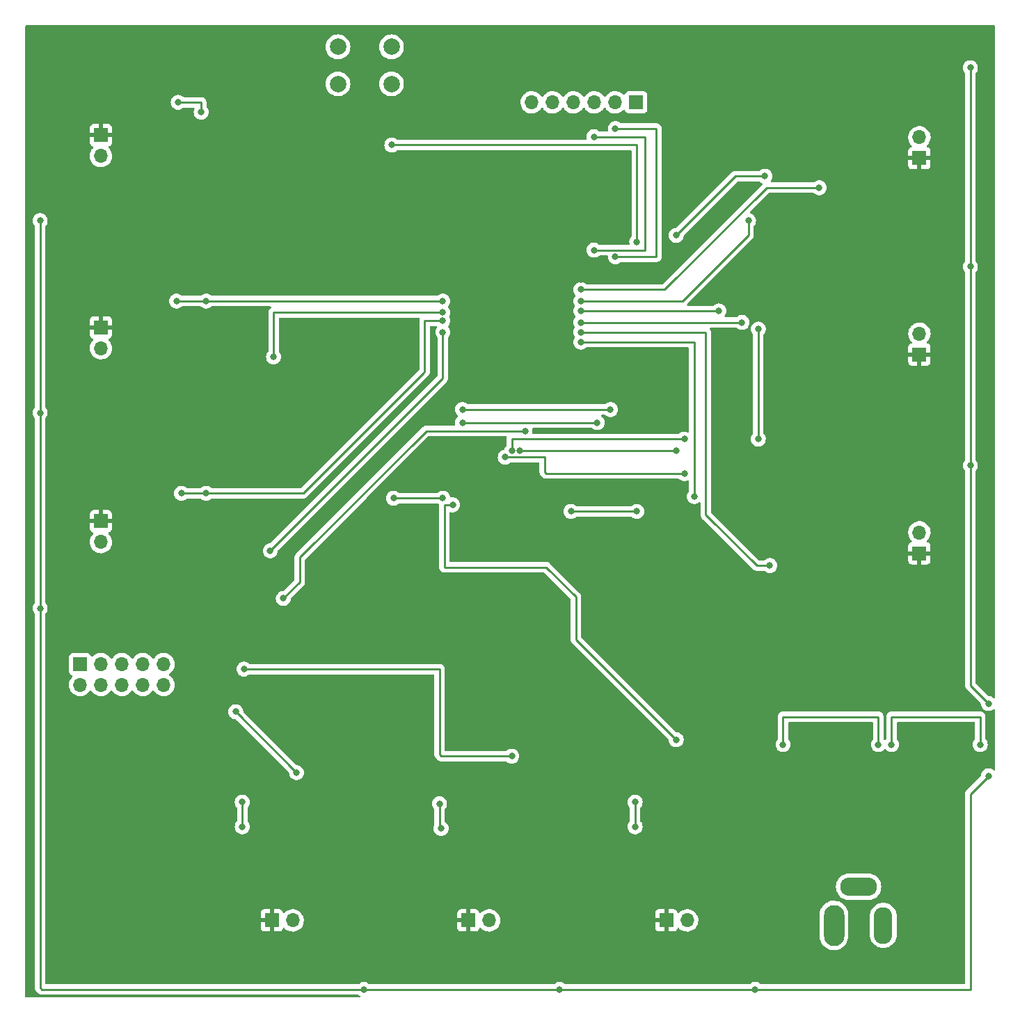
<source format=gbr>
%TF.GenerationSoftware,KiCad,Pcbnew,(6.0.11-0)*%
%TF.CreationDate,2023-11-18T01:36:25-06:00*%
%TF.ProjectId,ECE395_Digital_Target,45434533-3935-45f4-9469-676974616c5f,rev?*%
%TF.SameCoordinates,Original*%
%TF.FileFunction,Copper,L2,Bot*%
%TF.FilePolarity,Positive*%
%FSLAX46Y46*%
G04 Gerber Fmt 4.6, Leading zero omitted, Abs format (unit mm)*
G04 Created by KiCad (PCBNEW (6.0.11-0)) date 2023-11-18 01:36:25*
%MOMM*%
%LPD*%
G01*
G04 APERTURE LIST*
%TA.AperFunction,ComponentPad*%
%ADD10R,1.700000X1.700000*%
%TD*%
%TA.AperFunction,ComponentPad*%
%ADD11O,1.700000X1.700000*%
%TD*%
%TA.AperFunction,ComponentPad*%
%ADD12O,2.500000X5.000000*%
%TD*%
%TA.AperFunction,ComponentPad*%
%ADD13O,2.250000X4.500000*%
%TD*%
%TA.AperFunction,ComponentPad*%
%ADD14O,4.500000X2.250000*%
%TD*%
%TA.AperFunction,ComponentPad*%
%ADD15C,2.000000*%
%TD*%
%TA.AperFunction,ViaPad*%
%ADD16C,0.800000*%
%TD*%
%TA.AperFunction,Conductor*%
%ADD17C,0.250000*%
%TD*%
G04 APERTURE END LIST*
D10*
%TO.P,S2,1,Pin_1*%
%TO.N,unconnected-(S2-Pad1)*%
X123925000Y-41400000D03*
D11*
%TO.P,S2,2,Pin_2*%
%TO.N,Net-(S2-Pad2)*%
X121385000Y-41400000D03*
%TO.P,S2,3,Pin_3*%
%TO.N,Net-(S2-Pad3)*%
X118845000Y-41400000D03*
%TO.P,S2,4,Pin_4*%
%TO.N,unconnected-(S2-Pad4)*%
X116305000Y-41400000D03*
%TO.P,S2,5,Pin_5*%
%TO.N,unconnected-(S2-Pad5)*%
X113765000Y-41400000D03*
%TO.P,S2,6,Pin_6*%
%TO.N,GND*%
X111225000Y-41400000D03*
%TD*%
D12*
%TO.P,J0,1*%
%TO.N,+12V*%
X148000000Y-141600000D03*
D13*
%TO.P,J0,2*%
%TO.N,GND*%
X154000000Y-141600000D03*
D14*
%TO.P,J0,3*%
%TO.N,unconnected-(J0-Pad3)*%
X151000000Y-136900000D03*
%TD*%
D10*
%TO.P,J1,1,Pin_1*%
%TO.N,6.6V*%
X58800000Y-45400000D03*
D11*
%TO.P,J1,2,Pin_2*%
%TO.N,Net-(J1-Pad2)*%
X58800000Y-47940000D03*
%TD*%
D10*
%TO.P,J7,1,Pin_1*%
%TO.N,6.6V*%
X79600000Y-141000000D03*
D11*
%TO.P,J7,2,Pin_2*%
%TO.N,Net-(J7-Pad2)*%
X82140000Y-141000000D03*
%TD*%
D10*
%TO.P,J4,1,Pin_1*%
%TO.N,6.6V*%
X158400000Y-48200000D03*
D11*
%TO.P,J4,2,Pin_2*%
%TO.N,Net-(J4-Pad2)*%
X158400000Y-45660000D03*
%TD*%
D10*
%TO.P,J5,1,Pin_1*%
%TO.N,6.6V*%
X158400000Y-72100000D03*
D11*
%TO.P,J5,2,Pin_2*%
%TO.N,Net-(J5-Pad2)*%
X158400000Y-69560000D03*
%TD*%
D10*
%TO.P,S1,1,Pin_1*%
%TO.N,unconnected-(S1-Pad1)*%
X56260000Y-109800000D03*
D11*
%TO.P,S1,2,Pin_2*%
%TO.N,Net-(S1-Pad2)*%
X56260000Y-112340000D03*
%TO.P,S1,3,Pin_3*%
%TO.N,unconnected-(S1-Pad3)*%
X58800000Y-109800000D03*
%TO.P,S1,4,Pin_4*%
%TO.N,Net-(S1-Pad4)*%
X58800000Y-112340000D03*
%TO.P,S1,5,Pin_5*%
%TO.N,GND*%
X61340000Y-109800000D03*
%TO.P,S1,6,Pin_6*%
X61340000Y-112340000D03*
%TO.P,S1,7,Pin_7*%
%TO.N,unconnected-(S1-Pad7)*%
X63880000Y-109800000D03*
%TO.P,S1,8,Pin_8*%
%TO.N,unconnected-(S1-Pad8)*%
X63880000Y-112340000D03*
%TO.P,S1,9,Pin_9*%
%TO.N,unconnected-(S1-Pad9)*%
X66420000Y-109800000D03*
%TO.P,S1,10,Pin_10*%
%TO.N,unconnected-(S1-Pad10)*%
X66420000Y-112340000D03*
%TD*%
D10*
%TO.P,J9,1,Pin_1*%
%TO.N,6.6V*%
X127600000Y-141000000D03*
D11*
%TO.P,J9,2,Pin_2*%
%TO.N,Net-(J9-Pad2)*%
X130140000Y-141000000D03*
%TD*%
D10*
%TO.P,J6,1,Pin_1*%
%TO.N,6.6V*%
X158400000Y-96300000D03*
D11*
%TO.P,J6,2,Pin_2*%
%TO.N,Net-(J6-Pad2)*%
X158400000Y-93760000D03*
%TD*%
D10*
%TO.P,J8,1,Pin_1*%
%TO.N,6.6V*%
X103500000Y-141000000D03*
D11*
%TO.P,J8,2,Pin_2*%
%TO.N,Net-(J8-Pad2)*%
X106040000Y-141000000D03*
%TD*%
D15*
%TO.P,SW1,1,1*%
%TO.N,GND*%
X87650000Y-34650000D03*
X94150000Y-34650000D03*
%TO.P,SW1,2,2*%
%TO.N,Net-(C300-Pad1)*%
X94150000Y-39150000D03*
X87650000Y-39150000D03*
%TD*%
D10*
%TO.P,J3,1,Pin_1*%
%TO.N,6.6V*%
X58800000Y-92400000D03*
D11*
%TO.P,J3,2,Pin_2*%
%TO.N,Net-(J3-Pad2)*%
X58800000Y-94940000D03*
%TD*%
D10*
%TO.P,J2,1,Pin_1*%
%TO.N,6.6V*%
X58800000Y-68800000D03*
D11*
%TO.P,J2,2,Pin_2*%
%TO.N,Net-(J2-Pad2)*%
X58800000Y-71340000D03*
%TD*%
D16*
%TO.N,GND*%
X155000000Y-119600000D03*
X165800000Y-119600000D03*
X153400000Y-119600000D03*
X141800000Y-119600000D03*
%TO.N,6.6V*%
X96400000Y-112200000D03*
X117000000Y-57600000D03*
X131000000Y-57600000D03*
X117200000Y-73800000D03*
X153400000Y-131400000D03*
X96400000Y-120400000D03*
X117200000Y-63000000D03*
X130200000Y-138400000D03*
%TO.N,+3V3*%
X51400000Y-55800000D03*
X90800000Y-149400000D03*
X138400000Y-149400000D03*
X164600000Y-85600000D03*
X51400000Y-103000000D03*
X166800000Y-123400000D03*
X164600000Y-37200000D03*
X164600000Y-61400000D03*
X114600000Y-149400000D03*
X166800000Y-114600000D03*
X51400000Y-79200000D03*
%TO.N,Net-(C300-Pad1)*%
X124000000Y-91200000D03*
X94200000Y-46600000D03*
X124000000Y-58400000D03*
X116000000Y-91200000D03*
%TO.N,Net-(D1-Pad2)*%
X102800000Y-78800000D03*
X120800000Y-78800000D03*
%TO.N,Net-(D2-Pad2)*%
X119200000Y-80400000D03*
X102800000Y-80400000D03*
%TO.N,Net-(D3-Pad2)*%
X81000000Y-101800000D03*
X110400000Y-81400000D03*
%TO.N,Net-(D4-Pad2)*%
X128800000Y-57600000D03*
X109799503Y-83800000D03*
X139600000Y-50400000D03*
X128800000Y-83800000D03*
%TO.N,Net-(D5-Pad2)*%
X108800000Y-83800000D03*
X129800000Y-82400000D03*
X138800000Y-82400000D03*
X138800000Y-69000000D03*
%TO.N,Net-(D6-Pad2)*%
X108000000Y-84600000D03*
X129800000Y-86600000D03*
%TO.N,Net-(D7-Pad2)*%
X82600000Y-123000000D03*
X75200000Y-115600000D03*
%TO.N,Net-(D8-Pad2)*%
X94400000Y-89600000D03*
X100400000Y-89600000D03*
X108800000Y-121000000D03*
X76200000Y-110400000D03*
%TO.N,Net-(D9-Pad2)*%
X128800000Y-119000000D03*
X101600000Y-90400000D03*
%TO.N,Net-(NOT1-Pad1)*%
X68200000Y-41400000D03*
X71000000Y-42600000D03*
%TO.N,Net-(NOT1-Pad3)*%
X71600000Y-65600000D03*
X68000000Y-65600000D03*
X100400000Y-65600000D03*
%TO.N,Net-(NOT1-Pad4)*%
X100400000Y-67000000D03*
X79800000Y-72400000D03*
%TO.N,Net-(NOT1-Pad5)*%
X71600000Y-89000000D03*
X68600000Y-89000000D03*
X100400000Y-68000000D03*
%TO.N,Net-(NOT1-Pad6)*%
X79400000Y-96000000D03*
X100400000Y-69400000D03*
%TO.N,Net-(NOT1-Pad8)*%
X131000000Y-89400000D03*
X117200000Y-70600000D03*
%TO.N,Net-(NOT1-Pad9)*%
X140200000Y-97800000D03*
X117200000Y-69400000D03*
%TO.N,Net-(NOT1-Pad10)*%
X117200000Y-68200000D03*
X136800000Y-68200000D03*
%TO.N,Net-(NOT1-Pad11)*%
X117200000Y-66800000D03*
X134000000Y-66800000D03*
%TO.N,Net-(NOT1-Pad12)*%
X117200000Y-65600000D03*
X137600000Y-55800000D03*
%TO.N,Net-(NOT1-Pad13)*%
X146200000Y-51800000D03*
X117200000Y-64200000D03*
%TO.N,Net-(NOT2-Pad1)*%
X76000000Y-129600000D03*
X76000000Y-126600000D03*
%TO.N,Net-(NOT2-Pad3)*%
X100000000Y-126800000D03*
X100200000Y-129800000D03*
%TO.N,Net-(NOT2-Pad5)*%
X123800000Y-129600000D03*
X123800000Y-126600000D03*
%TO.N,Net-(S2-Pad2)*%
X121400000Y-60200000D03*
X121400000Y-44600000D03*
%TO.N,Net-(S2-Pad3)*%
X118800000Y-59400000D03*
X118800000Y-45600000D03*
%TD*%
D17*
%TO.N,GND*%
X153400000Y-116200000D02*
X141800000Y-116200000D01*
X153400000Y-119600000D02*
X153400000Y-116200000D01*
X165800000Y-116200000D02*
X165800000Y-119600000D01*
X155000000Y-119600000D02*
X155000000Y-116200000D01*
X155000000Y-116200000D02*
X165800000Y-116200000D01*
X141800000Y-116200000D02*
X141800000Y-119600000D01*
%TO.N,6.6V*%
X135400000Y-133200000D02*
X130200000Y-138400000D01*
X96400000Y-120400000D02*
X96400000Y-112200000D01*
X131000000Y-57600000D02*
X125600000Y-63000000D01*
X117000000Y-57600000D02*
X117000000Y-60000000D01*
X151600000Y-133200000D02*
X135400000Y-133200000D01*
X117000000Y-60000000D02*
X115800000Y-61200000D01*
X153400000Y-131400000D02*
X151600000Y-133200000D01*
X125600000Y-63000000D02*
X117200000Y-63000000D01*
X115800000Y-61200000D02*
X115800000Y-72400000D01*
X115800000Y-72400000D02*
X117200000Y-73800000D01*
%TO.N,+3V3*%
X164600000Y-85600000D02*
X164600000Y-61400000D01*
X166800000Y-114600000D02*
X164600000Y-112400000D01*
X51400000Y-149200000D02*
X51400000Y-103000000D01*
X164600000Y-149400000D02*
X138400000Y-149400000D01*
X51400000Y-79200000D02*
X51400000Y-55800000D01*
X90800000Y-149400000D02*
X51600000Y-149400000D01*
X164600000Y-149400000D02*
X164600000Y-125600000D01*
X164600000Y-61400000D02*
X164600000Y-37200000D01*
X51400000Y-103000000D02*
X51400000Y-79200000D01*
X164600000Y-125600000D02*
X166800000Y-123400000D01*
X138400000Y-149400000D02*
X114600000Y-149400000D01*
X114600000Y-149400000D02*
X90800000Y-149400000D01*
X164600000Y-112400000D02*
X164600000Y-85600000D01*
X51600000Y-149400000D02*
X51400000Y-149200000D01*
%TO.N,Net-(C300-Pad1)*%
X94200000Y-46600000D02*
X124000000Y-46600000D01*
X124000000Y-91200000D02*
X116000000Y-91200000D01*
X124000000Y-46600000D02*
X124000000Y-58400000D01*
%TO.N,Net-(D1-Pad2)*%
X102800000Y-78800000D02*
X120800000Y-78800000D01*
%TO.N,Net-(D2-Pad2)*%
X102800000Y-80400000D02*
X119200000Y-80400000D01*
%TO.N,Net-(D3-Pad2)*%
X81000000Y-101800000D02*
X83000000Y-99800000D01*
X83000000Y-99800000D02*
X83000000Y-96800000D01*
X98400000Y-81400000D02*
X110400000Y-81400000D01*
X83000000Y-96800000D02*
X98400000Y-81400000D01*
%TO.N,Net-(D4-Pad2)*%
X128800000Y-83800000D02*
X109800000Y-83800000D01*
X136000000Y-50400000D02*
X128800000Y-57600000D01*
X109800000Y-83800000D02*
X109799503Y-83800000D01*
X136800000Y-50400000D02*
X136000000Y-50400000D01*
X139600000Y-50400000D02*
X136800000Y-50400000D01*
%TO.N,Net-(D5-Pad2)*%
X129800000Y-82400000D02*
X108800000Y-82400000D01*
X138800000Y-69000000D02*
X138800000Y-80200000D01*
X108800000Y-82400000D02*
X108800000Y-83800000D01*
X138800000Y-80200000D02*
X138800000Y-82400000D01*
%TO.N,Net-(D6-Pad2)*%
X113000000Y-86600000D02*
X112800000Y-86400000D01*
X112800000Y-84600000D02*
X108000000Y-84600000D01*
X112800000Y-86400000D02*
X112800000Y-84600000D01*
X129800000Y-86600000D02*
X113000000Y-86600000D01*
%TO.N,Net-(D7-Pad2)*%
X82600000Y-123000000D02*
X75200000Y-115600000D01*
%TO.N,Net-(D8-Pad2)*%
X100000000Y-110400000D02*
X76200000Y-110400000D01*
X100000000Y-120800000D02*
X100000000Y-110400000D01*
X108800000Y-121000000D02*
X100200000Y-121000000D01*
X94400000Y-89600000D02*
X100400000Y-89600000D01*
X100200000Y-121000000D02*
X100000000Y-120800000D01*
%TO.N,Net-(D9-Pad2)*%
X128800000Y-119000000D02*
X116600000Y-106800000D01*
X116600000Y-106800000D02*
X116600000Y-101600000D01*
X100600000Y-90400000D02*
X101600000Y-90400000D01*
X100600000Y-98000000D02*
X100600000Y-90400000D01*
X116600000Y-101600000D02*
X113000000Y-98000000D01*
X113000000Y-98000000D02*
X100600000Y-98000000D01*
%TO.N,Net-(NOT1-Pad1)*%
X71000000Y-42600000D02*
X71000000Y-41400000D01*
X71000000Y-41400000D02*
X68200000Y-41400000D01*
%TO.N,Net-(NOT1-Pad3)*%
X71600000Y-65600000D02*
X68000000Y-65600000D01*
X71600000Y-65600000D02*
X100400000Y-65600000D01*
%TO.N,Net-(NOT1-Pad4)*%
X79800000Y-67000000D02*
X100400000Y-67000000D01*
X79800000Y-72400000D02*
X79800000Y-67000000D01*
%TO.N,Net-(NOT1-Pad5)*%
X71600000Y-89000000D02*
X83400000Y-89000000D01*
X71600000Y-89000000D02*
X68600000Y-89000000D01*
X98200000Y-68000000D02*
X100400000Y-68000000D01*
X83800000Y-88600000D02*
X98000000Y-74400000D01*
X98000000Y-74400000D02*
X98200000Y-74200000D01*
X83400000Y-89000000D02*
X83800000Y-88600000D01*
X98200000Y-74200000D02*
X98200000Y-68000000D01*
%TO.N,Net-(NOT1-Pad6)*%
X79400000Y-96000000D02*
X100400000Y-75000000D01*
X100400000Y-75000000D02*
X100400000Y-69400000D01*
%TO.N,Net-(NOT1-Pad8)*%
X131000000Y-70600000D02*
X117200000Y-70600000D01*
X131000000Y-89400000D02*
X131000000Y-70600000D01*
%TO.N,Net-(NOT1-Pad9)*%
X132800000Y-92000000D02*
X132400000Y-91600000D01*
X132400000Y-69400000D02*
X117200000Y-69400000D01*
X140200000Y-97800000D02*
X138600000Y-97800000D01*
X132400000Y-91600000D02*
X132400000Y-69400000D01*
X138600000Y-97800000D02*
X132800000Y-92000000D01*
%TO.N,Net-(NOT1-Pad10)*%
X136800000Y-68200000D02*
X117200000Y-68200000D01*
%TO.N,Net-(NOT1-Pad11)*%
X134000000Y-66800000D02*
X117200000Y-66800000D01*
%TO.N,Net-(NOT1-Pad12)*%
X129600000Y-65600000D02*
X117200000Y-65600000D01*
X137600000Y-57600000D02*
X129600000Y-65600000D01*
X137600000Y-55800000D02*
X137600000Y-57600000D01*
%TO.N,Net-(NOT1-Pad13)*%
X139800000Y-51800000D02*
X127400000Y-64200000D01*
X127400000Y-64200000D02*
X117200000Y-64200000D01*
X146200000Y-51800000D02*
X139800000Y-51800000D01*
%TO.N,Net-(NOT2-Pad1)*%
X76000000Y-126600000D02*
X76000000Y-129600000D01*
%TO.N,Net-(NOT2-Pad3)*%
X100000000Y-126800000D02*
X100000000Y-129600000D01*
X100000000Y-129600000D02*
X100200000Y-129800000D01*
%TO.N,Net-(NOT2-Pad5)*%
X123800000Y-126600000D02*
X123800000Y-129600000D01*
%TO.N,Net-(S2-Pad2)*%
X126400000Y-44600000D02*
X126400000Y-60200000D01*
X121400000Y-44600000D02*
X126400000Y-44600000D01*
X126400000Y-60200000D02*
X121400000Y-60200000D01*
%TO.N,Net-(S2-Pad3)*%
X125000000Y-59400000D02*
X118800000Y-59400000D01*
X118800000Y-45600000D02*
X125000000Y-45600000D01*
X125000000Y-45600000D02*
X125000000Y-59400000D01*
%TD*%
%TA.AperFunction,Conductor*%
%TO.N,6.6V*%
G36*
X167542121Y-32020002D02*
G01*
X167588614Y-32073658D01*
X167600000Y-32126000D01*
X167600000Y-113810978D01*
X167579998Y-113879099D01*
X167526342Y-113925592D01*
X167456068Y-113935696D01*
X167399939Y-113912914D01*
X167262094Y-113812763D01*
X167262093Y-113812762D01*
X167256752Y-113808882D01*
X167250724Y-113806198D01*
X167250722Y-113806197D01*
X167088319Y-113733891D01*
X167088318Y-113733891D01*
X167082288Y-113731206D01*
X166988887Y-113711353D01*
X166901944Y-113692872D01*
X166901939Y-113692872D01*
X166895487Y-113691500D01*
X166839594Y-113691500D01*
X166771473Y-113671498D01*
X166750499Y-113654595D01*
X165270405Y-112174500D01*
X165236379Y-112112188D01*
X165233500Y-112085405D01*
X165233500Y-86302524D01*
X165253502Y-86234403D01*
X165265858Y-86218221D01*
X165339040Y-86136944D01*
X165434527Y-85971556D01*
X165493542Y-85789928D01*
X165494761Y-85778336D01*
X165512814Y-85606565D01*
X165513504Y-85600000D01*
X165493542Y-85410072D01*
X165434527Y-85228444D01*
X165339040Y-85063056D01*
X165265863Y-84981785D01*
X165235147Y-84917779D01*
X165233500Y-84897476D01*
X165233500Y-62102524D01*
X165253502Y-62034403D01*
X165265858Y-62018221D01*
X165339040Y-61936944D01*
X165434527Y-61771556D01*
X165493542Y-61589928D01*
X165513504Y-61400000D01*
X165493542Y-61210072D01*
X165434527Y-61028444D01*
X165339040Y-60863056D01*
X165265863Y-60781785D01*
X165235147Y-60717779D01*
X165233500Y-60697476D01*
X165233500Y-37902524D01*
X165253502Y-37834403D01*
X165265858Y-37818221D01*
X165339040Y-37736944D01*
X165434527Y-37571556D01*
X165493542Y-37389928D01*
X165513504Y-37200000D01*
X165493542Y-37010072D01*
X165434527Y-36828444D01*
X165339040Y-36663056D01*
X165211253Y-36521134D01*
X165056752Y-36408882D01*
X165050724Y-36406198D01*
X165050722Y-36406197D01*
X164888319Y-36333891D01*
X164888318Y-36333891D01*
X164882288Y-36331206D01*
X164788887Y-36311353D01*
X164701944Y-36292872D01*
X164701939Y-36292872D01*
X164695487Y-36291500D01*
X164504513Y-36291500D01*
X164498061Y-36292872D01*
X164498056Y-36292872D01*
X164411113Y-36311353D01*
X164317712Y-36331206D01*
X164311682Y-36333891D01*
X164311681Y-36333891D01*
X164149278Y-36406197D01*
X164149276Y-36406198D01*
X164143248Y-36408882D01*
X163988747Y-36521134D01*
X163860960Y-36663056D01*
X163765473Y-36828444D01*
X163706458Y-37010072D01*
X163686496Y-37200000D01*
X163706458Y-37389928D01*
X163765473Y-37571556D01*
X163860960Y-37736944D01*
X163934137Y-37818215D01*
X163964853Y-37882221D01*
X163966500Y-37902524D01*
X163966500Y-60697476D01*
X163946498Y-60765597D01*
X163934142Y-60781779D01*
X163860960Y-60863056D01*
X163765473Y-61028444D01*
X163706458Y-61210072D01*
X163686496Y-61400000D01*
X163706458Y-61589928D01*
X163765473Y-61771556D01*
X163860960Y-61936944D01*
X163934137Y-62018215D01*
X163964853Y-62082221D01*
X163966500Y-62102524D01*
X163966500Y-84897476D01*
X163946498Y-84965597D01*
X163934142Y-84981779D01*
X163860960Y-85063056D01*
X163765473Y-85228444D01*
X163706458Y-85410072D01*
X163686496Y-85600000D01*
X163687186Y-85606565D01*
X163705240Y-85778336D01*
X163706458Y-85789928D01*
X163765473Y-85971556D01*
X163860960Y-86136944D01*
X163934137Y-86218215D01*
X163964853Y-86282221D01*
X163966500Y-86302524D01*
X163966500Y-112321233D01*
X163965973Y-112332416D01*
X163964298Y-112339909D01*
X163964547Y-112347835D01*
X163964547Y-112347836D01*
X163966438Y-112407986D01*
X163966500Y-112411945D01*
X163966500Y-112439856D01*
X163966997Y-112443790D01*
X163966997Y-112443791D01*
X163967005Y-112443856D01*
X163967938Y-112455693D01*
X163969327Y-112499889D01*
X163974978Y-112519339D01*
X163978987Y-112538700D01*
X163981526Y-112558797D01*
X163984445Y-112566168D01*
X163984445Y-112566170D01*
X163997804Y-112599912D01*
X164001649Y-112611142D01*
X164013982Y-112653593D01*
X164018015Y-112660412D01*
X164018017Y-112660417D01*
X164024293Y-112671028D01*
X164032988Y-112688776D01*
X164040448Y-112707617D01*
X164045110Y-112714033D01*
X164045110Y-112714034D01*
X164066436Y-112743387D01*
X164072952Y-112753307D01*
X164095458Y-112791362D01*
X164109779Y-112805683D01*
X164122619Y-112820716D01*
X164134528Y-112837107D01*
X164168605Y-112865298D01*
X164177384Y-112873288D01*
X165852878Y-114548783D01*
X165886904Y-114611095D01*
X165889093Y-114624706D01*
X165906458Y-114789928D01*
X165965473Y-114971556D01*
X166060960Y-115136944D01*
X166188747Y-115278866D01*
X166343248Y-115391118D01*
X166349276Y-115393802D01*
X166349278Y-115393803D01*
X166400560Y-115416635D01*
X166517712Y-115468794D01*
X166611113Y-115488647D01*
X166698056Y-115507128D01*
X166698061Y-115507128D01*
X166704513Y-115508500D01*
X166895487Y-115508500D01*
X166901939Y-115507128D01*
X166901944Y-115507128D01*
X166988887Y-115488647D01*
X167082288Y-115468794D01*
X167199440Y-115416635D01*
X167250722Y-115393803D01*
X167250724Y-115393802D01*
X167256752Y-115391118D01*
X167399939Y-115287086D01*
X167466806Y-115263228D01*
X167535958Y-115279308D01*
X167585438Y-115330222D01*
X167600000Y-115389022D01*
X167600000Y-122610978D01*
X167579998Y-122679099D01*
X167526342Y-122725592D01*
X167456068Y-122735696D01*
X167399939Y-122712914D01*
X167262094Y-122612763D01*
X167262093Y-122612762D01*
X167256752Y-122608882D01*
X167250724Y-122606198D01*
X167250722Y-122606197D01*
X167088319Y-122533891D01*
X167088318Y-122533891D01*
X167082288Y-122531206D01*
X166988888Y-122511353D01*
X166901944Y-122492872D01*
X166901939Y-122492872D01*
X166895487Y-122491500D01*
X166704513Y-122491500D01*
X166698061Y-122492872D01*
X166698056Y-122492872D01*
X166611112Y-122511353D01*
X166517712Y-122531206D01*
X166511682Y-122533891D01*
X166511681Y-122533891D01*
X166349278Y-122606197D01*
X166349276Y-122606198D01*
X166343248Y-122608882D01*
X166188747Y-122721134D01*
X166184326Y-122726044D01*
X166184325Y-122726045D01*
X166102758Y-122816635D01*
X166060960Y-122863056D01*
X165965473Y-123028444D01*
X165906458Y-123210072D01*
X165905768Y-123216633D01*
X165905768Y-123216635D01*
X165889093Y-123375293D01*
X165862080Y-123440950D01*
X165852878Y-123451218D01*
X164996967Y-124307128D01*
X164207747Y-125096348D01*
X164199461Y-125103888D01*
X164192982Y-125108000D01*
X164187557Y-125113777D01*
X164146357Y-125157651D01*
X164143602Y-125160493D01*
X164123865Y-125180230D01*
X164121385Y-125183427D01*
X164113682Y-125192447D01*
X164083414Y-125224679D01*
X164079595Y-125231625D01*
X164079593Y-125231628D01*
X164073652Y-125242434D01*
X164062801Y-125258953D01*
X164050386Y-125274959D01*
X164047241Y-125282228D01*
X164047238Y-125282232D01*
X164032826Y-125315537D01*
X164027609Y-125326187D01*
X164006305Y-125364940D01*
X164004334Y-125372615D01*
X164004334Y-125372616D01*
X164001267Y-125384562D01*
X163994863Y-125403266D01*
X163986819Y-125421855D01*
X163985580Y-125429678D01*
X163985577Y-125429688D01*
X163979901Y-125465524D01*
X163977495Y-125477144D01*
X163966500Y-125519970D01*
X163966500Y-125540224D01*
X163964949Y-125559934D01*
X163961780Y-125579943D01*
X163962526Y-125587835D01*
X163965941Y-125623961D01*
X163966500Y-125635819D01*
X163966500Y-148640500D01*
X163946498Y-148708621D01*
X163892842Y-148755114D01*
X163840500Y-148766500D01*
X139108200Y-148766500D01*
X139040079Y-148746498D01*
X139020853Y-148730157D01*
X139020580Y-148730460D01*
X139015668Y-148726037D01*
X139011253Y-148721134D01*
X138856752Y-148608882D01*
X138850724Y-148606198D01*
X138850722Y-148606197D01*
X138688319Y-148533891D01*
X138688318Y-148533891D01*
X138682288Y-148531206D01*
X138588887Y-148511353D01*
X138501944Y-148492872D01*
X138501939Y-148492872D01*
X138495487Y-148491500D01*
X138304513Y-148491500D01*
X138298061Y-148492872D01*
X138298056Y-148492872D01*
X138211113Y-148511353D01*
X138117712Y-148531206D01*
X138111682Y-148533891D01*
X138111681Y-148533891D01*
X137949278Y-148606197D01*
X137949276Y-148606198D01*
X137943248Y-148608882D01*
X137788747Y-148721134D01*
X137784332Y-148726037D01*
X137779420Y-148730460D01*
X137778295Y-148729211D01*
X137724986Y-148762051D01*
X137691800Y-148766500D01*
X115308200Y-148766500D01*
X115240079Y-148746498D01*
X115220853Y-148730157D01*
X115220580Y-148730460D01*
X115215668Y-148726037D01*
X115211253Y-148721134D01*
X115056752Y-148608882D01*
X115050724Y-148606198D01*
X115050722Y-148606197D01*
X114888319Y-148533891D01*
X114888318Y-148533891D01*
X114882288Y-148531206D01*
X114788887Y-148511353D01*
X114701944Y-148492872D01*
X114701939Y-148492872D01*
X114695487Y-148491500D01*
X114504513Y-148491500D01*
X114498061Y-148492872D01*
X114498056Y-148492872D01*
X114411113Y-148511353D01*
X114317712Y-148531206D01*
X114311682Y-148533891D01*
X114311681Y-148533891D01*
X114149278Y-148606197D01*
X114149276Y-148606198D01*
X114143248Y-148608882D01*
X113988747Y-148721134D01*
X113984332Y-148726037D01*
X113979420Y-148730460D01*
X113978295Y-148729211D01*
X113924986Y-148762051D01*
X113891800Y-148766500D01*
X91508200Y-148766500D01*
X91440079Y-148746498D01*
X91420853Y-148730157D01*
X91420580Y-148730460D01*
X91415668Y-148726037D01*
X91411253Y-148721134D01*
X91256752Y-148608882D01*
X91250724Y-148606198D01*
X91250722Y-148606197D01*
X91088319Y-148533891D01*
X91088318Y-148533891D01*
X91082288Y-148531206D01*
X90988887Y-148511353D01*
X90901944Y-148492872D01*
X90901939Y-148492872D01*
X90895487Y-148491500D01*
X90704513Y-148491500D01*
X90698061Y-148492872D01*
X90698056Y-148492872D01*
X90611113Y-148511353D01*
X90517712Y-148531206D01*
X90511682Y-148533891D01*
X90511681Y-148533891D01*
X90349278Y-148606197D01*
X90349276Y-148606198D01*
X90343248Y-148608882D01*
X90188747Y-148721134D01*
X90184332Y-148726037D01*
X90179420Y-148730460D01*
X90178295Y-148729211D01*
X90124986Y-148762051D01*
X90091800Y-148766500D01*
X52159500Y-148766500D01*
X52091379Y-148746498D01*
X52044886Y-148692842D01*
X52033500Y-148640500D01*
X52033500Y-142916354D01*
X146241500Y-142916354D01*
X146241673Y-142918679D01*
X146241673Y-142918685D01*
X146245962Y-142976392D01*
X146255939Y-143110652D01*
X146256968Y-143115200D01*
X146256969Y-143115206D01*
X146282159Y-143226528D01*
X146313623Y-143365577D01*
X146408353Y-143609177D01*
X146538049Y-143836098D01*
X146699862Y-144041357D01*
X146890237Y-144220443D01*
X146978194Y-144281461D01*
X147095966Y-144363163D01*
X147104991Y-144369424D01*
X147109181Y-144371490D01*
X147109184Y-144371492D01*
X147335219Y-144482960D01*
X147335222Y-144482961D01*
X147339407Y-144485025D01*
X147343850Y-144486447D01*
X147343852Y-144486448D01*
X147583877Y-144563280D01*
X147588335Y-144564707D01*
X147846307Y-144606721D01*
X147960058Y-144608210D01*
X148102978Y-144610081D01*
X148102981Y-144610081D01*
X148107655Y-144610142D01*
X148366638Y-144574896D01*
X148617567Y-144501757D01*
X148653862Y-144485025D01*
X148672112Y-144476611D01*
X148854928Y-144392332D01*
X148904976Y-144359519D01*
X149069596Y-144251590D01*
X149069601Y-144251586D01*
X149073509Y-144249024D01*
X149268506Y-144074982D01*
X149435637Y-143874030D01*
X149546168Y-143691881D01*
X149568804Y-143654578D01*
X149568806Y-143654574D01*
X149571229Y-143650581D01*
X149672303Y-143409545D01*
X149736641Y-143156217D01*
X149758500Y-142939133D01*
X149758500Y-142789180D01*
X152366500Y-142789180D01*
X152381622Y-142981326D01*
X152382776Y-142986133D01*
X152382777Y-142986139D01*
X152412670Y-143110652D01*
X152441645Y-143231340D01*
X152443538Y-143235911D01*
X152443539Y-143235913D01*
X152517245Y-143413854D01*
X152540040Y-143468887D01*
X152674384Y-143688116D01*
X152841369Y-143883631D01*
X153036884Y-144050616D01*
X153256113Y-144184960D01*
X153260683Y-144186853D01*
X153260687Y-144186855D01*
X153403252Y-144245907D01*
X153493660Y-144283355D01*
X153580502Y-144304204D01*
X153738861Y-144342223D01*
X153738867Y-144342224D01*
X153743674Y-144343378D01*
X154000000Y-144363551D01*
X154256326Y-144343378D01*
X154261133Y-144342224D01*
X154261139Y-144342223D01*
X154419498Y-144304204D01*
X154506340Y-144283355D01*
X154596748Y-144245907D01*
X154739313Y-144186855D01*
X154739317Y-144186853D01*
X154743887Y-144184960D01*
X154963116Y-144050616D01*
X155158631Y-143883631D01*
X155325616Y-143688116D01*
X155459960Y-143468887D01*
X155482756Y-143413854D01*
X155556461Y-143235913D01*
X155556462Y-143235911D01*
X155558355Y-143231340D01*
X155587330Y-143110652D01*
X155617223Y-142986139D01*
X155617224Y-142986133D01*
X155618378Y-142981326D01*
X155633500Y-142789180D01*
X155633500Y-140410820D01*
X155618378Y-140218674D01*
X155600004Y-140142138D01*
X155567528Y-140006870D01*
X155558355Y-139968660D01*
X155556461Y-139964087D01*
X155461855Y-139735687D01*
X155461853Y-139735683D01*
X155459960Y-139731113D01*
X155325616Y-139511884D01*
X155158631Y-139316369D01*
X154963116Y-139149384D01*
X154743887Y-139015040D01*
X154739317Y-139013147D01*
X154739313Y-139013145D01*
X154510913Y-138918539D01*
X154510911Y-138918538D01*
X154506340Y-138916645D01*
X154419498Y-138895796D01*
X154261139Y-138857777D01*
X154261133Y-138857776D01*
X154256326Y-138856622D01*
X154000000Y-138836449D01*
X153743674Y-138856622D01*
X153738867Y-138857776D01*
X153738861Y-138857777D01*
X153580502Y-138895796D01*
X153493660Y-138916645D01*
X153489089Y-138918538D01*
X153489087Y-138918539D01*
X153260687Y-139013145D01*
X153260683Y-139013147D01*
X153256113Y-139015040D01*
X153036884Y-139149384D01*
X152841369Y-139316369D01*
X152674384Y-139511884D01*
X152540040Y-139731113D01*
X152538147Y-139735683D01*
X152538145Y-139735687D01*
X152443539Y-139964087D01*
X152441645Y-139968660D01*
X152432472Y-140006870D01*
X152399997Y-140142138D01*
X152381622Y-140218674D01*
X152366500Y-140410820D01*
X152366500Y-142789180D01*
X149758500Y-142789180D01*
X149758500Y-140283646D01*
X149756574Y-140257729D01*
X149744407Y-140094000D01*
X149744406Y-140093996D01*
X149744061Y-140089348D01*
X149734626Y-140047649D01*
X149687408Y-139838980D01*
X149686377Y-139834423D01*
X149657100Y-139759137D01*
X149593340Y-139595176D01*
X149593339Y-139595173D01*
X149591647Y-139590823D01*
X149461951Y-139363902D01*
X149300138Y-139158643D01*
X149109763Y-138979557D01*
X148931995Y-138856234D01*
X148898851Y-138833241D01*
X148898848Y-138833239D01*
X148895009Y-138830576D01*
X148890816Y-138828508D01*
X148664781Y-138717040D01*
X148664778Y-138717039D01*
X148660593Y-138714975D01*
X148614449Y-138700204D01*
X148416123Y-138636720D01*
X148411665Y-138635293D01*
X148153693Y-138593279D01*
X148039942Y-138591790D01*
X147897022Y-138589919D01*
X147897019Y-138589919D01*
X147892345Y-138589858D01*
X147633362Y-138625104D01*
X147382433Y-138698243D01*
X147378180Y-138700203D01*
X147378179Y-138700204D01*
X147341659Y-138717040D01*
X147145072Y-138807668D01*
X147106067Y-138833241D01*
X146930404Y-138948410D01*
X146930399Y-138948414D01*
X146926491Y-138950976D01*
X146731494Y-139125018D01*
X146564363Y-139325970D01*
X146561934Y-139329973D01*
X146448989Y-139516101D01*
X146428771Y-139549419D01*
X146327697Y-139790455D01*
X146263359Y-140043783D01*
X146262891Y-140048434D01*
X146262890Y-140048438D01*
X146259229Y-140084794D01*
X146241500Y-140260867D01*
X146241500Y-142916354D01*
X52033500Y-142916354D01*
X52033500Y-141894669D01*
X78242001Y-141894669D01*
X78242371Y-141901490D01*
X78247895Y-141952352D01*
X78251521Y-141967604D01*
X78296676Y-142088054D01*
X78305214Y-142103649D01*
X78381715Y-142205724D01*
X78394276Y-142218285D01*
X78496351Y-142294786D01*
X78511946Y-142303324D01*
X78632394Y-142348478D01*
X78647649Y-142352105D01*
X78698514Y-142357631D01*
X78705328Y-142358000D01*
X79327885Y-142358000D01*
X79343124Y-142353525D01*
X79344329Y-142352135D01*
X79346000Y-142344452D01*
X79346000Y-142339884D01*
X79854000Y-142339884D01*
X79858475Y-142355123D01*
X79859865Y-142356328D01*
X79867548Y-142357999D01*
X80494669Y-142357999D01*
X80501490Y-142357629D01*
X80552352Y-142352105D01*
X80567604Y-142348479D01*
X80688054Y-142303324D01*
X80703649Y-142294786D01*
X80805724Y-142218285D01*
X80818285Y-142205724D01*
X80894786Y-142103649D01*
X80903324Y-142088054D01*
X80944225Y-141978952D01*
X80986867Y-141922188D01*
X81053428Y-141897488D01*
X81122777Y-141912696D01*
X81157444Y-141940684D01*
X81182865Y-141970031D01*
X81182869Y-141970035D01*
X81186250Y-141973938D01*
X81358126Y-142116632D01*
X81551000Y-142229338D01*
X81759692Y-142309030D01*
X81764760Y-142310061D01*
X81764763Y-142310062D01*
X81872017Y-142331883D01*
X81978597Y-142353567D01*
X81983772Y-142353757D01*
X81983774Y-142353757D01*
X82196673Y-142361564D01*
X82196677Y-142361564D01*
X82201837Y-142361753D01*
X82206957Y-142361097D01*
X82206959Y-142361097D01*
X82418288Y-142334025D01*
X82418289Y-142334025D01*
X82423416Y-142333368D01*
X82428366Y-142331883D01*
X82632429Y-142270661D01*
X82632434Y-142270659D01*
X82637384Y-142269174D01*
X82837994Y-142170896D01*
X83019860Y-142041173D01*
X83166877Y-141894669D01*
X102142001Y-141894669D01*
X102142371Y-141901490D01*
X102147895Y-141952352D01*
X102151521Y-141967604D01*
X102196676Y-142088054D01*
X102205214Y-142103649D01*
X102281715Y-142205724D01*
X102294276Y-142218285D01*
X102396351Y-142294786D01*
X102411946Y-142303324D01*
X102532394Y-142348478D01*
X102547649Y-142352105D01*
X102598514Y-142357631D01*
X102605328Y-142358000D01*
X103227885Y-142358000D01*
X103243124Y-142353525D01*
X103244329Y-142352135D01*
X103246000Y-142344452D01*
X103246000Y-142339884D01*
X103754000Y-142339884D01*
X103758475Y-142355123D01*
X103759865Y-142356328D01*
X103767548Y-142357999D01*
X104394669Y-142357999D01*
X104401490Y-142357629D01*
X104452352Y-142352105D01*
X104467604Y-142348479D01*
X104588054Y-142303324D01*
X104603649Y-142294786D01*
X104705724Y-142218285D01*
X104718285Y-142205724D01*
X104794786Y-142103649D01*
X104803324Y-142088054D01*
X104844225Y-141978952D01*
X104886867Y-141922188D01*
X104953428Y-141897488D01*
X105022777Y-141912696D01*
X105057444Y-141940684D01*
X105082865Y-141970031D01*
X105082869Y-141970035D01*
X105086250Y-141973938D01*
X105258126Y-142116632D01*
X105451000Y-142229338D01*
X105659692Y-142309030D01*
X105664760Y-142310061D01*
X105664763Y-142310062D01*
X105772017Y-142331883D01*
X105878597Y-142353567D01*
X105883772Y-142353757D01*
X105883774Y-142353757D01*
X106096673Y-142361564D01*
X106096677Y-142361564D01*
X106101837Y-142361753D01*
X106106957Y-142361097D01*
X106106959Y-142361097D01*
X106318288Y-142334025D01*
X106318289Y-142334025D01*
X106323416Y-142333368D01*
X106328366Y-142331883D01*
X106532429Y-142270661D01*
X106532434Y-142270659D01*
X106537384Y-142269174D01*
X106737994Y-142170896D01*
X106919860Y-142041173D01*
X107066877Y-141894669D01*
X126242001Y-141894669D01*
X126242371Y-141901490D01*
X126247895Y-141952352D01*
X126251521Y-141967604D01*
X126296676Y-142088054D01*
X126305214Y-142103649D01*
X126381715Y-142205724D01*
X126394276Y-142218285D01*
X126496351Y-142294786D01*
X126511946Y-142303324D01*
X126632394Y-142348478D01*
X126647649Y-142352105D01*
X126698514Y-142357631D01*
X126705328Y-142358000D01*
X127327885Y-142358000D01*
X127343124Y-142353525D01*
X127344329Y-142352135D01*
X127346000Y-142344452D01*
X127346000Y-142339884D01*
X127854000Y-142339884D01*
X127858475Y-142355123D01*
X127859865Y-142356328D01*
X127867548Y-142357999D01*
X128494669Y-142357999D01*
X128501490Y-142357629D01*
X128552352Y-142352105D01*
X128567604Y-142348479D01*
X128688054Y-142303324D01*
X128703649Y-142294786D01*
X128805724Y-142218285D01*
X128818285Y-142205724D01*
X128894786Y-142103649D01*
X128903324Y-142088054D01*
X128944225Y-141978952D01*
X128986867Y-141922188D01*
X129053428Y-141897488D01*
X129122777Y-141912696D01*
X129157444Y-141940684D01*
X129182865Y-141970031D01*
X129182869Y-141970035D01*
X129186250Y-141973938D01*
X129358126Y-142116632D01*
X129551000Y-142229338D01*
X129759692Y-142309030D01*
X129764760Y-142310061D01*
X129764763Y-142310062D01*
X129872017Y-142331883D01*
X129978597Y-142353567D01*
X129983772Y-142353757D01*
X129983774Y-142353757D01*
X130196673Y-142361564D01*
X130196677Y-142361564D01*
X130201837Y-142361753D01*
X130206957Y-142361097D01*
X130206959Y-142361097D01*
X130418288Y-142334025D01*
X130418289Y-142334025D01*
X130423416Y-142333368D01*
X130428366Y-142331883D01*
X130632429Y-142270661D01*
X130632434Y-142270659D01*
X130637384Y-142269174D01*
X130837994Y-142170896D01*
X131019860Y-142041173D01*
X131178096Y-141883489D01*
X131308453Y-141702077D01*
X131407430Y-141501811D01*
X131472370Y-141288069D01*
X131501529Y-141066590D01*
X131503156Y-141000000D01*
X131484852Y-140777361D01*
X131430431Y-140560702D01*
X131341354Y-140355840D01*
X131220014Y-140168277D01*
X131069670Y-140003051D01*
X131065619Y-139999852D01*
X131065615Y-139999848D01*
X130898414Y-139867800D01*
X130898410Y-139867798D01*
X130894359Y-139864598D01*
X130698789Y-139756638D01*
X130693920Y-139754914D01*
X130693916Y-139754912D01*
X130493087Y-139683795D01*
X130493083Y-139683794D01*
X130488212Y-139682069D01*
X130483119Y-139681162D01*
X130483116Y-139681161D01*
X130273373Y-139643800D01*
X130273367Y-139643799D01*
X130268284Y-139642894D01*
X130194452Y-139641992D01*
X130050081Y-139640228D01*
X130050079Y-139640228D01*
X130044911Y-139640165D01*
X129824091Y-139673955D01*
X129611756Y-139743357D01*
X129413607Y-139846507D01*
X129409474Y-139849610D01*
X129409471Y-139849612D01*
X129250914Y-139968660D01*
X129234965Y-139980635D01*
X129231393Y-139984373D01*
X129153898Y-140065466D01*
X129092374Y-140100895D01*
X129021462Y-140097438D01*
X128963676Y-140056192D01*
X128944823Y-140022644D01*
X128903324Y-139911946D01*
X128894786Y-139896351D01*
X128818285Y-139794276D01*
X128805723Y-139781714D01*
X128703649Y-139705214D01*
X128688054Y-139696676D01*
X128567606Y-139651522D01*
X128552351Y-139647895D01*
X128501486Y-139642369D01*
X128494672Y-139642000D01*
X127872115Y-139642000D01*
X127856876Y-139646475D01*
X127855671Y-139647865D01*
X127854000Y-139655548D01*
X127854000Y-142339884D01*
X127346000Y-142339884D01*
X127346000Y-141272115D01*
X127341525Y-141256876D01*
X127340135Y-141255671D01*
X127332452Y-141254000D01*
X126260116Y-141254000D01*
X126244877Y-141258475D01*
X126243672Y-141259865D01*
X126242001Y-141267548D01*
X126242001Y-141894669D01*
X107066877Y-141894669D01*
X107078096Y-141883489D01*
X107208453Y-141702077D01*
X107307430Y-141501811D01*
X107372370Y-141288069D01*
X107401529Y-141066590D01*
X107403156Y-141000000D01*
X107384852Y-140777361D01*
X107372424Y-140727885D01*
X126242000Y-140727885D01*
X126246475Y-140743124D01*
X126247865Y-140744329D01*
X126255548Y-140746000D01*
X127327885Y-140746000D01*
X127343124Y-140741525D01*
X127344329Y-140740135D01*
X127346000Y-140732452D01*
X127346000Y-139660116D01*
X127341525Y-139644877D01*
X127340135Y-139643672D01*
X127332452Y-139642001D01*
X126705331Y-139642001D01*
X126698510Y-139642371D01*
X126647648Y-139647895D01*
X126632396Y-139651521D01*
X126511946Y-139696676D01*
X126496351Y-139705214D01*
X126394277Y-139781714D01*
X126381715Y-139794276D01*
X126305214Y-139896351D01*
X126296676Y-139911946D01*
X126251522Y-140032394D01*
X126247895Y-140047649D01*
X126242369Y-140098514D01*
X126242000Y-140105328D01*
X126242000Y-140727885D01*
X107372424Y-140727885D01*
X107330431Y-140560702D01*
X107241354Y-140355840D01*
X107120014Y-140168277D01*
X106969670Y-140003051D01*
X106965619Y-139999852D01*
X106965615Y-139999848D01*
X106798414Y-139867800D01*
X106798410Y-139867798D01*
X106794359Y-139864598D01*
X106598789Y-139756638D01*
X106593920Y-139754914D01*
X106593916Y-139754912D01*
X106393087Y-139683795D01*
X106393083Y-139683794D01*
X106388212Y-139682069D01*
X106383119Y-139681162D01*
X106383116Y-139681161D01*
X106173373Y-139643800D01*
X106173367Y-139643799D01*
X106168284Y-139642894D01*
X106094452Y-139641992D01*
X105950081Y-139640228D01*
X105950079Y-139640228D01*
X105944911Y-139640165D01*
X105724091Y-139673955D01*
X105511756Y-139743357D01*
X105313607Y-139846507D01*
X105309474Y-139849610D01*
X105309471Y-139849612D01*
X105150914Y-139968660D01*
X105134965Y-139980635D01*
X105131393Y-139984373D01*
X105053898Y-140065466D01*
X104992374Y-140100895D01*
X104921462Y-140097438D01*
X104863676Y-140056192D01*
X104844823Y-140022644D01*
X104803324Y-139911946D01*
X104794786Y-139896351D01*
X104718285Y-139794276D01*
X104705723Y-139781714D01*
X104603649Y-139705214D01*
X104588054Y-139696676D01*
X104467606Y-139651522D01*
X104452351Y-139647895D01*
X104401486Y-139642369D01*
X104394672Y-139642000D01*
X103772115Y-139642000D01*
X103756876Y-139646475D01*
X103755671Y-139647865D01*
X103754000Y-139655548D01*
X103754000Y-142339884D01*
X103246000Y-142339884D01*
X103246000Y-141272115D01*
X103241525Y-141256876D01*
X103240135Y-141255671D01*
X103232452Y-141254000D01*
X102160116Y-141254000D01*
X102144877Y-141258475D01*
X102143672Y-141259865D01*
X102142001Y-141267548D01*
X102142001Y-141894669D01*
X83166877Y-141894669D01*
X83178096Y-141883489D01*
X83308453Y-141702077D01*
X83407430Y-141501811D01*
X83472370Y-141288069D01*
X83501529Y-141066590D01*
X83503156Y-141000000D01*
X83484852Y-140777361D01*
X83472424Y-140727885D01*
X102142000Y-140727885D01*
X102146475Y-140743124D01*
X102147865Y-140744329D01*
X102155548Y-140746000D01*
X103227885Y-140746000D01*
X103243124Y-140741525D01*
X103244329Y-140740135D01*
X103246000Y-140732452D01*
X103246000Y-139660116D01*
X103241525Y-139644877D01*
X103240135Y-139643672D01*
X103232452Y-139642001D01*
X102605331Y-139642001D01*
X102598510Y-139642371D01*
X102547648Y-139647895D01*
X102532396Y-139651521D01*
X102411946Y-139696676D01*
X102396351Y-139705214D01*
X102294277Y-139781714D01*
X102281715Y-139794276D01*
X102205214Y-139896351D01*
X102196676Y-139911946D01*
X102151522Y-140032394D01*
X102147895Y-140047649D01*
X102142369Y-140098514D01*
X102142000Y-140105328D01*
X102142000Y-140727885D01*
X83472424Y-140727885D01*
X83430431Y-140560702D01*
X83341354Y-140355840D01*
X83220014Y-140168277D01*
X83069670Y-140003051D01*
X83065619Y-139999852D01*
X83065615Y-139999848D01*
X82898414Y-139867800D01*
X82898410Y-139867798D01*
X82894359Y-139864598D01*
X82698789Y-139756638D01*
X82693920Y-139754914D01*
X82693916Y-139754912D01*
X82493087Y-139683795D01*
X82493083Y-139683794D01*
X82488212Y-139682069D01*
X82483119Y-139681162D01*
X82483116Y-139681161D01*
X82273373Y-139643800D01*
X82273367Y-139643799D01*
X82268284Y-139642894D01*
X82194452Y-139641992D01*
X82050081Y-139640228D01*
X82050079Y-139640228D01*
X82044911Y-139640165D01*
X81824091Y-139673955D01*
X81611756Y-139743357D01*
X81413607Y-139846507D01*
X81409474Y-139849610D01*
X81409471Y-139849612D01*
X81250914Y-139968660D01*
X81234965Y-139980635D01*
X81231393Y-139984373D01*
X81153898Y-140065466D01*
X81092374Y-140100895D01*
X81021462Y-140097438D01*
X80963676Y-140056192D01*
X80944823Y-140022644D01*
X80903324Y-139911946D01*
X80894786Y-139896351D01*
X80818285Y-139794276D01*
X80805723Y-139781714D01*
X80703649Y-139705214D01*
X80688054Y-139696676D01*
X80567606Y-139651522D01*
X80552351Y-139647895D01*
X80501486Y-139642369D01*
X80494672Y-139642000D01*
X79872115Y-139642000D01*
X79856876Y-139646475D01*
X79855671Y-139647865D01*
X79854000Y-139655548D01*
X79854000Y-142339884D01*
X79346000Y-142339884D01*
X79346000Y-141272115D01*
X79341525Y-141256876D01*
X79340135Y-141255671D01*
X79332452Y-141254000D01*
X78260116Y-141254000D01*
X78244877Y-141258475D01*
X78243672Y-141259865D01*
X78242001Y-141267548D01*
X78242001Y-141894669D01*
X52033500Y-141894669D01*
X52033500Y-140727885D01*
X78242000Y-140727885D01*
X78246475Y-140743124D01*
X78247865Y-140744329D01*
X78255548Y-140746000D01*
X79327885Y-140746000D01*
X79343124Y-140741525D01*
X79344329Y-140740135D01*
X79346000Y-140732452D01*
X79346000Y-139660116D01*
X79341525Y-139644877D01*
X79340135Y-139643672D01*
X79332452Y-139642001D01*
X78705331Y-139642001D01*
X78698510Y-139642371D01*
X78647648Y-139647895D01*
X78632396Y-139651521D01*
X78511946Y-139696676D01*
X78496351Y-139705214D01*
X78394277Y-139781714D01*
X78381715Y-139794276D01*
X78305214Y-139896351D01*
X78296676Y-139911946D01*
X78251522Y-140032394D01*
X78247895Y-140047649D01*
X78242369Y-140098514D01*
X78242000Y-140105328D01*
X78242000Y-140727885D01*
X52033500Y-140727885D01*
X52033500Y-136900000D01*
X148236449Y-136900000D01*
X148256622Y-137156326D01*
X148316645Y-137406340D01*
X148415040Y-137643887D01*
X148549384Y-137863116D01*
X148716369Y-138058631D01*
X148911884Y-138225616D01*
X149131113Y-138359960D01*
X149135683Y-138361853D01*
X149135687Y-138361855D01*
X149364087Y-138456461D01*
X149368660Y-138458355D01*
X149455502Y-138479204D01*
X149613861Y-138517223D01*
X149613867Y-138517224D01*
X149618674Y-138518378D01*
X149707965Y-138525405D01*
X149808363Y-138533307D01*
X149808372Y-138533307D01*
X149810820Y-138533500D01*
X152189180Y-138533500D01*
X152191628Y-138533307D01*
X152191637Y-138533307D01*
X152292035Y-138525405D01*
X152381326Y-138518378D01*
X152386133Y-138517224D01*
X152386139Y-138517223D01*
X152544498Y-138479204D01*
X152631340Y-138458355D01*
X152635913Y-138456461D01*
X152864313Y-138361855D01*
X152864317Y-138361853D01*
X152868887Y-138359960D01*
X153088116Y-138225616D01*
X153283631Y-138058631D01*
X153450616Y-137863116D01*
X153584960Y-137643887D01*
X153683355Y-137406340D01*
X153743378Y-137156326D01*
X153763551Y-136900000D01*
X153743378Y-136643674D01*
X153683355Y-136393660D01*
X153584960Y-136156113D01*
X153450616Y-135936884D01*
X153283631Y-135741369D01*
X153088116Y-135574384D01*
X152868887Y-135440040D01*
X152864317Y-135438147D01*
X152864313Y-135438145D01*
X152635913Y-135343539D01*
X152635911Y-135343538D01*
X152631340Y-135341645D01*
X152544498Y-135320796D01*
X152386139Y-135282777D01*
X152386133Y-135282776D01*
X152381326Y-135281622D01*
X152292035Y-135274595D01*
X152191637Y-135266693D01*
X152191628Y-135266693D01*
X152189180Y-135266500D01*
X149810820Y-135266500D01*
X149808372Y-135266693D01*
X149808363Y-135266693D01*
X149707965Y-135274595D01*
X149618674Y-135281622D01*
X149613867Y-135282776D01*
X149613861Y-135282777D01*
X149455502Y-135320796D01*
X149368660Y-135341645D01*
X149364089Y-135343538D01*
X149364087Y-135343539D01*
X149135687Y-135438145D01*
X149135683Y-135438147D01*
X149131113Y-135440040D01*
X148911884Y-135574384D01*
X148716369Y-135741369D01*
X148549384Y-135936884D01*
X148415040Y-136156113D01*
X148316645Y-136393660D01*
X148256622Y-136643674D01*
X148236449Y-136900000D01*
X52033500Y-136900000D01*
X52033500Y-129600000D01*
X75086496Y-129600000D01*
X75106458Y-129789928D01*
X75165473Y-129971556D01*
X75260960Y-130136944D01*
X75388747Y-130278866D01*
X75543248Y-130391118D01*
X75549276Y-130393802D01*
X75549278Y-130393803D01*
X75711681Y-130466109D01*
X75717712Y-130468794D01*
X75783365Y-130482749D01*
X75898056Y-130507128D01*
X75898061Y-130507128D01*
X75904513Y-130508500D01*
X76095487Y-130508500D01*
X76101939Y-130507128D01*
X76101944Y-130507128D01*
X76216635Y-130482749D01*
X76282288Y-130468794D01*
X76288319Y-130466109D01*
X76450722Y-130393803D01*
X76450724Y-130393802D01*
X76456752Y-130391118D01*
X76611253Y-130278866D01*
X76739040Y-130136944D01*
X76834527Y-129971556D01*
X76893542Y-129789928D01*
X76913504Y-129600000D01*
X76895286Y-129426665D01*
X76894232Y-129416635D01*
X76894232Y-129416633D01*
X76893542Y-129410072D01*
X76834527Y-129228444D01*
X76739040Y-129063056D01*
X76665863Y-128981785D01*
X76635147Y-128917779D01*
X76633500Y-128897476D01*
X76633500Y-127302524D01*
X76653502Y-127234403D01*
X76665858Y-127218221D01*
X76739040Y-127136944D01*
X76834527Y-126971556D01*
X76890269Y-126800000D01*
X99086496Y-126800000D01*
X99087186Y-126806565D01*
X99105129Y-126977279D01*
X99106458Y-126989928D01*
X99165473Y-127171556D01*
X99260960Y-127336944D01*
X99334137Y-127418215D01*
X99364853Y-127482221D01*
X99366500Y-127502524D01*
X99366500Y-129405327D01*
X99360333Y-129444263D01*
X99306458Y-129610072D01*
X99286496Y-129800000D01*
X99287186Y-129806565D01*
X99305129Y-129977279D01*
X99306458Y-129989928D01*
X99365473Y-130171556D01*
X99460960Y-130336944D01*
X99465378Y-130341851D01*
X99465379Y-130341852D01*
X99579678Y-130468794D01*
X99588747Y-130478866D01*
X99743248Y-130591118D01*
X99749276Y-130593802D01*
X99749278Y-130593803D01*
X99911681Y-130666109D01*
X99917712Y-130668794D01*
X100011113Y-130688647D01*
X100098056Y-130707128D01*
X100098061Y-130707128D01*
X100104513Y-130708500D01*
X100295487Y-130708500D01*
X100301939Y-130707128D01*
X100301944Y-130707128D01*
X100388887Y-130688647D01*
X100482288Y-130668794D01*
X100488319Y-130666109D01*
X100650722Y-130593803D01*
X100650724Y-130593802D01*
X100656752Y-130591118D01*
X100811253Y-130478866D01*
X100820322Y-130468794D01*
X100934621Y-130341852D01*
X100934622Y-130341851D01*
X100939040Y-130336944D01*
X101034527Y-130171556D01*
X101093542Y-129989928D01*
X101094872Y-129977279D01*
X101112814Y-129806565D01*
X101113504Y-129800000D01*
X101093542Y-129610072D01*
X101090269Y-129600000D01*
X122886496Y-129600000D01*
X122906458Y-129789928D01*
X122965473Y-129971556D01*
X123060960Y-130136944D01*
X123188747Y-130278866D01*
X123343248Y-130391118D01*
X123349276Y-130393802D01*
X123349278Y-130393803D01*
X123511681Y-130466109D01*
X123517712Y-130468794D01*
X123583365Y-130482749D01*
X123698056Y-130507128D01*
X123698061Y-130507128D01*
X123704513Y-130508500D01*
X123895487Y-130508500D01*
X123901939Y-130507128D01*
X123901944Y-130507128D01*
X124016635Y-130482749D01*
X124082288Y-130468794D01*
X124088319Y-130466109D01*
X124250722Y-130393803D01*
X124250724Y-130393802D01*
X124256752Y-130391118D01*
X124411253Y-130278866D01*
X124539040Y-130136944D01*
X124634527Y-129971556D01*
X124693542Y-129789928D01*
X124713504Y-129600000D01*
X124695286Y-129426665D01*
X124694232Y-129416635D01*
X124694232Y-129416633D01*
X124693542Y-129410072D01*
X124634527Y-129228444D01*
X124539040Y-129063056D01*
X124465863Y-128981785D01*
X124435147Y-128917779D01*
X124433500Y-128897476D01*
X124433500Y-127302524D01*
X124453502Y-127234403D01*
X124465858Y-127218221D01*
X124539040Y-127136944D01*
X124634527Y-126971556D01*
X124693542Y-126789928D01*
X124713504Y-126600000D01*
X124695473Y-126428444D01*
X124694232Y-126416635D01*
X124694232Y-126416633D01*
X124693542Y-126410072D01*
X124634527Y-126228444D01*
X124539040Y-126063056D01*
X124422740Y-125933891D01*
X124415675Y-125926045D01*
X124415674Y-125926044D01*
X124411253Y-125921134D01*
X124256752Y-125808882D01*
X124250724Y-125806198D01*
X124250722Y-125806197D01*
X124088319Y-125733891D01*
X124088318Y-125733891D01*
X124082288Y-125731206D01*
X123988887Y-125711353D01*
X123901944Y-125692872D01*
X123901939Y-125692872D01*
X123895487Y-125691500D01*
X123704513Y-125691500D01*
X123698061Y-125692872D01*
X123698056Y-125692872D01*
X123611113Y-125711353D01*
X123517712Y-125731206D01*
X123511682Y-125733891D01*
X123511681Y-125733891D01*
X123349278Y-125806197D01*
X123349276Y-125806198D01*
X123343248Y-125808882D01*
X123188747Y-125921134D01*
X123184326Y-125926044D01*
X123184325Y-125926045D01*
X123177261Y-125933891D01*
X123060960Y-126063056D01*
X122965473Y-126228444D01*
X122906458Y-126410072D01*
X122905768Y-126416633D01*
X122905768Y-126416635D01*
X122904527Y-126428444D01*
X122886496Y-126600000D01*
X122906458Y-126789928D01*
X122965473Y-126971556D01*
X123060960Y-127136944D01*
X123134137Y-127218215D01*
X123164853Y-127282221D01*
X123166500Y-127302524D01*
X123166500Y-128897476D01*
X123146498Y-128965597D01*
X123134142Y-128981779D01*
X123060960Y-129063056D01*
X122965473Y-129228444D01*
X122906458Y-129410072D01*
X122905768Y-129416633D01*
X122905768Y-129416635D01*
X122904714Y-129426665D01*
X122886496Y-129600000D01*
X101090269Y-129600000D01*
X101034527Y-129428444D01*
X100939040Y-129263056D01*
X100811253Y-129121134D01*
X100731316Y-129063056D01*
X100685439Y-129029724D01*
X100642085Y-128973501D01*
X100633500Y-128927788D01*
X100633500Y-127502524D01*
X100653502Y-127434403D01*
X100665858Y-127418221D01*
X100739040Y-127336944D01*
X100834527Y-127171556D01*
X100893542Y-126989928D01*
X100894872Y-126977279D01*
X100912814Y-126806565D01*
X100913504Y-126800000D01*
X100893542Y-126610072D01*
X100834527Y-126428444D01*
X100739040Y-126263056D01*
X100611253Y-126121134D01*
X100456752Y-126008882D01*
X100450724Y-126006198D01*
X100450722Y-126006197D01*
X100288319Y-125933891D01*
X100288318Y-125933891D01*
X100282288Y-125931206D01*
X100188887Y-125911353D01*
X100101944Y-125892872D01*
X100101939Y-125892872D01*
X100095487Y-125891500D01*
X99904513Y-125891500D01*
X99898061Y-125892872D01*
X99898056Y-125892872D01*
X99811113Y-125911353D01*
X99717712Y-125931206D01*
X99711682Y-125933891D01*
X99711681Y-125933891D01*
X99549278Y-126006197D01*
X99549276Y-126006198D01*
X99543248Y-126008882D01*
X99388747Y-126121134D01*
X99260960Y-126263056D01*
X99165473Y-126428444D01*
X99106458Y-126610072D01*
X99086496Y-126800000D01*
X76890269Y-126800000D01*
X76893542Y-126789928D01*
X76913504Y-126600000D01*
X76895473Y-126428444D01*
X76894232Y-126416635D01*
X76894232Y-126416633D01*
X76893542Y-126410072D01*
X76834527Y-126228444D01*
X76739040Y-126063056D01*
X76622740Y-125933891D01*
X76615675Y-125926045D01*
X76615674Y-125926044D01*
X76611253Y-125921134D01*
X76456752Y-125808882D01*
X76450724Y-125806198D01*
X76450722Y-125806197D01*
X76288319Y-125733891D01*
X76288318Y-125733891D01*
X76282288Y-125731206D01*
X76188887Y-125711353D01*
X76101944Y-125692872D01*
X76101939Y-125692872D01*
X76095487Y-125691500D01*
X75904513Y-125691500D01*
X75898061Y-125692872D01*
X75898056Y-125692872D01*
X75811113Y-125711353D01*
X75717712Y-125731206D01*
X75711682Y-125733891D01*
X75711681Y-125733891D01*
X75549278Y-125806197D01*
X75549276Y-125806198D01*
X75543248Y-125808882D01*
X75388747Y-125921134D01*
X75384326Y-125926044D01*
X75384325Y-125926045D01*
X75377261Y-125933891D01*
X75260960Y-126063056D01*
X75165473Y-126228444D01*
X75106458Y-126410072D01*
X75105768Y-126416633D01*
X75105768Y-126416635D01*
X75104527Y-126428444D01*
X75086496Y-126600000D01*
X75106458Y-126789928D01*
X75165473Y-126971556D01*
X75260960Y-127136944D01*
X75334137Y-127218215D01*
X75364853Y-127282221D01*
X75366500Y-127302524D01*
X75366500Y-128897476D01*
X75346498Y-128965597D01*
X75334142Y-128981779D01*
X75260960Y-129063056D01*
X75165473Y-129228444D01*
X75106458Y-129410072D01*
X75105768Y-129416633D01*
X75105768Y-129416635D01*
X75104714Y-129426665D01*
X75086496Y-129600000D01*
X52033500Y-129600000D01*
X52033500Y-115600000D01*
X74286496Y-115600000D01*
X74287186Y-115606565D01*
X74305504Y-115780848D01*
X74306458Y-115789928D01*
X74365473Y-115971556D01*
X74460960Y-116136944D01*
X74465378Y-116141851D01*
X74465379Y-116141852D01*
X74560848Y-116247881D01*
X74588747Y-116278866D01*
X74743248Y-116391118D01*
X74749276Y-116393802D01*
X74749278Y-116393803D01*
X74911681Y-116466109D01*
X74917712Y-116468794D01*
X75011112Y-116488647D01*
X75098056Y-116507128D01*
X75098061Y-116507128D01*
X75104513Y-116508500D01*
X75160406Y-116508500D01*
X75228527Y-116528502D01*
X75249501Y-116545405D01*
X81652878Y-122948782D01*
X81686904Y-123011094D01*
X81689092Y-123024703D01*
X81706458Y-123189928D01*
X81765473Y-123371556D01*
X81860960Y-123536944D01*
X81988747Y-123678866D01*
X82143248Y-123791118D01*
X82149276Y-123793802D01*
X82149278Y-123793803D01*
X82311681Y-123866109D01*
X82317712Y-123868794D01*
X82411112Y-123888647D01*
X82498056Y-123907128D01*
X82498061Y-123907128D01*
X82504513Y-123908500D01*
X82695487Y-123908500D01*
X82701939Y-123907128D01*
X82701944Y-123907128D01*
X82788888Y-123888647D01*
X82882288Y-123868794D01*
X82888319Y-123866109D01*
X83050722Y-123793803D01*
X83050724Y-123793802D01*
X83056752Y-123791118D01*
X83211253Y-123678866D01*
X83339040Y-123536944D01*
X83434527Y-123371556D01*
X83493542Y-123189928D01*
X83513504Y-123000000D01*
X83493542Y-122810072D01*
X83434527Y-122628444D01*
X83339040Y-122463056D01*
X83211253Y-122321134D01*
X83056752Y-122208882D01*
X83050724Y-122206198D01*
X83050722Y-122206197D01*
X82888319Y-122133891D01*
X82888318Y-122133891D01*
X82882288Y-122131206D01*
X82788887Y-122111353D01*
X82701944Y-122092872D01*
X82701939Y-122092872D01*
X82695487Y-122091500D01*
X82639595Y-122091500D01*
X82571474Y-122071498D01*
X82550500Y-122054595D01*
X76147122Y-115651217D01*
X76113096Y-115588905D01*
X76110907Y-115575292D01*
X76110643Y-115572775D01*
X76093542Y-115410072D01*
X76034527Y-115228444D01*
X75939040Y-115063056D01*
X75811253Y-114921134D01*
X75656752Y-114808882D01*
X75650724Y-114806198D01*
X75650722Y-114806197D01*
X75488319Y-114733891D01*
X75488318Y-114733891D01*
X75482288Y-114731206D01*
X75388887Y-114711353D01*
X75301944Y-114692872D01*
X75301939Y-114692872D01*
X75295487Y-114691500D01*
X75104513Y-114691500D01*
X75098061Y-114692872D01*
X75098056Y-114692872D01*
X75011113Y-114711353D01*
X74917712Y-114731206D01*
X74911682Y-114733891D01*
X74911681Y-114733891D01*
X74749278Y-114806197D01*
X74749276Y-114806198D01*
X74743248Y-114808882D01*
X74588747Y-114921134D01*
X74460960Y-115063056D01*
X74365473Y-115228444D01*
X74306458Y-115410072D01*
X74286496Y-115600000D01*
X52033500Y-115600000D01*
X52033500Y-112306695D01*
X54897251Y-112306695D01*
X54897548Y-112311848D01*
X54897548Y-112311851D01*
X54904700Y-112435892D01*
X54910110Y-112529715D01*
X54911247Y-112534761D01*
X54911248Y-112534767D01*
X54931119Y-112622939D01*
X54959222Y-112747639D01*
X55043266Y-112954616D01*
X55094019Y-113037438D01*
X55157291Y-113140688D01*
X55159987Y-113145088D01*
X55306250Y-113313938D01*
X55478126Y-113456632D01*
X55671000Y-113569338D01*
X55879692Y-113649030D01*
X55884760Y-113650061D01*
X55884763Y-113650062D01*
X55990125Y-113671498D01*
X56098597Y-113693567D01*
X56103772Y-113693757D01*
X56103774Y-113693757D01*
X56316673Y-113701564D01*
X56316677Y-113701564D01*
X56321837Y-113701753D01*
X56326957Y-113701097D01*
X56326959Y-113701097D01*
X56538288Y-113674025D01*
X56538289Y-113674025D01*
X56543416Y-113673368D01*
X56549649Y-113671498D01*
X56752429Y-113610661D01*
X56752434Y-113610659D01*
X56757384Y-113609174D01*
X56957994Y-113510896D01*
X57139860Y-113381173D01*
X57298096Y-113223489D01*
X57357594Y-113140689D01*
X57428453Y-113042077D01*
X57429776Y-113043028D01*
X57476645Y-112999857D01*
X57546580Y-112987625D01*
X57612026Y-113015144D01*
X57639875Y-113046994D01*
X57699987Y-113145088D01*
X57846250Y-113313938D01*
X58018126Y-113456632D01*
X58211000Y-113569338D01*
X58419692Y-113649030D01*
X58424760Y-113650061D01*
X58424763Y-113650062D01*
X58530125Y-113671498D01*
X58638597Y-113693567D01*
X58643772Y-113693757D01*
X58643774Y-113693757D01*
X58856673Y-113701564D01*
X58856677Y-113701564D01*
X58861837Y-113701753D01*
X58866957Y-113701097D01*
X58866959Y-113701097D01*
X59078288Y-113674025D01*
X59078289Y-113674025D01*
X59083416Y-113673368D01*
X59089649Y-113671498D01*
X59292429Y-113610661D01*
X59292434Y-113610659D01*
X59297384Y-113609174D01*
X59497994Y-113510896D01*
X59679860Y-113381173D01*
X59838096Y-113223489D01*
X59897594Y-113140689D01*
X59968453Y-113042077D01*
X59969776Y-113043028D01*
X60016645Y-112999857D01*
X60086580Y-112987625D01*
X60152026Y-113015144D01*
X60179875Y-113046994D01*
X60239987Y-113145088D01*
X60386250Y-113313938D01*
X60558126Y-113456632D01*
X60751000Y-113569338D01*
X60959692Y-113649030D01*
X60964760Y-113650061D01*
X60964763Y-113650062D01*
X61070125Y-113671498D01*
X61178597Y-113693567D01*
X61183772Y-113693757D01*
X61183774Y-113693757D01*
X61396673Y-113701564D01*
X61396677Y-113701564D01*
X61401837Y-113701753D01*
X61406957Y-113701097D01*
X61406959Y-113701097D01*
X61618288Y-113674025D01*
X61618289Y-113674025D01*
X61623416Y-113673368D01*
X61629649Y-113671498D01*
X61832429Y-113610661D01*
X61832434Y-113610659D01*
X61837384Y-113609174D01*
X62037994Y-113510896D01*
X62219860Y-113381173D01*
X62378096Y-113223489D01*
X62437594Y-113140689D01*
X62508453Y-113042077D01*
X62509776Y-113043028D01*
X62556645Y-112999857D01*
X62626580Y-112987625D01*
X62692026Y-113015144D01*
X62719875Y-113046994D01*
X62779987Y-113145088D01*
X62926250Y-113313938D01*
X63098126Y-113456632D01*
X63291000Y-113569338D01*
X63499692Y-113649030D01*
X63504760Y-113650061D01*
X63504763Y-113650062D01*
X63610125Y-113671498D01*
X63718597Y-113693567D01*
X63723772Y-113693757D01*
X63723774Y-113693757D01*
X63936673Y-113701564D01*
X63936677Y-113701564D01*
X63941837Y-113701753D01*
X63946957Y-113701097D01*
X63946959Y-113701097D01*
X64158288Y-113674025D01*
X64158289Y-113674025D01*
X64163416Y-113673368D01*
X64169649Y-113671498D01*
X64372429Y-113610661D01*
X64372434Y-113610659D01*
X64377384Y-113609174D01*
X64577994Y-113510896D01*
X64759860Y-113381173D01*
X64918096Y-113223489D01*
X64977594Y-113140689D01*
X65048453Y-113042077D01*
X65049776Y-113043028D01*
X65096645Y-112999857D01*
X65166580Y-112987625D01*
X65232026Y-113015144D01*
X65259875Y-113046994D01*
X65319987Y-113145088D01*
X65466250Y-113313938D01*
X65638126Y-113456632D01*
X65831000Y-113569338D01*
X66039692Y-113649030D01*
X66044760Y-113650061D01*
X66044763Y-113650062D01*
X66150125Y-113671498D01*
X66258597Y-113693567D01*
X66263772Y-113693757D01*
X66263774Y-113693757D01*
X66476673Y-113701564D01*
X66476677Y-113701564D01*
X66481837Y-113701753D01*
X66486957Y-113701097D01*
X66486959Y-113701097D01*
X66698288Y-113674025D01*
X66698289Y-113674025D01*
X66703416Y-113673368D01*
X66709649Y-113671498D01*
X66912429Y-113610661D01*
X66912434Y-113610659D01*
X66917384Y-113609174D01*
X67117994Y-113510896D01*
X67299860Y-113381173D01*
X67458096Y-113223489D01*
X67517594Y-113140689D01*
X67585435Y-113046277D01*
X67588453Y-113042077D01*
X67609320Y-112999857D01*
X67685136Y-112846453D01*
X67685137Y-112846451D01*
X67687430Y-112841811D01*
X67752370Y-112628069D01*
X67781529Y-112406590D01*
X67783156Y-112340000D01*
X67764852Y-112117361D01*
X67710431Y-111900702D01*
X67621354Y-111695840D01*
X67500014Y-111508277D01*
X67349670Y-111343051D01*
X67345619Y-111339852D01*
X67345615Y-111339848D01*
X67178414Y-111207800D01*
X67178410Y-111207798D01*
X67174359Y-111204598D01*
X67133053Y-111181796D01*
X67083084Y-111131364D01*
X67068312Y-111061921D01*
X67093428Y-110995516D01*
X67120780Y-110968909D01*
X67173610Y-110931226D01*
X67299860Y-110841173D01*
X67458096Y-110683489D01*
X67588453Y-110502077D01*
X67609307Y-110459883D01*
X67638903Y-110400000D01*
X75286496Y-110400000D01*
X75287186Y-110406565D01*
X75297325Y-110503028D01*
X75306458Y-110589928D01*
X75365473Y-110771556D01*
X75460960Y-110936944D01*
X75588747Y-111078866D01*
X75661004Y-111131364D01*
X75736902Y-111186507D01*
X75743248Y-111191118D01*
X75749276Y-111193802D01*
X75749278Y-111193803D01*
X75911681Y-111266109D01*
X75917712Y-111268794D01*
X76011113Y-111288647D01*
X76098056Y-111307128D01*
X76098061Y-111307128D01*
X76104513Y-111308500D01*
X76295487Y-111308500D01*
X76301939Y-111307128D01*
X76301944Y-111307128D01*
X76388887Y-111288647D01*
X76482288Y-111268794D01*
X76488319Y-111266109D01*
X76650722Y-111193803D01*
X76650724Y-111193802D01*
X76656752Y-111191118D01*
X76663099Y-111186507D01*
X76805072Y-111083357D01*
X76811253Y-111078866D01*
X76815668Y-111073963D01*
X76820580Y-111069540D01*
X76821705Y-111070789D01*
X76875014Y-111037949D01*
X76908200Y-111033500D01*
X99240500Y-111033500D01*
X99308621Y-111053502D01*
X99355114Y-111107158D01*
X99366500Y-111159500D01*
X99366500Y-120721233D01*
X99365973Y-120732416D01*
X99364298Y-120739909D01*
X99364547Y-120747835D01*
X99364547Y-120747836D01*
X99366438Y-120807986D01*
X99366500Y-120811945D01*
X99366500Y-120839856D01*
X99366997Y-120843790D01*
X99366997Y-120843791D01*
X99367005Y-120843856D01*
X99367938Y-120855693D01*
X99369327Y-120899889D01*
X99374978Y-120919339D01*
X99378987Y-120938700D01*
X99381526Y-120958797D01*
X99384445Y-120966168D01*
X99384445Y-120966170D01*
X99397804Y-120999912D01*
X99401649Y-121011142D01*
X99413982Y-121053593D01*
X99418015Y-121060412D01*
X99418017Y-121060417D01*
X99424293Y-121071028D01*
X99432988Y-121088776D01*
X99440448Y-121107617D01*
X99445110Y-121114033D01*
X99445110Y-121114034D01*
X99466436Y-121143387D01*
X99472952Y-121153307D01*
X99490729Y-121183365D01*
X99495458Y-121191362D01*
X99509779Y-121205683D01*
X99522619Y-121220716D01*
X99534528Y-121237107D01*
X99540634Y-121242158D01*
X99568605Y-121265298D01*
X99577384Y-121273288D01*
X99696343Y-121392247D01*
X99703887Y-121400537D01*
X99708000Y-121407018D01*
X99713777Y-121412443D01*
X99757667Y-121453658D01*
X99760509Y-121456413D01*
X99780231Y-121476135D01*
X99783373Y-121478572D01*
X99783433Y-121478619D01*
X99792445Y-121486317D01*
X99818036Y-121510347D01*
X99824679Y-121516586D01*
X99831622Y-121520403D01*
X99842431Y-121526345D01*
X99858953Y-121537198D01*
X99874959Y-121549614D01*
X99882237Y-121552764D01*
X99882238Y-121552764D01*
X99915537Y-121567174D01*
X99926187Y-121572391D01*
X99964940Y-121593695D01*
X99972615Y-121595666D01*
X99972616Y-121595666D01*
X99984562Y-121598733D01*
X100003267Y-121605137D01*
X100021855Y-121613181D01*
X100029678Y-121614420D01*
X100029688Y-121614423D01*
X100065524Y-121620099D01*
X100077144Y-121622505D01*
X100112289Y-121631528D01*
X100119970Y-121633500D01*
X100140224Y-121633500D01*
X100159934Y-121635051D01*
X100179943Y-121638220D01*
X100187835Y-121637474D01*
X100223961Y-121634059D01*
X100235819Y-121633500D01*
X108091800Y-121633500D01*
X108159921Y-121653502D01*
X108179147Y-121669843D01*
X108179420Y-121669540D01*
X108184332Y-121673963D01*
X108188747Y-121678866D01*
X108343248Y-121791118D01*
X108349276Y-121793802D01*
X108349278Y-121793803D01*
X108511681Y-121866109D01*
X108517712Y-121868794D01*
X108611112Y-121888647D01*
X108698056Y-121907128D01*
X108698061Y-121907128D01*
X108704513Y-121908500D01*
X108895487Y-121908500D01*
X108901939Y-121907128D01*
X108901944Y-121907128D01*
X108988888Y-121888647D01*
X109082288Y-121868794D01*
X109088319Y-121866109D01*
X109250722Y-121793803D01*
X109250724Y-121793802D01*
X109256752Y-121791118D01*
X109411253Y-121678866D01*
X109447851Y-121638220D01*
X109534621Y-121541852D01*
X109534622Y-121541851D01*
X109539040Y-121536944D01*
X109614053Y-121407018D01*
X109631223Y-121377279D01*
X109631224Y-121377278D01*
X109634527Y-121371556D01*
X109693542Y-121189928D01*
X109713504Y-121000000D01*
X109697086Y-120843791D01*
X109694232Y-120816635D01*
X109694232Y-120816633D01*
X109693542Y-120810072D01*
X109634527Y-120628444D01*
X109539040Y-120463056D01*
X109476685Y-120393803D01*
X109415675Y-120326045D01*
X109415674Y-120326044D01*
X109411253Y-120321134D01*
X109256752Y-120208882D01*
X109250724Y-120206198D01*
X109250722Y-120206197D01*
X109088319Y-120133891D01*
X109088318Y-120133891D01*
X109082288Y-120131206D01*
X108988887Y-120111353D01*
X108901944Y-120092872D01*
X108901939Y-120092872D01*
X108895487Y-120091500D01*
X108704513Y-120091500D01*
X108698061Y-120092872D01*
X108698056Y-120092872D01*
X108611113Y-120111353D01*
X108517712Y-120131206D01*
X108511682Y-120133891D01*
X108511681Y-120133891D01*
X108349278Y-120206197D01*
X108349276Y-120206198D01*
X108343248Y-120208882D01*
X108188747Y-120321134D01*
X108184332Y-120326037D01*
X108179420Y-120330460D01*
X108178295Y-120329211D01*
X108124986Y-120362051D01*
X108091800Y-120366500D01*
X100759500Y-120366500D01*
X100691379Y-120346498D01*
X100644886Y-120292842D01*
X100633500Y-120240500D01*
X100633500Y-110471793D01*
X100635732Y-110448184D01*
X100635790Y-110447881D01*
X100635790Y-110447877D01*
X100637275Y-110440094D01*
X100633749Y-110384049D01*
X100633500Y-110376138D01*
X100633500Y-110360144D01*
X100631494Y-110344270D01*
X100630751Y-110336402D01*
X100627723Y-110288263D01*
X100627723Y-110288262D01*
X100627225Y-110280350D01*
X100624679Y-110272513D01*
X100619506Y-110249369D01*
X100619468Y-110249065D01*
X100619467Y-110249060D01*
X100618474Y-110241203D01*
X100615558Y-110233838D01*
X100615557Y-110233834D01*
X100597801Y-110188989D01*
X100595129Y-110181570D01*
X100577764Y-110128125D01*
X100573514Y-110121428D01*
X100573350Y-110121169D01*
X100562585Y-110100042D01*
X100562471Y-110099754D01*
X100562468Y-110099749D01*
X100559552Y-110092383D01*
X100554896Y-110085975D01*
X100554893Y-110085969D01*
X100526542Y-110046948D01*
X100522092Y-110040401D01*
X100492000Y-109992982D01*
X100485993Y-109987341D01*
X100470312Y-109969554D01*
X100470134Y-109969309D01*
X100470132Y-109969307D01*
X100465472Y-109962893D01*
X100459362Y-109957838D01*
X100422204Y-109927097D01*
X100416270Y-109921866D01*
X100381102Y-109888842D01*
X100381099Y-109888840D01*
X100375321Y-109883414D01*
X100368097Y-109879442D01*
X100348494Y-109866119D01*
X100348254Y-109865920D01*
X100348247Y-109865916D01*
X100342144Y-109860867D01*
X100291324Y-109836953D01*
X100284292Y-109833371D01*
X100235060Y-109806305D01*
X100227385Y-109804335D01*
X100227379Y-109804332D01*
X100227081Y-109804256D01*
X100204772Y-109796224D01*
X100204497Y-109796094D01*
X100204489Y-109796091D01*
X100197318Y-109792717D01*
X100142151Y-109782194D01*
X100134442Y-109780471D01*
X100100449Y-109771743D01*
X100087707Y-109768471D01*
X100087706Y-109768471D01*
X100080030Y-109766500D01*
X100071793Y-109766500D01*
X100048184Y-109764268D01*
X100047881Y-109764210D01*
X100047877Y-109764210D01*
X100040094Y-109762725D01*
X99984049Y-109766251D01*
X99976138Y-109766500D01*
X76908200Y-109766500D01*
X76840079Y-109746498D01*
X76820853Y-109730157D01*
X76820580Y-109730460D01*
X76815668Y-109726037D01*
X76811253Y-109721134D01*
X76656752Y-109608882D01*
X76650724Y-109606198D01*
X76650722Y-109606197D01*
X76488319Y-109533891D01*
X76488318Y-109533891D01*
X76482288Y-109531206D01*
X76388887Y-109511353D01*
X76301944Y-109492872D01*
X76301939Y-109492872D01*
X76295487Y-109491500D01*
X76104513Y-109491500D01*
X76098061Y-109492872D01*
X76098056Y-109492872D01*
X76011113Y-109511353D01*
X75917712Y-109531206D01*
X75911682Y-109533891D01*
X75911681Y-109533891D01*
X75749278Y-109606197D01*
X75749276Y-109606198D01*
X75743248Y-109608882D01*
X75588747Y-109721134D01*
X75584326Y-109726044D01*
X75584325Y-109726045D01*
X75546125Y-109768471D01*
X75460960Y-109863056D01*
X75365473Y-110028444D01*
X75306458Y-110210072D01*
X75305768Y-110216633D01*
X75305768Y-110216635D01*
X75290685Y-110360144D01*
X75286496Y-110400000D01*
X67638903Y-110400000D01*
X67685136Y-110306453D01*
X67685137Y-110306451D01*
X67687430Y-110301811D01*
X67742235Y-110121428D01*
X67750865Y-110093023D01*
X67750865Y-110093021D01*
X67752370Y-110088069D01*
X67781529Y-109866590D01*
X67783156Y-109800000D01*
X67764852Y-109577361D01*
X67710431Y-109360702D01*
X67621354Y-109155840D01*
X67500014Y-108968277D01*
X67349670Y-108803051D01*
X67345619Y-108799852D01*
X67345615Y-108799848D01*
X67178414Y-108667800D01*
X67178410Y-108667798D01*
X67174359Y-108664598D01*
X66978789Y-108556638D01*
X66973920Y-108554914D01*
X66973916Y-108554912D01*
X66773087Y-108483795D01*
X66773083Y-108483794D01*
X66768212Y-108482069D01*
X66763119Y-108481162D01*
X66763116Y-108481161D01*
X66553373Y-108443800D01*
X66553367Y-108443799D01*
X66548284Y-108442894D01*
X66474452Y-108441992D01*
X66330081Y-108440228D01*
X66330079Y-108440228D01*
X66324911Y-108440165D01*
X66104091Y-108473955D01*
X65891756Y-108543357D01*
X65693607Y-108646507D01*
X65689474Y-108649610D01*
X65689471Y-108649612D01*
X65519100Y-108777530D01*
X65514965Y-108780635D01*
X65511393Y-108784373D01*
X65403729Y-108897037D01*
X65360629Y-108942138D01*
X65253201Y-109099621D01*
X65198293Y-109144621D01*
X65127768Y-109152792D01*
X65064021Y-109121538D01*
X65043324Y-109097054D01*
X64962822Y-108972617D01*
X64962820Y-108972614D01*
X64960014Y-108968277D01*
X64809670Y-108803051D01*
X64805619Y-108799852D01*
X64805615Y-108799848D01*
X64638414Y-108667800D01*
X64638410Y-108667798D01*
X64634359Y-108664598D01*
X64438789Y-108556638D01*
X64433920Y-108554914D01*
X64433916Y-108554912D01*
X64233087Y-108483795D01*
X64233083Y-108483794D01*
X64228212Y-108482069D01*
X64223119Y-108481162D01*
X64223116Y-108481161D01*
X64013373Y-108443800D01*
X64013367Y-108443799D01*
X64008284Y-108442894D01*
X63934452Y-108441992D01*
X63790081Y-108440228D01*
X63790079Y-108440228D01*
X63784911Y-108440165D01*
X63564091Y-108473955D01*
X63351756Y-108543357D01*
X63153607Y-108646507D01*
X63149474Y-108649610D01*
X63149471Y-108649612D01*
X62979100Y-108777530D01*
X62974965Y-108780635D01*
X62971393Y-108784373D01*
X62863729Y-108897037D01*
X62820629Y-108942138D01*
X62713201Y-109099621D01*
X62658293Y-109144621D01*
X62587768Y-109152792D01*
X62524021Y-109121538D01*
X62503324Y-109097054D01*
X62422822Y-108972617D01*
X62422820Y-108972614D01*
X62420014Y-108968277D01*
X62269670Y-108803051D01*
X62265619Y-108799852D01*
X62265615Y-108799848D01*
X62098414Y-108667800D01*
X62098410Y-108667798D01*
X62094359Y-108664598D01*
X61898789Y-108556638D01*
X61893920Y-108554914D01*
X61893916Y-108554912D01*
X61693087Y-108483795D01*
X61693083Y-108483794D01*
X61688212Y-108482069D01*
X61683119Y-108481162D01*
X61683116Y-108481161D01*
X61473373Y-108443800D01*
X61473367Y-108443799D01*
X61468284Y-108442894D01*
X61394452Y-108441992D01*
X61250081Y-108440228D01*
X61250079Y-108440228D01*
X61244911Y-108440165D01*
X61024091Y-108473955D01*
X60811756Y-108543357D01*
X60613607Y-108646507D01*
X60609474Y-108649610D01*
X60609471Y-108649612D01*
X60439100Y-108777530D01*
X60434965Y-108780635D01*
X60431393Y-108784373D01*
X60323729Y-108897037D01*
X60280629Y-108942138D01*
X60173201Y-109099621D01*
X60118293Y-109144621D01*
X60047768Y-109152792D01*
X59984021Y-109121538D01*
X59963324Y-109097054D01*
X59882822Y-108972617D01*
X59882820Y-108972614D01*
X59880014Y-108968277D01*
X59729670Y-108803051D01*
X59725619Y-108799852D01*
X59725615Y-108799848D01*
X59558414Y-108667800D01*
X59558410Y-108667798D01*
X59554359Y-108664598D01*
X59358789Y-108556638D01*
X59353920Y-108554914D01*
X59353916Y-108554912D01*
X59153087Y-108483795D01*
X59153083Y-108483794D01*
X59148212Y-108482069D01*
X59143119Y-108481162D01*
X59143116Y-108481161D01*
X58933373Y-108443800D01*
X58933367Y-108443799D01*
X58928284Y-108442894D01*
X58854452Y-108441992D01*
X58710081Y-108440228D01*
X58710079Y-108440228D01*
X58704911Y-108440165D01*
X58484091Y-108473955D01*
X58271756Y-108543357D01*
X58073607Y-108646507D01*
X58069474Y-108649610D01*
X58069471Y-108649612D01*
X57899100Y-108777530D01*
X57894965Y-108780635D01*
X57838537Y-108839684D01*
X57814283Y-108865064D01*
X57752759Y-108900494D01*
X57681846Y-108897037D01*
X57624060Y-108855791D01*
X57605207Y-108822243D01*
X57563767Y-108711703D01*
X57560615Y-108703295D01*
X57473261Y-108586739D01*
X57356705Y-108499385D01*
X57220316Y-108448255D01*
X57158134Y-108441500D01*
X55361866Y-108441500D01*
X55299684Y-108448255D01*
X55163295Y-108499385D01*
X55046739Y-108586739D01*
X54959385Y-108703295D01*
X54908255Y-108839684D01*
X54901500Y-108901866D01*
X54901500Y-110698134D01*
X54908255Y-110760316D01*
X54959385Y-110896705D01*
X55046739Y-111013261D01*
X55163295Y-111100615D01*
X55171704Y-111103767D01*
X55171705Y-111103768D01*
X55280451Y-111144535D01*
X55337216Y-111187176D01*
X55361916Y-111253738D01*
X55346709Y-111323087D01*
X55327316Y-111349568D01*
X55200629Y-111482138D01*
X55074743Y-111666680D01*
X54980688Y-111869305D01*
X54920989Y-112084570D01*
X54897251Y-112306695D01*
X52033500Y-112306695D01*
X52033500Y-103702524D01*
X52053502Y-103634403D01*
X52065858Y-103618221D01*
X52139040Y-103536944D01*
X52234527Y-103371556D01*
X52293542Y-103189928D01*
X52313504Y-103000000D01*
X52293542Y-102810072D01*
X52234527Y-102628444D01*
X52139040Y-102463056D01*
X52065863Y-102381785D01*
X52035147Y-102317779D01*
X52033500Y-102297476D01*
X52033500Y-101800000D01*
X80086496Y-101800000D01*
X80106458Y-101989928D01*
X80165473Y-102171556D01*
X80260960Y-102336944D01*
X80388747Y-102478866D01*
X80543248Y-102591118D01*
X80549276Y-102593802D01*
X80549278Y-102593803D01*
X80641200Y-102634729D01*
X80717712Y-102668794D01*
X80811112Y-102688647D01*
X80898056Y-102707128D01*
X80898061Y-102707128D01*
X80904513Y-102708500D01*
X81095487Y-102708500D01*
X81101939Y-102707128D01*
X81101944Y-102707128D01*
X81188888Y-102688647D01*
X81282288Y-102668794D01*
X81358800Y-102634729D01*
X81450722Y-102593803D01*
X81450724Y-102593802D01*
X81456752Y-102591118D01*
X81611253Y-102478866D01*
X81739040Y-102336944D01*
X81834527Y-102171556D01*
X81893542Y-101989928D01*
X81910907Y-101824706D01*
X81937920Y-101759050D01*
X81947122Y-101748782D01*
X83392253Y-100303652D01*
X83400539Y-100296112D01*
X83407018Y-100292000D01*
X83453644Y-100242348D01*
X83456398Y-100239507D01*
X83476135Y-100219770D01*
X83478615Y-100216573D01*
X83486320Y-100207551D01*
X83511159Y-100181100D01*
X83516586Y-100175321D01*
X83520405Y-100168375D01*
X83520407Y-100168372D01*
X83526348Y-100157566D01*
X83537199Y-100141047D01*
X83544758Y-100131301D01*
X83549614Y-100125041D01*
X83552759Y-100117772D01*
X83552762Y-100117768D01*
X83567174Y-100084463D01*
X83572391Y-100073813D01*
X83593695Y-100035060D01*
X83598733Y-100015437D01*
X83605137Y-99996734D01*
X83610033Y-99985420D01*
X83610033Y-99985419D01*
X83613181Y-99978145D01*
X83614420Y-99970322D01*
X83614423Y-99970312D01*
X83620099Y-99934476D01*
X83622505Y-99922856D01*
X83631528Y-99887711D01*
X83631528Y-99887710D01*
X83633500Y-99880030D01*
X83633500Y-99859776D01*
X83635051Y-99840065D01*
X83636980Y-99827886D01*
X83638220Y-99820057D01*
X83634059Y-99776038D01*
X83633500Y-99764181D01*
X83633500Y-97114594D01*
X83653502Y-97046473D01*
X83670405Y-97025499D01*
X91095904Y-89600000D01*
X93486496Y-89600000D01*
X93487186Y-89606565D01*
X93505129Y-89777279D01*
X93506458Y-89789928D01*
X93565473Y-89971556D01*
X93660960Y-90136944D01*
X93665378Y-90141851D01*
X93665379Y-90141852D01*
X93779678Y-90268794D01*
X93788747Y-90278866D01*
X93808025Y-90292872D01*
X93914562Y-90370276D01*
X93943248Y-90391118D01*
X93949276Y-90393802D01*
X93949278Y-90393803D01*
X94022715Y-90426499D01*
X94117712Y-90468794D01*
X94211113Y-90488647D01*
X94298056Y-90507128D01*
X94298061Y-90507128D01*
X94304513Y-90508500D01*
X94495487Y-90508500D01*
X94501939Y-90507128D01*
X94501944Y-90507128D01*
X94588887Y-90488647D01*
X94682288Y-90468794D01*
X94777285Y-90426499D01*
X94850722Y-90393803D01*
X94850724Y-90393802D01*
X94856752Y-90391118D01*
X94885439Y-90370276D01*
X94993864Y-90291500D01*
X95011253Y-90278866D01*
X95015668Y-90273963D01*
X95020580Y-90269540D01*
X95021705Y-90270789D01*
X95075014Y-90237949D01*
X95108200Y-90233500D01*
X99691800Y-90233500D01*
X99759921Y-90253502D01*
X99779147Y-90269843D01*
X99779420Y-90269540D01*
X99784332Y-90273963D01*
X99788747Y-90278866D01*
X99801331Y-90288009D01*
X99914561Y-90370276D01*
X99957915Y-90426499D01*
X99966500Y-90472212D01*
X99966500Y-97928207D01*
X99964268Y-97951816D01*
X99962725Y-97959906D01*
X99963223Y-97967817D01*
X99966251Y-98015951D01*
X99966500Y-98023862D01*
X99966500Y-98039856D01*
X99968506Y-98055730D01*
X99969248Y-98063590D01*
X99972775Y-98119650D01*
X99975225Y-98127191D01*
X99975321Y-98127487D01*
X99980494Y-98150631D01*
X99980532Y-98150935D01*
X99980533Y-98150940D01*
X99981526Y-98158797D01*
X99984442Y-98166162D01*
X99984443Y-98166166D01*
X100002199Y-98211011D01*
X100004871Y-98218430D01*
X100022236Y-98271875D01*
X100026486Y-98278571D01*
X100026486Y-98278572D01*
X100026650Y-98278831D01*
X100037415Y-98299958D01*
X100037529Y-98300246D01*
X100037532Y-98300251D01*
X100040448Y-98307617D01*
X100045104Y-98314025D01*
X100045107Y-98314031D01*
X100073458Y-98353052D01*
X100077901Y-98359589D01*
X100108000Y-98407018D01*
X100113778Y-98412444D01*
X100113779Y-98412445D01*
X100114007Y-98412659D01*
X100129688Y-98430446D01*
X100134528Y-98437107D01*
X100140637Y-98442161D01*
X100140638Y-98442162D01*
X100177796Y-98472903D01*
X100183730Y-98478134D01*
X100218898Y-98511158D01*
X100218901Y-98511160D01*
X100224679Y-98516586D01*
X100231903Y-98520558D01*
X100251506Y-98533881D01*
X100251746Y-98534080D01*
X100251753Y-98534084D01*
X100257856Y-98539133D01*
X100297400Y-98557741D01*
X100308676Y-98563047D01*
X100315708Y-98566629D01*
X100364940Y-98593695D01*
X100372615Y-98595665D01*
X100372621Y-98595668D01*
X100372919Y-98595744D01*
X100395228Y-98603776D01*
X100395503Y-98603906D01*
X100395511Y-98603909D01*
X100402682Y-98607283D01*
X100457849Y-98617806D01*
X100465558Y-98619529D01*
X100499551Y-98628257D01*
X100512293Y-98631529D01*
X100512294Y-98631529D01*
X100519970Y-98633500D01*
X100528207Y-98633500D01*
X100551816Y-98635732D01*
X100552119Y-98635790D01*
X100552123Y-98635790D01*
X100559906Y-98637275D01*
X100615951Y-98633749D01*
X100623862Y-98633500D01*
X112685406Y-98633500D01*
X112753527Y-98653502D01*
X112774501Y-98670405D01*
X115929595Y-101825500D01*
X115963621Y-101887812D01*
X115966500Y-101914595D01*
X115966500Y-106721233D01*
X115965973Y-106732416D01*
X115964298Y-106739909D01*
X115964547Y-106747835D01*
X115964547Y-106747836D01*
X115966438Y-106807986D01*
X115966500Y-106811945D01*
X115966500Y-106839856D01*
X115966997Y-106843790D01*
X115966997Y-106843791D01*
X115967005Y-106843856D01*
X115967938Y-106855693D01*
X115969327Y-106899889D01*
X115974978Y-106919339D01*
X115978987Y-106938700D01*
X115981526Y-106958797D01*
X115984445Y-106966168D01*
X115984445Y-106966170D01*
X115997804Y-106999912D01*
X116001649Y-107011142D01*
X116013982Y-107053593D01*
X116018015Y-107060412D01*
X116018017Y-107060417D01*
X116024293Y-107071028D01*
X116032988Y-107088776D01*
X116040448Y-107107617D01*
X116045110Y-107114033D01*
X116045110Y-107114034D01*
X116066436Y-107143387D01*
X116072952Y-107153307D01*
X116095458Y-107191362D01*
X116109779Y-107205683D01*
X116122619Y-107220716D01*
X116134528Y-107237107D01*
X116140634Y-107242158D01*
X116168605Y-107265298D01*
X116177384Y-107273288D01*
X127852878Y-118948782D01*
X127886904Y-119011094D01*
X127889092Y-119024703D01*
X127906458Y-119189928D01*
X127965473Y-119371556D01*
X128060960Y-119536944D01*
X128188747Y-119678866D01*
X128343248Y-119791118D01*
X128349276Y-119793802D01*
X128349278Y-119793803D01*
X128511681Y-119866109D01*
X128517712Y-119868794D01*
X128611113Y-119888647D01*
X128698056Y-119907128D01*
X128698061Y-119907128D01*
X128704513Y-119908500D01*
X128895487Y-119908500D01*
X128901939Y-119907128D01*
X128901944Y-119907128D01*
X128988887Y-119888647D01*
X129082288Y-119868794D01*
X129088319Y-119866109D01*
X129250722Y-119793803D01*
X129250724Y-119793802D01*
X129256752Y-119791118D01*
X129411253Y-119678866D01*
X129482264Y-119600000D01*
X140886496Y-119600000D01*
X140906458Y-119789928D01*
X140965473Y-119971556D01*
X141060960Y-120136944D01*
X141065378Y-120141851D01*
X141065379Y-120141852D01*
X141125733Y-120208882D01*
X141188747Y-120278866D01*
X141343248Y-120391118D01*
X141349276Y-120393802D01*
X141349278Y-120393803D01*
X141504824Y-120463056D01*
X141517712Y-120468794D01*
X141611112Y-120488647D01*
X141698056Y-120507128D01*
X141698061Y-120507128D01*
X141704513Y-120508500D01*
X141895487Y-120508500D01*
X141901939Y-120507128D01*
X141901944Y-120507128D01*
X141988888Y-120488647D01*
X142082288Y-120468794D01*
X142095176Y-120463056D01*
X142250722Y-120393803D01*
X142250724Y-120393802D01*
X142256752Y-120391118D01*
X142411253Y-120278866D01*
X142474267Y-120208882D01*
X142534621Y-120141852D01*
X142534622Y-120141851D01*
X142539040Y-120136944D01*
X142634527Y-119971556D01*
X142693542Y-119789928D01*
X142713504Y-119600000D01*
X142712814Y-119593435D01*
X142694232Y-119416635D01*
X142694232Y-119416633D01*
X142693542Y-119410072D01*
X142634527Y-119228444D01*
X142539040Y-119063056D01*
X142465863Y-118981785D01*
X142435147Y-118917779D01*
X142433500Y-118897476D01*
X142433500Y-116959500D01*
X142453502Y-116891379D01*
X142507158Y-116844886D01*
X142559500Y-116833500D01*
X152640500Y-116833500D01*
X152708621Y-116853502D01*
X152755114Y-116907158D01*
X152766500Y-116959500D01*
X152766500Y-118897476D01*
X152746498Y-118965597D01*
X152734142Y-118981779D01*
X152660960Y-119063056D01*
X152565473Y-119228444D01*
X152506458Y-119410072D01*
X152505768Y-119416633D01*
X152505768Y-119416635D01*
X152487186Y-119593435D01*
X152486496Y-119600000D01*
X152506458Y-119789928D01*
X152565473Y-119971556D01*
X152660960Y-120136944D01*
X152665378Y-120141851D01*
X152665379Y-120141852D01*
X152725733Y-120208882D01*
X152788747Y-120278866D01*
X152943248Y-120391118D01*
X152949276Y-120393802D01*
X152949278Y-120393803D01*
X153104824Y-120463056D01*
X153117712Y-120468794D01*
X153211112Y-120488647D01*
X153298056Y-120507128D01*
X153298061Y-120507128D01*
X153304513Y-120508500D01*
X153495487Y-120508500D01*
X153501939Y-120507128D01*
X153501944Y-120507128D01*
X153588888Y-120488647D01*
X153682288Y-120468794D01*
X153695176Y-120463056D01*
X153850722Y-120393803D01*
X153850724Y-120393802D01*
X153856752Y-120391118D01*
X154011253Y-120278866D01*
X154106365Y-120173233D01*
X154166810Y-120135994D01*
X154237793Y-120137346D01*
X154293635Y-120173233D01*
X154388747Y-120278866D01*
X154543248Y-120391118D01*
X154549276Y-120393802D01*
X154549278Y-120393803D01*
X154704824Y-120463056D01*
X154717712Y-120468794D01*
X154811112Y-120488647D01*
X154898056Y-120507128D01*
X154898061Y-120507128D01*
X154904513Y-120508500D01*
X155095487Y-120508500D01*
X155101939Y-120507128D01*
X155101944Y-120507128D01*
X155188888Y-120488647D01*
X155282288Y-120468794D01*
X155295176Y-120463056D01*
X155450722Y-120393803D01*
X155450724Y-120393802D01*
X155456752Y-120391118D01*
X155611253Y-120278866D01*
X155674267Y-120208882D01*
X155734621Y-120141852D01*
X155734622Y-120141851D01*
X155739040Y-120136944D01*
X155834527Y-119971556D01*
X155893542Y-119789928D01*
X155913504Y-119600000D01*
X155912814Y-119593435D01*
X155894232Y-119416635D01*
X155894232Y-119416633D01*
X155893542Y-119410072D01*
X155834527Y-119228444D01*
X155739040Y-119063056D01*
X155665863Y-118981785D01*
X155635147Y-118917779D01*
X155633500Y-118897476D01*
X155633500Y-116959500D01*
X155653502Y-116891379D01*
X155707158Y-116844886D01*
X155759500Y-116833500D01*
X165040500Y-116833500D01*
X165108621Y-116853502D01*
X165155114Y-116907158D01*
X165166500Y-116959500D01*
X165166500Y-118897476D01*
X165146498Y-118965597D01*
X165134142Y-118981779D01*
X165060960Y-119063056D01*
X164965473Y-119228444D01*
X164906458Y-119410072D01*
X164905768Y-119416633D01*
X164905768Y-119416635D01*
X164887186Y-119593435D01*
X164886496Y-119600000D01*
X164906458Y-119789928D01*
X164965473Y-119971556D01*
X165060960Y-120136944D01*
X165065378Y-120141851D01*
X165065379Y-120141852D01*
X165125733Y-120208882D01*
X165188747Y-120278866D01*
X165343248Y-120391118D01*
X165349276Y-120393802D01*
X165349278Y-120393803D01*
X165504824Y-120463056D01*
X165517712Y-120468794D01*
X165611112Y-120488647D01*
X165698056Y-120507128D01*
X165698061Y-120507128D01*
X165704513Y-120508500D01*
X165895487Y-120508500D01*
X165901939Y-120507128D01*
X165901944Y-120507128D01*
X165988888Y-120488647D01*
X166082288Y-120468794D01*
X166095176Y-120463056D01*
X166250722Y-120393803D01*
X166250724Y-120393802D01*
X166256752Y-120391118D01*
X166411253Y-120278866D01*
X166474267Y-120208882D01*
X166534621Y-120141852D01*
X166534622Y-120141851D01*
X166539040Y-120136944D01*
X166634527Y-119971556D01*
X166693542Y-119789928D01*
X166713504Y-119600000D01*
X166712814Y-119593435D01*
X166694232Y-119416635D01*
X166694232Y-119416633D01*
X166693542Y-119410072D01*
X166634527Y-119228444D01*
X166539040Y-119063056D01*
X166465863Y-118981785D01*
X166435147Y-118917779D01*
X166433500Y-118897476D01*
X166433500Y-116271793D01*
X166435732Y-116248184D01*
X166435790Y-116247881D01*
X166435790Y-116247877D01*
X166437275Y-116240094D01*
X166433749Y-116184049D01*
X166433500Y-116176138D01*
X166433500Y-116160144D01*
X166431494Y-116144270D01*
X166430751Y-116136402D01*
X166430426Y-116131226D01*
X166427225Y-116080350D01*
X166424679Y-116072513D01*
X166419506Y-116049369D01*
X166419468Y-116049065D01*
X166419467Y-116049060D01*
X166418474Y-116041203D01*
X166415558Y-116033838D01*
X166415557Y-116033834D01*
X166397801Y-115988989D01*
X166395129Y-115981570D01*
X166377764Y-115928125D01*
X166373514Y-115921428D01*
X166373350Y-115921169D01*
X166362585Y-115900042D01*
X166362471Y-115899754D01*
X166362468Y-115899749D01*
X166359552Y-115892383D01*
X166354896Y-115885975D01*
X166354893Y-115885969D01*
X166326542Y-115846948D01*
X166322092Y-115840401D01*
X166292000Y-115792982D01*
X166285993Y-115787341D01*
X166270312Y-115769554D01*
X166270134Y-115769309D01*
X166270132Y-115769307D01*
X166265472Y-115762893D01*
X166259362Y-115757838D01*
X166222204Y-115727097D01*
X166216270Y-115721866D01*
X166181102Y-115688842D01*
X166181099Y-115688840D01*
X166175321Y-115683414D01*
X166168097Y-115679442D01*
X166148494Y-115666119D01*
X166148254Y-115665920D01*
X166148247Y-115665916D01*
X166142144Y-115660867D01*
X166091324Y-115636953D01*
X166084292Y-115633371D01*
X166035060Y-115606305D01*
X166027385Y-115604335D01*
X166027379Y-115604332D01*
X166027081Y-115604256D01*
X166004772Y-115596224D01*
X166004497Y-115596094D01*
X166004489Y-115596091D01*
X165997318Y-115592717D01*
X165942151Y-115582194D01*
X165934442Y-115580471D01*
X165900449Y-115571743D01*
X165887707Y-115568471D01*
X165887706Y-115568471D01*
X165880030Y-115566500D01*
X165871793Y-115566500D01*
X165848184Y-115564268D01*
X165847881Y-115564210D01*
X165847877Y-115564210D01*
X165840094Y-115562725D01*
X165784049Y-115566251D01*
X165776138Y-115566500D01*
X155071793Y-115566500D01*
X155048184Y-115564268D01*
X155047881Y-115564210D01*
X155047877Y-115564210D01*
X155040094Y-115562725D01*
X154984049Y-115566251D01*
X154976138Y-115566500D01*
X154960144Y-115566500D01*
X154944270Y-115568506D01*
X154936410Y-115569248D01*
X154908951Y-115570976D01*
X154888263Y-115572277D01*
X154888262Y-115572277D01*
X154880350Y-115572775D01*
X154872809Y-115575225D01*
X154872513Y-115575321D01*
X154849369Y-115580494D01*
X154849065Y-115580532D01*
X154849060Y-115580533D01*
X154841203Y-115581526D01*
X154833838Y-115584442D01*
X154833834Y-115584443D01*
X154788989Y-115602199D01*
X154781570Y-115604871D01*
X154728125Y-115622236D01*
X154721429Y-115626486D01*
X154721428Y-115626486D01*
X154721169Y-115626650D01*
X154700042Y-115637415D01*
X154699754Y-115637529D01*
X154699749Y-115637532D01*
X154692383Y-115640448D01*
X154685975Y-115645104D01*
X154685969Y-115645107D01*
X154646948Y-115673458D01*
X154640411Y-115677901D01*
X154592982Y-115708000D01*
X154587556Y-115713778D01*
X154587555Y-115713779D01*
X154587341Y-115714007D01*
X154569554Y-115729688D01*
X154569309Y-115729866D01*
X154569307Y-115729868D01*
X154562893Y-115734528D01*
X154557839Y-115740637D01*
X154557838Y-115740638D01*
X154527097Y-115777796D01*
X154521866Y-115783730D01*
X154488842Y-115818898D01*
X154488840Y-115818901D01*
X154483414Y-115824679D01*
X154479445Y-115831899D01*
X154466119Y-115851506D01*
X154465920Y-115851746D01*
X154465916Y-115851753D01*
X154460867Y-115857856D01*
X154457493Y-115865027D01*
X154436953Y-115908676D01*
X154433371Y-115915708D01*
X154406305Y-115964940D01*
X154404335Y-115972615D01*
X154404332Y-115972621D01*
X154404256Y-115972919D01*
X154396224Y-115995228D01*
X154396094Y-115995503D01*
X154396091Y-115995511D01*
X154392717Y-116002682D01*
X154391231Y-116010474D01*
X154382195Y-116057843D01*
X154380471Y-116065558D01*
X154366500Y-116119970D01*
X154366500Y-116128207D01*
X154364268Y-116151816D01*
X154362725Y-116159906D01*
X154363223Y-116167817D01*
X154366251Y-116215951D01*
X154366500Y-116223862D01*
X154366500Y-118897476D01*
X154346498Y-118965597D01*
X154334136Y-118981786D01*
X154293636Y-119026766D01*
X154233190Y-119064006D01*
X154162207Y-119062654D01*
X154106364Y-119026766D01*
X154065864Y-118981786D01*
X154035146Y-118917779D01*
X154033500Y-118897476D01*
X154033500Y-116271793D01*
X154035732Y-116248184D01*
X154035790Y-116247881D01*
X154035790Y-116247877D01*
X154037275Y-116240094D01*
X154033749Y-116184049D01*
X154033500Y-116176138D01*
X154033500Y-116160144D01*
X154031494Y-116144270D01*
X154030751Y-116136402D01*
X154030426Y-116131226D01*
X154027225Y-116080350D01*
X154024679Y-116072513D01*
X154019506Y-116049369D01*
X154019468Y-116049065D01*
X154019467Y-116049060D01*
X154018474Y-116041203D01*
X154015558Y-116033838D01*
X154015557Y-116033834D01*
X153997801Y-115988989D01*
X153995129Y-115981570D01*
X153977764Y-115928125D01*
X153973514Y-115921428D01*
X153973350Y-115921169D01*
X153962585Y-115900042D01*
X153962471Y-115899754D01*
X153962468Y-115899749D01*
X153959552Y-115892383D01*
X153954896Y-115885975D01*
X153954893Y-115885969D01*
X153926542Y-115846948D01*
X153922092Y-115840401D01*
X153892000Y-115792982D01*
X153885993Y-115787341D01*
X153870312Y-115769554D01*
X153870134Y-115769309D01*
X153870132Y-115769307D01*
X153865472Y-115762893D01*
X153859362Y-115757838D01*
X153822204Y-115727097D01*
X153816270Y-115721866D01*
X153781102Y-115688842D01*
X153781099Y-115688840D01*
X153775321Y-115683414D01*
X153768097Y-115679442D01*
X153748494Y-115666119D01*
X153748254Y-115665920D01*
X153748247Y-115665916D01*
X153742144Y-115660867D01*
X153691324Y-115636953D01*
X153684292Y-115633371D01*
X153635060Y-115606305D01*
X153627385Y-115604335D01*
X153627379Y-115604332D01*
X153627081Y-115604256D01*
X153604772Y-115596224D01*
X153604497Y-115596094D01*
X153604489Y-115596091D01*
X153597318Y-115592717D01*
X153542151Y-115582194D01*
X153534442Y-115580471D01*
X153500449Y-115571743D01*
X153487707Y-115568471D01*
X153487706Y-115568471D01*
X153480030Y-115566500D01*
X153471793Y-115566500D01*
X153448184Y-115564268D01*
X153447881Y-115564210D01*
X153447877Y-115564210D01*
X153440094Y-115562725D01*
X153384049Y-115566251D01*
X153376138Y-115566500D01*
X141871793Y-115566500D01*
X141848184Y-115564268D01*
X141847881Y-115564210D01*
X141847877Y-115564210D01*
X141840094Y-115562725D01*
X141784049Y-115566251D01*
X141776138Y-115566500D01*
X141760144Y-115566500D01*
X141744270Y-115568506D01*
X141736410Y-115569248D01*
X141708951Y-115570976D01*
X141688263Y-115572277D01*
X141688262Y-115572277D01*
X141680350Y-115572775D01*
X141672809Y-115575225D01*
X141672513Y-115575321D01*
X141649369Y-115580494D01*
X141649065Y-115580532D01*
X141649060Y-115580533D01*
X141641203Y-115581526D01*
X141633838Y-115584442D01*
X141633834Y-115584443D01*
X141588989Y-115602199D01*
X141581570Y-115604871D01*
X141528125Y-115622236D01*
X141521429Y-115626486D01*
X141521428Y-115626486D01*
X141521169Y-115626650D01*
X141500042Y-115637415D01*
X141499754Y-115637529D01*
X141499749Y-115637532D01*
X141492383Y-115640448D01*
X141485975Y-115645104D01*
X141485969Y-115645107D01*
X141446948Y-115673458D01*
X141440411Y-115677901D01*
X141392982Y-115708000D01*
X141387556Y-115713778D01*
X141387555Y-115713779D01*
X141387341Y-115714007D01*
X141369554Y-115729688D01*
X141369309Y-115729866D01*
X141369307Y-115729868D01*
X141362893Y-115734528D01*
X141357839Y-115740637D01*
X141357838Y-115740638D01*
X141327097Y-115777796D01*
X141321866Y-115783730D01*
X141288842Y-115818898D01*
X141288840Y-115818901D01*
X141283414Y-115824679D01*
X141279445Y-115831899D01*
X141266119Y-115851506D01*
X141265920Y-115851746D01*
X141265916Y-115851753D01*
X141260867Y-115857856D01*
X141257493Y-115865027D01*
X141236953Y-115908676D01*
X141233371Y-115915708D01*
X141206305Y-115964940D01*
X141204335Y-115972615D01*
X141204332Y-115972621D01*
X141204256Y-115972919D01*
X141196224Y-115995228D01*
X141196094Y-115995503D01*
X141196091Y-115995511D01*
X141192717Y-116002682D01*
X141191231Y-116010474D01*
X141182195Y-116057843D01*
X141180471Y-116065558D01*
X141166500Y-116119970D01*
X141166500Y-116128207D01*
X141164268Y-116151816D01*
X141162725Y-116159906D01*
X141163223Y-116167817D01*
X141166251Y-116215951D01*
X141166500Y-116223862D01*
X141166500Y-118897476D01*
X141146498Y-118965597D01*
X141134142Y-118981779D01*
X141060960Y-119063056D01*
X140965473Y-119228444D01*
X140906458Y-119410072D01*
X140905768Y-119416633D01*
X140905768Y-119416635D01*
X140887186Y-119593435D01*
X140886496Y-119600000D01*
X129482264Y-119600000D01*
X129539040Y-119536944D01*
X129634527Y-119371556D01*
X129693542Y-119189928D01*
X129713504Y-119000000D01*
X129704862Y-118917779D01*
X129694232Y-118816635D01*
X129694232Y-118816633D01*
X129693542Y-118810072D01*
X129634527Y-118628444D01*
X129539040Y-118463056D01*
X129411253Y-118321134D01*
X129256752Y-118208882D01*
X129250724Y-118206198D01*
X129250722Y-118206197D01*
X129088319Y-118133891D01*
X129088318Y-118133891D01*
X129082288Y-118131206D01*
X128988887Y-118111353D01*
X128901944Y-118092872D01*
X128901939Y-118092872D01*
X128895487Y-118091500D01*
X128839595Y-118091500D01*
X128771474Y-118071498D01*
X128750500Y-118054595D01*
X117270405Y-106574500D01*
X117236379Y-106512188D01*
X117233500Y-106485405D01*
X117233500Y-101678767D01*
X117234027Y-101667584D01*
X117235702Y-101660091D01*
X117233562Y-101592000D01*
X117233500Y-101588043D01*
X117233500Y-101560144D01*
X117232996Y-101556153D01*
X117232063Y-101544311D01*
X117230923Y-101508036D01*
X117230674Y-101500111D01*
X117228462Y-101492497D01*
X117228461Y-101492492D01*
X117225023Y-101480659D01*
X117221012Y-101461295D01*
X117219467Y-101449064D01*
X117218474Y-101441203D01*
X117215557Y-101433836D01*
X117215556Y-101433831D01*
X117202198Y-101400092D01*
X117198354Y-101388865D01*
X117188230Y-101354022D01*
X117186018Y-101346407D01*
X117175707Y-101328972D01*
X117167012Y-101311224D01*
X117159552Y-101292383D01*
X117133564Y-101256613D01*
X117127048Y-101246693D01*
X117108580Y-101215465D01*
X117108578Y-101215462D01*
X117104542Y-101208638D01*
X117090221Y-101194317D01*
X117077380Y-101179283D01*
X117070131Y-101169306D01*
X117065472Y-101162893D01*
X117031395Y-101134702D01*
X117022616Y-101126712D01*
X113503652Y-97607747D01*
X113496112Y-97599461D01*
X113492000Y-97592982D01*
X113442348Y-97546356D01*
X113439507Y-97543602D01*
X113419770Y-97523865D01*
X113416573Y-97521385D01*
X113407551Y-97513680D01*
X113381100Y-97488841D01*
X113375321Y-97483414D01*
X113368375Y-97479595D01*
X113368372Y-97479593D01*
X113357566Y-97473652D01*
X113341047Y-97462801D01*
X113340583Y-97462441D01*
X113325041Y-97450386D01*
X113317772Y-97447241D01*
X113317768Y-97447238D01*
X113284463Y-97432826D01*
X113273813Y-97427609D01*
X113235060Y-97406305D01*
X113215437Y-97401267D01*
X113196734Y-97394863D01*
X113185420Y-97389967D01*
X113185419Y-97389967D01*
X113178145Y-97386819D01*
X113170322Y-97385580D01*
X113170312Y-97385577D01*
X113134476Y-97379901D01*
X113122856Y-97377495D01*
X113087711Y-97368472D01*
X113087710Y-97368472D01*
X113080030Y-97366500D01*
X113059776Y-97366500D01*
X113040065Y-97364949D01*
X113027886Y-97363020D01*
X113020057Y-97361780D01*
X113012165Y-97362526D01*
X112976039Y-97365941D01*
X112964181Y-97366500D01*
X101359500Y-97366500D01*
X101291379Y-97346498D01*
X101244886Y-97292842D01*
X101233500Y-97240500D01*
X101233500Y-91406492D01*
X101253502Y-91338371D01*
X101307158Y-91291878D01*
X101377432Y-91281774D01*
X101385697Y-91283245D01*
X101498056Y-91307128D01*
X101498061Y-91307128D01*
X101504513Y-91308500D01*
X101695487Y-91308500D01*
X101701939Y-91307128D01*
X101701944Y-91307128D01*
X101788887Y-91288647D01*
X101882288Y-91268794D01*
X101888319Y-91266109D01*
X102036803Y-91200000D01*
X115086496Y-91200000D01*
X115087186Y-91206565D01*
X115100958Y-91337595D01*
X115106458Y-91389928D01*
X115165473Y-91571556D01*
X115260960Y-91736944D01*
X115265378Y-91741851D01*
X115265379Y-91741852D01*
X115322626Y-91805431D01*
X115388747Y-91878866D01*
X115543248Y-91991118D01*
X115549276Y-91993802D01*
X115549278Y-91993803D01*
X115711681Y-92066109D01*
X115717712Y-92068794D01*
X115811112Y-92088647D01*
X115898056Y-92107128D01*
X115898061Y-92107128D01*
X115904513Y-92108500D01*
X116095487Y-92108500D01*
X116101939Y-92107128D01*
X116101944Y-92107128D01*
X116188888Y-92088647D01*
X116282288Y-92068794D01*
X116288319Y-92066109D01*
X116450722Y-91993803D01*
X116450724Y-91993802D01*
X116456752Y-91991118D01*
X116611253Y-91878866D01*
X116615668Y-91873963D01*
X116620580Y-91869540D01*
X116621705Y-91870789D01*
X116675014Y-91837949D01*
X116708200Y-91833500D01*
X123291800Y-91833500D01*
X123359921Y-91853502D01*
X123379147Y-91869843D01*
X123379420Y-91869540D01*
X123384332Y-91873963D01*
X123388747Y-91878866D01*
X123543248Y-91991118D01*
X123549276Y-91993802D01*
X123549278Y-91993803D01*
X123711681Y-92066109D01*
X123717712Y-92068794D01*
X123811112Y-92088647D01*
X123898056Y-92107128D01*
X123898061Y-92107128D01*
X123904513Y-92108500D01*
X124095487Y-92108500D01*
X124101939Y-92107128D01*
X124101944Y-92107128D01*
X124188888Y-92088647D01*
X124282288Y-92068794D01*
X124288319Y-92066109D01*
X124450722Y-91993803D01*
X124450724Y-91993802D01*
X124456752Y-91991118D01*
X124611253Y-91878866D01*
X124677374Y-91805431D01*
X124734621Y-91741852D01*
X124734622Y-91741851D01*
X124739040Y-91736944D01*
X124834527Y-91571556D01*
X124893542Y-91389928D01*
X124899043Y-91337595D01*
X124912814Y-91206565D01*
X124913504Y-91200000D01*
X124901181Y-91082749D01*
X124894232Y-91016635D01*
X124894232Y-91016633D01*
X124893542Y-91010072D01*
X124834527Y-90828444D01*
X124739040Y-90663056D01*
X124611253Y-90521134D01*
X124481000Y-90426499D01*
X124462094Y-90412763D01*
X124462093Y-90412762D01*
X124456752Y-90408882D01*
X124450724Y-90406198D01*
X124450722Y-90406197D01*
X124288319Y-90333891D01*
X124288318Y-90333891D01*
X124282288Y-90331206D01*
X124188887Y-90311353D01*
X124101944Y-90292872D01*
X124101939Y-90292872D01*
X124095487Y-90291500D01*
X123904513Y-90291500D01*
X123898061Y-90292872D01*
X123898056Y-90292872D01*
X123811113Y-90311353D01*
X123717712Y-90331206D01*
X123711682Y-90333891D01*
X123711681Y-90333891D01*
X123549278Y-90406197D01*
X123549276Y-90406198D01*
X123543248Y-90408882D01*
X123537907Y-90412762D01*
X123537906Y-90412763D01*
X123458898Y-90470166D01*
X123388747Y-90521134D01*
X123384332Y-90526037D01*
X123379420Y-90530460D01*
X123378295Y-90529211D01*
X123324986Y-90562051D01*
X123291800Y-90566500D01*
X116708200Y-90566500D01*
X116640079Y-90546498D01*
X116620853Y-90530157D01*
X116620580Y-90530460D01*
X116615668Y-90526037D01*
X116611253Y-90521134D01*
X116541102Y-90470166D01*
X116462094Y-90412763D01*
X116462093Y-90412762D01*
X116456752Y-90408882D01*
X116450724Y-90406198D01*
X116450722Y-90406197D01*
X116288319Y-90333891D01*
X116288318Y-90333891D01*
X116282288Y-90331206D01*
X116188887Y-90311353D01*
X116101944Y-90292872D01*
X116101939Y-90292872D01*
X116095487Y-90291500D01*
X115904513Y-90291500D01*
X115898061Y-90292872D01*
X115898056Y-90292872D01*
X115811113Y-90311353D01*
X115717712Y-90331206D01*
X115711682Y-90333891D01*
X115711681Y-90333891D01*
X115549278Y-90406197D01*
X115549276Y-90406198D01*
X115543248Y-90408882D01*
X115537907Y-90412762D01*
X115537906Y-90412763D01*
X115519000Y-90426499D01*
X115388747Y-90521134D01*
X115260960Y-90663056D01*
X115165473Y-90828444D01*
X115106458Y-91010072D01*
X115105768Y-91016633D01*
X115105768Y-91016635D01*
X115098819Y-91082749D01*
X115086496Y-91200000D01*
X102036803Y-91200000D01*
X102050722Y-91193803D01*
X102050724Y-91193802D01*
X102056752Y-91191118D01*
X102211253Y-91078866D01*
X102235875Y-91051521D01*
X102334621Y-90941852D01*
X102334622Y-90941851D01*
X102339040Y-90936944D01*
X102434527Y-90771556D01*
X102493542Y-90589928D01*
X102496005Y-90566500D01*
X102512814Y-90406565D01*
X102513504Y-90400000D01*
X102501180Y-90282745D01*
X102494232Y-90216635D01*
X102494232Y-90216633D01*
X102493542Y-90210072D01*
X102434527Y-90028444D01*
X102339040Y-89863056D01*
X102276685Y-89793803D01*
X102215675Y-89726045D01*
X102215674Y-89726044D01*
X102211253Y-89721134D01*
X102096759Y-89637949D01*
X102062094Y-89612763D01*
X102062093Y-89612762D01*
X102056752Y-89608882D01*
X102050724Y-89606198D01*
X102050722Y-89606197D01*
X101888319Y-89533891D01*
X101888318Y-89533891D01*
X101882288Y-89531206D01*
X101775842Y-89508580D01*
X101701944Y-89492872D01*
X101701939Y-89492872D01*
X101695487Y-89491500D01*
X101504513Y-89491500D01*
X101498058Y-89492872D01*
X101498049Y-89492873D01*
X101441794Y-89504831D01*
X101371003Y-89499430D01*
X101314370Y-89456614D01*
X101293591Y-89410536D01*
X101293542Y-89410072D01*
X101290270Y-89400000D01*
X101236569Y-89234729D01*
X101234527Y-89228444D01*
X101139040Y-89063056D01*
X101011253Y-88921134D01*
X100856752Y-88808882D01*
X100850724Y-88806198D01*
X100850722Y-88806197D01*
X100688319Y-88733891D01*
X100688318Y-88733891D01*
X100682288Y-88731206D01*
X100588887Y-88711353D01*
X100501944Y-88692872D01*
X100501939Y-88692872D01*
X100495487Y-88691500D01*
X100304513Y-88691500D01*
X100298061Y-88692872D01*
X100298056Y-88692872D01*
X100211113Y-88711353D01*
X100117712Y-88731206D01*
X100111682Y-88733891D01*
X100111681Y-88733891D01*
X99949278Y-88806197D01*
X99949276Y-88806198D01*
X99943248Y-88808882D01*
X99937907Y-88812762D01*
X99937906Y-88812763D01*
X99868684Y-88863056D01*
X99788747Y-88921134D01*
X99784332Y-88926037D01*
X99779420Y-88930460D01*
X99778295Y-88929211D01*
X99724986Y-88962051D01*
X99691800Y-88966500D01*
X95108200Y-88966500D01*
X95040079Y-88946498D01*
X95020853Y-88930157D01*
X95020580Y-88930460D01*
X95015668Y-88926037D01*
X95011253Y-88921134D01*
X94931316Y-88863056D01*
X94862094Y-88812763D01*
X94862093Y-88812762D01*
X94856752Y-88808882D01*
X94850724Y-88806198D01*
X94850722Y-88806197D01*
X94688319Y-88733891D01*
X94688318Y-88733891D01*
X94682288Y-88731206D01*
X94588887Y-88711353D01*
X94501944Y-88692872D01*
X94501939Y-88692872D01*
X94495487Y-88691500D01*
X94304513Y-88691500D01*
X94298061Y-88692872D01*
X94298056Y-88692872D01*
X94211113Y-88711353D01*
X94117712Y-88731206D01*
X94111682Y-88733891D01*
X94111681Y-88733891D01*
X93949278Y-88806197D01*
X93949276Y-88806198D01*
X93943248Y-88808882D01*
X93788747Y-88921134D01*
X93660960Y-89063056D01*
X93565473Y-89228444D01*
X93506458Y-89410072D01*
X93505768Y-89416633D01*
X93505768Y-89416635D01*
X93491237Y-89554890D01*
X93486496Y-89600000D01*
X91095904Y-89600000D01*
X98625500Y-82070405D01*
X98687812Y-82036379D01*
X98714595Y-82033500D01*
X108075308Y-82033500D01*
X108143429Y-82053502D01*
X108189922Y-82107158D01*
X108200026Y-82177432D01*
X108195558Y-82196645D01*
X108192717Y-82202682D01*
X108191232Y-82210469D01*
X108191231Y-82210471D01*
X108182195Y-82257843D01*
X108180471Y-82265558D01*
X108166500Y-82319970D01*
X108166500Y-82328207D01*
X108164268Y-82351816D01*
X108162725Y-82359906D01*
X108166251Y-82415951D01*
X108166500Y-82423862D01*
X108166500Y-83097476D01*
X108146498Y-83165597D01*
X108134142Y-83181779D01*
X108060960Y-83263056D01*
X107965473Y-83428444D01*
X107906458Y-83610072D01*
X107905919Y-83615200D01*
X107872447Y-83677199D01*
X107809125Y-83711776D01*
X107776181Y-83718778D01*
X107724170Y-83729833D01*
X107724167Y-83729834D01*
X107717712Y-83731206D01*
X107711682Y-83733891D01*
X107711681Y-83733891D01*
X107549278Y-83806197D01*
X107549276Y-83806198D01*
X107543248Y-83808882D01*
X107388747Y-83921134D01*
X107260960Y-84063056D01*
X107165473Y-84228444D01*
X107106458Y-84410072D01*
X107105768Y-84416633D01*
X107105768Y-84416635D01*
X107098820Y-84482745D01*
X107086496Y-84600000D01*
X107087186Y-84606565D01*
X107089879Y-84632183D01*
X107106458Y-84789928D01*
X107165473Y-84971556D01*
X107260960Y-85136944D01*
X107388747Y-85278866D01*
X107543248Y-85391118D01*
X107549276Y-85393802D01*
X107549278Y-85393803D01*
X107600560Y-85416635D01*
X107717712Y-85468794D01*
X107811112Y-85488647D01*
X107898056Y-85507128D01*
X107898061Y-85507128D01*
X107904513Y-85508500D01*
X108095487Y-85508500D01*
X108101939Y-85507128D01*
X108101944Y-85507128D01*
X108188888Y-85488647D01*
X108282288Y-85468794D01*
X108399440Y-85416635D01*
X108450722Y-85393803D01*
X108450724Y-85393802D01*
X108456752Y-85391118D01*
X108611253Y-85278866D01*
X108615668Y-85273963D01*
X108620580Y-85269540D01*
X108621705Y-85270789D01*
X108675014Y-85237949D01*
X108708200Y-85233500D01*
X112040500Y-85233500D01*
X112108621Y-85253502D01*
X112155114Y-85307158D01*
X112166500Y-85359500D01*
X112166500Y-86321233D01*
X112165973Y-86332416D01*
X112164298Y-86339909D01*
X112164547Y-86347835D01*
X112164547Y-86347836D01*
X112166438Y-86407986D01*
X112166500Y-86411945D01*
X112166500Y-86439856D01*
X112166997Y-86443790D01*
X112166997Y-86443791D01*
X112167005Y-86443856D01*
X112167938Y-86455693D01*
X112169327Y-86499889D01*
X112174978Y-86519339D01*
X112178987Y-86538700D01*
X112181526Y-86558797D01*
X112184445Y-86566168D01*
X112184445Y-86566170D01*
X112197804Y-86599912D01*
X112201649Y-86611142D01*
X112213982Y-86653593D01*
X112218015Y-86660412D01*
X112218017Y-86660417D01*
X112224293Y-86671028D01*
X112232988Y-86688776D01*
X112240448Y-86707617D01*
X112245110Y-86714033D01*
X112245110Y-86714034D01*
X112266436Y-86743387D01*
X112272952Y-86753307D01*
X112295458Y-86791362D01*
X112309779Y-86805683D01*
X112322619Y-86820716D01*
X112334528Y-86837107D01*
X112340634Y-86842158D01*
X112368605Y-86865298D01*
X112377384Y-86873288D01*
X112496343Y-86992247D01*
X112503887Y-87000537D01*
X112508000Y-87007018D01*
X112513777Y-87012443D01*
X112557667Y-87053658D01*
X112560509Y-87056413D01*
X112580231Y-87076135D01*
X112583373Y-87078572D01*
X112583433Y-87078619D01*
X112592445Y-87086317D01*
X112618036Y-87110347D01*
X112624679Y-87116586D01*
X112631622Y-87120403D01*
X112642431Y-87126345D01*
X112658953Y-87137198D01*
X112674959Y-87149614D01*
X112682237Y-87152764D01*
X112682238Y-87152764D01*
X112715537Y-87167174D01*
X112726187Y-87172391D01*
X112764940Y-87193695D01*
X112772615Y-87195666D01*
X112772616Y-87195666D01*
X112784562Y-87198733D01*
X112803267Y-87205137D01*
X112821855Y-87213181D01*
X112829678Y-87214420D01*
X112829688Y-87214423D01*
X112865524Y-87220099D01*
X112877144Y-87222505D01*
X112912289Y-87231528D01*
X112919970Y-87233500D01*
X112940224Y-87233500D01*
X112959934Y-87235051D01*
X112979943Y-87238220D01*
X112987835Y-87237474D01*
X113023961Y-87234059D01*
X113035819Y-87233500D01*
X129091800Y-87233500D01*
X129159921Y-87253502D01*
X129179147Y-87269843D01*
X129179420Y-87269540D01*
X129184332Y-87273963D01*
X129188747Y-87278866D01*
X129343248Y-87391118D01*
X129349276Y-87393802D01*
X129349278Y-87393803D01*
X129511681Y-87466109D01*
X129517712Y-87468794D01*
X129611113Y-87488647D01*
X129698056Y-87507128D01*
X129698061Y-87507128D01*
X129704513Y-87508500D01*
X129895487Y-87508500D01*
X129901939Y-87507128D01*
X129901944Y-87507128D01*
X129988887Y-87488647D01*
X130082288Y-87468794D01*
X130189252Y-87421171D01*
X130259618Y-87411737D01*
X130323915Y-87441843D01*
X130361729Y-87501932D01*
X130366500Y-87536278D01*
X130366500Y-88697476D01*
X130346498Y-88765597D01*
X130334142Y-88781779D01*
X130260960Y-88863056D01*
X130165473Y-89028444D01*
X130106458Y-89210072D01*
X130105768Y-89216633D01*
X130105768Y-89216635D01*
X130104527Y-89228444D01*
X130086496Y-89400000D01*
X130087186Y-89406565D01*
X130092736Y-89459366D01*
X130106458Y-89589928D01*
X130165473Y-89771556D01*
X130260960Y-89936944D01*
X130388747Y-90078866D01*
X130543248Y-90191118D01*
X130549276Y-90193802D01*
X130549278Y-90193803D01*
X130683365Y-90253502D01*
X130717712Y-90268794D01*
X130783365Y-90282749D01*
X130898056Y-90307128D01*
X130898061Y-90307128D01*
X130904513Y-90308500D01*
X131095487Y-90308500D01*
X131101939Y-90307128D01*
X131101944Y-90307128D01*
X131216635Y-90282749D01*
X131282288Y-90268794D01*
X131316635Y-90253502D01*
X131450722Y-90193803D01*
X131450724Y-90193802D01*
X131456752Y-90191118D01*
X131566440Y-90111425D01*
X131633306Y-90087567D01*
X131702458Y-90103647D01*
X131751938Y-90154560D01*
X131766500Y-90213361D01*
X131766500Y-91521233D01*
X131765973Y-91532416D01*
X131764298Y-91539909D01*
X131764547Y-91547835D01*
X131764547Y-91547836D01*
X131766438Y-91607986D01*
X131766500Y-91611945D01*
X131766500Y-91639856D01*
X131766997Y-91643790D01*
X131766997Y-91643791D01*
X131767005Y-91643856D01*
X131767938Y-91655693D01*
X131769327Y-91699889D01*
X131774978Y-91719339D01*
X131778987Y-91738700D01*
X131781526Y-91758797D01*
X131784445Y-91766168D01*
X131784445Y-91766170D01*
X131797804Y-91799912D01*
X131801649Y-91811142D01*
X131809437Y-91837949D01*
X131813982Y-91853593D01*
X131818015Y-91860412D01*
X131818017Y-91860417D01*
X131824293Y-91871028D01*
X131832988Y-91888776D01*
X131840448Y-91907617D01*
X131845110Y-91914033D01*
X131845110Y-91914034D01*
X131866436Y-91943387D01*
X131872952Y-91953307D01*
X131895458Y-91991362D01*
X131909779Y-92005683D01*
X131922619Y-92020716D01*
X131934528Y-92037107D01*
X131940634Y-92042158D01*
X131968605Y-92065298D01*
X131977384Y-92073288D01*
X138096343Y-98192247D01*
X138103887Y-98200537D01*
X138108000Y-98207018D01*
X138113777Y-98212443D01*
X138157667Y-98253658D01*
X138160509Y-98256413D01*
X138180231Y-98276135D01*
X138183355Y-98278558D01*
X138183359Y-98278562D01*
X138183424Y-98278612D01*
X138192445Y-98286317D01*
X138224679Y-98316586D01*
X138231627Y-98320405D01*
X138231629Y-98320407D01*
X138242432Y-98326346D01*
X138258959Y-98337202D01*
X138268698Y-98344757D01*
X138268700Y-98344758D01*
X138274960Y-98349614D01*
X138315540Y-98367174D01*
X138326188Y-98372391D01*
X138364940Y-98393695D01*
X138372616Y-98395666D01*
X138372619Y-98395667D01*
X138384562Y-98398733D01*
X138403267Y-98405137D01*
X138421855Y-98413181D01*
X138429678Y-98414420D01*
X138429688Y-98414423D01*
X138465524Y-98420099D01*
X138477144Y-98422505D01*
X138508075Y-98430446D01*
X138519970Y-98433500D01*
X138540224Y-98433500D01*
X138559934Y-98435051D01*
X138579943Y-98438220D01*
X138587835Y-98437474D01*
X138623961Y-98434059D01*
X138635819Y-98433500D01*
X139491800Y-98433500D01*
X139559921Y-98453502D01*
X139579147Y-98469843D01*
X139579420Y-98469540D01*
X139584332Y-98473963D01*
X139588747Y-98478866D01*
X139610329Y-98494546D01*
X139706930Y-98564731D01*
X139743248Y-98591118D01*
X139749276Y-98593802D01*
X139749278Y-98593803D01*
X139883365Y-98653502D01*
X139917712Y-98668794D01*
X140011112Y-98688647D01*
X140098056Y-98707128D01*
X140098061Y-98707128D01*
X140104513Y-98708500D01*
X140295487Y-98708500D01*
X140301939Y-98707128D01*
X140301944Y-98707128D01*
X140388887Y-98688647D01*
X140482288Y-98668794D01*
X140516635Y-98653502D01*
X140650722Y-98593803D01*
X140650724Y-98593802D01*
X140656752Y-98591118D01*
X140693071Y-98564731D01*
X140766807Y-98511158D01*
X140811253Y-98478866D01*
X140834091Y-98453502D01*
X140934621Y-98341852D01*
X140934622Y-98341851D01*
X140939040Y-98336944D01*
X141014053Y-98207018D01*
X141031223Y-98177279D01*
X141031224Y-98177278D01*
X141034527Y-98171556D01*
X141093542Y-97989928D01*
X141096698Y-97959906D01*
X141112814Y-97806565D01*
X141113504Y-97800000D01*
X141112814Y-97793435D01*
X141094232Y-97616635D01*
X141094232Y-97616633D01*
X141093542Y-97610072D01*
X141034527Y-97428444D01*
X140939040Y-97263056D01*
X140877464Y-97194669D01*
X157042001Y-97194669D01*
X157042371Y-97201490D01*
X157047895Y-97252352D01*
X157051521Y-97267604D01*
X157096676Y-97388054D01*
X157105214Y-97403649D01*
X157181715Y-97505724D01*
X157194276Y-97518285D01*
X157296351Y-97594786D01*
X157311946Y-97603324D01*
X157432394Y-97648478D01*
X157447649Y-97652105D01*
X157498514Y-97657631D01*
X157505328Y-97658000D01*
X158127885Y-97658000D01*
X158143124Y-97653525D01*
X158144329Y-97652135D01*
X158146000Y-97644452D01*
X158146000Y-97639884D01*
X158654000Y-97639884D01*
X158658475Y-97655123D01*
X158659865Y-97656328D01*
X158667548Y-97657999D01*
X159294669Y-97657999D01*
X159301490Y-97657629D01*
X159352352Y-97652105D01*
X159367604Y-97648479D01*
X159488054Y-97603324D01*
X159503649Y-97594786D01*
X159605724Y-97518285D01*
X159618285Y-97505724D01*
X159694786Y-97403649D01*
X159703324Y-97388054D01*
X159748478Y-97267606D01*
X159752105Y-97252351D01*
X159757631Y-97201486D01*
X159758000Y-97194672D01*
X159758000Y-96572115D01*
X159753525Y-96556876D01*
X159752135Y-96555671D01*
X159744452Y-96554000D01*
X158672115Y-96554000D01*
X158656876Y-96558475D01*
X158655671Y-96559865D01*
X158654000Y-96567548D01*
X158654000Y-97639884D01*
X158146000Y-97639884D01*
X158146000Y-96572115D01*
X158141525Y-96556876D01*
X158140135Y-96555671D01*
X158132452Y-96554000D01*
X157060116Y-96554000D01*
X157044877Y-96558475D01*
X157043672Y-96559865D01*
X157042001Y-96567548D01*
X157042001Y-97194669D01*
X140877464Y-97194669D01*
X140811253Y-97121134D01*
X140656752Y-97008882D01*
X140650724Y-97006198D01*
X140650722Y-97006197D01*
X140488319Y-96933891D01*
X140488318Y-96933891D01*
X140482288Y-96931206D01*
X140388887Y-96911353D01*
X140301944Y-96892872D01*
X140301939Y-96892872D01*
X140295487Y-96891500D01*
X140104513Y-96891500D01*
X140098061Y-96892872D01*
X140098056Y-96892872D01*
X140011112Y-96911353D01*
X139917712Y-96931206D01*
X139911682Y-96933891D01*
X139911681Y-96933891D01*
X139749278Y-97006197D01*
X139749276Y-97006198D01*
X139743248Y-97008882D01*
X139737907Y-97012762D01*
X139737906Y-97012763D01*
X139610329Y-97105454D01*
X139588747Y-97121134D01*
X139584332Y-97126037D01*
X139579420Y-97130460D01*
X139578295Y-97129211D01*
X139524986Y-97162051D01*
X139491800Y-97166500D01*
X138914594Y-97166500D01*
X138846473Y-97146498D01*
X138825499Y-97129595D01*
X135422600Y-93726695D01*
X157037251Y-93726695D01*
X157037548Y-93731848D01*
X157037548Y-93731851D01*
X157043011Y-93826590D01*
X157050110Y-93949715D01*
X157051247Y-93954761D01*
X157051248Y-93954767D01*
X157071119Y-94042939D01*
X157099222Y-94167639D01*
X157183266Y-94374616D01*
X157299987Y-94565088D01*
X157446250Y-94733938D01*
X157450225Y-94737238D01*
X157450231Y-94737244D01*
X157455425Y-94741556D01*
X157495059Y-94800460D01*
X157496555Y-94871441D01*
X157459439Y-94931962D01*
X157419168Y-94956480D01*
X157311946Y-94996676D01*
X157296351Y-95005214D01*
X157194276Y-95081715D01*
X157181715Y-95094276D01*
X157105214Y-95196351D01*
X157096676Y-95211946D01*
X157051522Y-95332394D01*
X157047895Y-95347649D01*
X157042369Y-95398514D01*
X157042000Y-95405328D01*
X157042000Y-96027885D01*
X157046475Y-96043124D01*
X157047865Y-96044329D01*
X157055548Y-96046000D01*
X159739884Y-96046000D01*
X159755123Y-96041525D01*
X159756328Y-96040135D01*
X159757999Y-96032452D01*
X159757999Y-95405331D01*
X159757629Y-95398510D01*
X159752105Y-95347648D01*
X159748479Y-95332396D01*
X159703324Y-95211946D01*
X159694786Y-95196351D01*
X159618285Y-95094276D01*
X159605724Y-95081715D01*
X159503649Y-95005214D01*
X159488054Y-94996676D01*
X159377813Y-94955348D01*
X159321049Y-94912706D01*
X159296349Y-94846145D01*
X159311557Y-94776796D01*
X159333104Y-94748115D01*
X159434430Y-94647144D01*
X159434440Y-94647132D01*
X159438096Y-94643489D01*
X159497594Y-94560689D01*
X159565435Y-94466277D01*
X159568453Y-94462077D01*
X159648265Y-94300590D01*
X159665136Y-94266453D01*
X159665137Y-94266451D01*
X159667430Y-94261811D01*
X159722019Y-94082138D01*
X159730865Y-94053023D01*
X159730865Y-94053021D01*
X159732370Y-94048069D01*
X159761529Y-93826590D01*
X159761892Y-93811744D01*
X159763074Y-93763365D01*
X159763074Y-93763361D01*
X159763156Y-93760000D01*
X159744852Y-93537361D01*
X159690431Y-93320702D01*
X159601354Y-93115840D01*
X159480014Y-92928277D01*
X159329670Y-92763051D01*
X159325619Y-92759852D01*
X159325615Y-92759848D01*
X159158414Y-92627800D01*
X159158410Y-92627798D01*
X159154359Y-92624598D01*
X158958789Y-92516638D01*
X158953920Y-92514914D01*
X158953916Y-92514912D01*
X158753087Y-92443795D01*
X158753083Y-92443794D01*
X158748212Y-92442069D01*
X158743119Y-92441162D01*
X158743116Y-92441161D01*
X158533373Y-92403800D01*
X158533367Y-92403799D01*
X158528284Y-92402894D01*
X158454452Y-92401992D01*
X158310081Y-92400228D01*
X158310079Y-92400228D01*
X158304911Y-92400165D01*
X158084091Y-92433955D01*
X157871756Y-92503357D01*
X157673607Y-92606507D01*
X157669474Y-92609610D01*
X157669471Y-92609612D01*
X157586225Y-92672115D01*
X157494965Y-92740635D01*
X157340629Y-92902138D01*
X157214743Y-93086680D01*
X157120688Y-93289305D01*
X157060989Y-93504570D01*
X157037251Y-93726695D01*
X135422600Y-93726695D01*
X133219770Y-91523865D01*
X133070405Y-91374500D01*
X133036379Y-91312188D01*
X133033500Y-91285405D01*
X133033500Y-82400000D01*
X137886496Y-82400000D01*
X137906458Y-82589928D01*
X137965473Y-82771556D01*
X138060960Y-82936944D01*
X138188747Y-83078866D01*
X138343248Y-83191118D01*
X138349276Y-83193802D01*
X138349278Y-83193803D01*
X138504824Y-83263056D01*
X138517712Y-83268794D01*
X138611113Y-83288647D01*
X138698056Y-83307128D01*
X138698061Y-83307128D01*
X138704513Y-83308500D01*
X138895487Y-83308500D01*
X138901939Y-83307128D01*
X138901944Y-83307128D01*
X138988887Y-83288647D01*
X139082288Y-83268794D01*
X139095176Y-83263056D01*
X139250722Y-83193803D01*
X139250724Y-83193802D01*
X139256752Y-83191118D01*
X139411253Y-83078866D01*
X139539040Y-82936944D01*
X139634527Y-82771556D01*
X139693542Y-82589928D01*
X139713504Y-82400000D01*
X139712814Y-82393435D01*
X139694232Y-82216635D01*
X139694232Y-82216633D01*
X139693542Y-82210072D01*
X139634527Y-82028444D01*
X139539040Y-81863056D01*
X139465863Y-81781785D01*
X139435147Y-81717779D01*
X139433500Y-81697476D01*
X139433500Y-72994669D01*
X157042001Y-72994669D01*
X157042371Y-73001490D01*
X157047895Y-73052352D01*
X157051521Y-73067604D01*
X157096676Y-73188054D01*
X157105214Y-73203649D01*
X157181715Y-73305724D01*
X157194276Y-73318285D01*
X157296351Y-73394786D01*
X157311946Y-73403324D01*
X157432394Y-73448478D01*
X157447649Y-73452105D01*
X157498514Y-73457631D01*
X157505328Y-73458000D01*
X158127885Y-73458000D01*
X158143124Y-73453525D01*
X158144329Y-73452135D01*
X158146000Y-73444452D01*
X158146000Y-73439884D01*
X158654000Y-73439884D01*
X158658475Y-73455123D01*
X158659865Y-73456328D01*
X158667548Y-73457999D01*
X159294669Y-73457999D01*
X159301490Y-73457629D01*
X159352352Y-73452105D01*
X159367604Y-73448479D01*
X159488054Y-73403324D01*
X159503649Y-73394786D01*
X159605724Y-73318285D01*
X159618285Y-73305724D01*
X159694786Y-73203649D01*
X159703324Y-73188054D01*
X159748478Y-73067606D01*
X159752105Y-73052351D01*
X159757631Y-73001486D01*
X159758000Y-72994672D01*
X159758000Y-72372115D01*
X159753525Y-72356876D01*
X159752135Y-72355671D01*
X159744452Y-72354000D01*
X158672115Y-72354000D01*
X158656876Y-72358475D01*
X158655671Y-72359865D01*
X158654000Y-72367548D01*
X158654000Y-73439884D01*
X158146000Y-73439884D01*
X158146000Y-72372115D01*
X158141525Y-72356876D01*
X158140135Y-72355671D01*
X158132452Y-72354000D01*
X157060116Y-72354000D01*
X157044877Y-72358475D01*
X157043672Y-72359865D01*
X157042001Y-72367548D01*
X157042001Y-72994669D01*
X139433500Y-72994669D01*
X139433500Y-69702524D01*
X139453502Y-69634403D01*
X139465858Y-69618221D01*
X139539040Y-69536944D01*
X139544957Y-69526695D01*
X157037251Y-69526695D01*
X157037548Y-69531848D01*
X157037548Y-69531851D01*
X157043011Y-69626590D01*
X157050110Y-69749715D01*
X157051247Y-69754761D01*
X157051248Y-69754767D01*
X157071119Y-69842939D01*
X157099222Y-69967639D01*
X157183266Y-70174616D01*
X157190553Y-70186507D01*
X157290236Y-70349175D01*
X157299987Y-70365088D01*
X157446250Y-70533938D01*
X157450225Y-70537238D01*
X157450231Y-70537244D01*
X157455425Y-70541556D01*
X157495059Y-70600460D01*
X157496555Y-70671441D01*
X157459439Y-70731962D01*
X157419168Y-70756480D01*
X157311946Y-70796676D01*
X157296351Y-70805214D01*
X157194276Y-70881715D01*
X157181715Y-70894276D01*
X157105214Y-70996351D01*
X157096676Y-71011946D01*
X157051522Y-71132394D01*
X157047895Y-71147649D01*
X157042369Y-71198514D01*
X157042000Y-71205328D01*
X157042000Y-71827885D01*
X157046475Y-71843124D01*
X157047865Y-71844329D01*
X157055548Y-71846000D01*
X159739884Y-71846000D01*
X159755123Y-71841525D01*
X159756328Y-71840135D01*
X159757999Y-71832452D01*
X159757999Y-71205331D01*
X159757629Y-71198510D01*
X159752105Y-71147648D01*
X159748479Y-71132396D01*
X159703324Y-71011946D01*
X159694786Y-70996351D01*
X159618285Y-70894276D01*
X159605724Y-70881715D01*
X159503649Y-70805214D01*
X159488054Y-70796676D01*
X159377813Y-70755348D01*
X159321049Y-70712706D01*
X159296349Y-70646145D01*
X159311557Y-70576796D01*
X159333104Y-70548115D01*
X159434430Y-70447144D01*
X159434440Y-70447132D01*
X159438096Y-70443489D01*
X159457393Y-70416635D01*
X159565435Y-70266277D01*
X159568453Y-70262077D01*
X159585076Y-70228444D01*
X159665136Y-70066453D01*
X159665137Y-70066451D01*
X159667430Y-70061811D01*
X159707105Y-69931226D01*
X159730865Y-69853023D01*
X159730865Y-69853021D01*
X159732370Y-69848069D01*
X159761529Y-69626590D01*
X159761734Y-69618213D01*
X159763074Y-69563365D01*
X159763074Y-69563361D01*
X159763156Y-69560000D01*
X159744852Y-69337361D01*
X159690431Y-69120702D01*
X159601354Y-68915840D01*
X159521463Y-68792347D01*
X159482822Y-68732617D01*
X159482820Y-68732614D01*
X159480014Y-68728277D01*
X159329670Y-68563051D01*
X159325619Y-68559852D01*
X159325615Y-68559848D01*
X159158414Y-68427800D01*
X159158410Y-68427798D01*
X159154359Y-68424598D01*
X158958789Y-68316638D01*
X158953920Y-68314914D01*
X158953916Y-68314912D01*
X158753087Y-68243795D01*
X158753083Y-68243794D01*
X158748212Y-68242069D01*
X158743119Y-68241162D01*
X158743116Y-68241161D01*
X158533373Y-68203800D01*
X158533367Y-68203799D01*
X158528284Y-68202894D01*
X158454452Y-68201992D01*
X158310081Y-68200228D01*
X158310079Y-68200228D01*
X158304911Y-68200165D01*
X158084091Y-68233955D01*
X157871756Y-68303357D01*
X157673607Y-68406507D01*
X157669474Y-68409610D01*
X157669471Y-68409612D01*
X157499100Y-68537530D01*
X157494965Y-68540635D01*
X157491393Y-68544373D01*
X157350911Y-68691379D01*
X157340629Y-68702138D01*
X157337715Y-68706410D01*
X157337714Y-68706411D01*
X157319838Y-68732617D01*
X157214743Y-68886680D01*
X157199003Y-68920590D01*
X157134354Y-69059865D01*
X157120688Y-69089305D01*
X157060989Y-69304570D01*
X157037251Y-69526695D01*
X139544957Y-69526695D01*
X139634527Y-69371556D01*
X139693542Y-69189928D01*
X139700291Y-69125720D01*
X139712814Y-69006565D01*
X139713504Y-69000000D01*
X139701594Y-68886680D01*
X139694232Y-68816635D01*
X139694232Y-68816633D01*
X139693542Y-68810072D01*
X139634527Y-68628444D01*
X139627164Y-68615690D01*
X139542341Y-68468774D01*
X139539040Y-68463056D01*
X139507296Y-68427800D01*
X139415675Y-68326045D01*
X139415674Y-68326044D01*
X139411253Y-68321134D01*
X139256752Y-68208882D01*
X139250724Y-68206198D01*
X139250722Y-68206197D01*
X139088319Y-68133891D01*
X139088318Y-68133891D01*
X139082288Y-68131206D01*
X138988888Y-68111353D01*
X138901944Y-68092872D01*
X138901939Y-68092872D01*
X138895487Y-68091500D01*
X138704513Y-68091500D01*
X138698061Y-68092872D01*
X138698056Y-68092872D01*
X138611112Y-68111353D01*
X138517712Y-68131206D01*
X138511682Y-68133891D01*
X138511681Y-68133891D01*
X138349278Y-68206197D01*
X138349276Y-68206198D01*
X138343248Y-68208882D01*
X138188747Y-68321134D01*
X138184326Y-68326044D01*
X138184325Y-68326045D01*
X138092705Y-68427800D01*
X138060960Y-68463056D01*
X138057659Y-68468774D01*
X137972837Y-68615690D01*
X137965473Y-68628444D01*
X137906458Y-68810072D01*
X137905768Y-68816633D01*
X137905768Y-68816635D01*
X137898406Y-68886680D01*
X137886496Y-69000000D01*
X137887186Y-69006565D01*
X137899710Y-69125720D01*
X137906458Y-69189928D01*
X137965473Y-69371556D01*
X138060960Y-69536944D01*
X138134137Y-69618215D01*
X138164853Y-69682221D01*
X138166500Y-69702524D01*
X138166500Y-81697476D01*
X138146498Y-81765597D01*
X138134142Y-81781779D01*
X138060960Y-81863056D01*
X137965473Y-82028444D01*
X137906458Y-82210072D01*
X137905768Y-82216633D01*
X137905768Y-82216635D01*
X137887186Y-82393435D01*
X137886496Y-82400000D01*
X133033500Y-82400000D01*
X133033500Y-69471793D01*
X133035732Y-69448184D01*
X133035790Y-69447881D01*
X133035790Y-69447877D01*
X133037275Y-69440094D01*
X133033749Y-69384049D01*
X133033500Y-69376138D01*
X133033500Y-69360144D01*
X133031494Y-69344270D01*
X133030751Y-69336402D01*
X133027723Y-69288263D01*
X133027723Y-69288262D01*
X133027225Y-69280350D01*
X133024679Y-69272513D01*
X133019506Y-69249369D01*
X133019468Y-69249065D01*
X133019467Y-69249060D01*
X133018474Y-69241203D01*
X133015558Y-69233838D01*
X133015557Y-69233834D01*
X132997801Y-69188989D01*
X132995129Y-69181570D01*
X132977764Y-69128125D01*
X132973514Y-69121428D01*
X132973350Y-69121169D01*
X132962585Y-69100042D01*
X132962471Y-69099754D01*
X132962468Y-69099749D01*
X132959552Y-69092383D01*
X132954896Y-69085975D01*
X132954893Y-69085969D01*
X132926542Y-69046948D01*
X132922094Y-69040403D01*
X132913598Y-69027016D01*
X132893984Y-68958783D01*
X132914374Y-68890777D01*
X132968293Y-68844590D01*
X133019982Y-68833500D01*
X136091800Y-68833500D01*
X136159921Y-68853502D01*
X136179147Y-68869843D01*
X136179420Y-68869540D01*
X136184332Y-68873963D01*
X136188747Y-68878866D01*
X136343248Y-68991118D01*
X136349276Y-68993802D01*
X136349278Y-68993803D01*
X136494535Y-69058475D01*
X136517712Y-69068794D01*
X136598514Y-69085969D01*
X136698056Y-69107128D01*
X136698061Y-69107128D01*
X136704513Y-69108500D01*
X136895487Y-69108500D01*
X136901939Y-69107128D01*
X136901944Y-69107128D01*
X137001486Y-69085969D01*
X137082288Y-69068794D01*
X137105465Y-69058475D01*
X137250722Y-68993803D01*
X137250724Y-68993802D01*
X137256752Y-68991118D01*
X137411253Y-68878866D01*
X137496392Y-68784310D01*
X137534621Y-68741852D01*
X137534622Y-68741851D01*
X137539040Y-68736944D01*
X137634527Y-68571556D01*
X137693542Y-68389928D01*
X137694872Y-68377279D01*
X137712814Y-68206565D01*
X137713504Y-68200000D01*
X137702100Y-68091500D01*
X137694232Y-68016635D01*
X137694232Y-68016633D01*
X137693542Y-68010072D01*
X137634527Y-67828444D01*
X137539040Y-67663056D01*
X137411253Y-67521134D01*
X137304636Y-67443672D01*
X137262094Y-67412763D01*
X137262093Y-67412762D01*
X137256752Y-67408882D01*
X137250724Y-67406198D01*
X137250722Y-67406197D01*
X137088319Y-67333891D01*
X137088318Y-67333891D01*
X137082288Y-67331206D01*
X136988887Y-67311353D01*
X136901944Y-67292872D01*
X136901939Y-67292872D01*
X136895487Y-67291500D01*
X136704513Y-67291500D01*
X136698061Y-67292872D01*
X136698056Y-67292872D01*
X136611113Y-67311353D01*
X136517712Y-67331206D01*
X136511682Y-67333891D01*
X136511681Y-67333891D01*
X136349278Y-67406197D01*
X136349276Y-67406198D01*
X136343248Y-67408882D01*
X136337907Y-67412762D01*
X136337906Y-67412763D01*
X136295364Y-67443672D01*
X136188747Y-67521134D01*
X136184332Y-67526037D01*
X136179420Y-67530460D01*
X136178295Y-67529211D01*
X136124986Y-67562051D01*
X136091800Y-67566500D01*
X134815347Y-67566500D01*
X134747226Y-67546498D01*
X134700733Y-67492842D01*
X134690629Y-67422568D01*
X134721709Y-67356192D01*
X134739040Y-67336944D01*
X134834527Y-67171556D01*
X134893542Y-66989928D01*
X134896698Y-66959906D01*
X134912814Y-66806565D01*
X134913504Y-66800000D01*
X134895077Y-66624679D01*
X134894232Y-66616635D01*
X134894232Y-66616633D01*
X134893542Y-66610072D01*
X134834527Y-66428444D01*
X134739040Y-66263056D01*
X134727149Y-66249849D01*
X134615675Y-66126045D01*
X134615674Y-66126044D01*
X134611253Y-66121134D01*
X134456752Y-66008882D01*
X134450724Y-66006198D01*
X134450722Y-66006197D01*
X134288319Y-65933891D01*
X134288318Y-65933891D01*
X134282288Y-65931206D01*
X134188888Y-65911353D01*
X134101944Y-65892872D01*
X134101939Y-65892872D01*
X134095487Y-65891500D01*
X133904513Y-65891500D01*
X133898061Y-65892872D01*
X133898056Y-65892872D01*
X133811112Y-65911353D01*
X133717712Y-65931206D01*
X133711682Y-65933891D01*
X133711681Y-65933891D01*
X133549278Y-66006197D01*
X133549276Y-66006198D01*
X133543248Y-66008882D01*
X133388747Y-66121134D01*
X133384332Y-66126037D01*
X133379420Y-66130460D01*
X133378295Y-66129211D01*
X133324986Y-66162051D01*
X133291800Y-66166500D01*
X130233594Y-66166500D01*
X130165473Y-66146498D01*
X130118980Y-66092842D01*
X130108876Y-66022568D01*
X130138370Y-65957988D01*
X130144499Y-65951405D01*
X137992247Y-58103657D01*
X138000537Y-58096113D01*
X138007018Y-58092000D01*
X138053659Y-58042332D01*
X138056413Y-58039491D01*
X138076134Y-58019770D01*
X138078612Y-58016575D01*
X138086318Y-58007553D01*
X138111158Y-57981101D01*
X138116586Y-57975321D01*
X138126346Y-57957568D01*
X138137199Y-57941045D01*
X138144753Y-57931306D01*
X138149613Y-57925041D01*
X138167176Y-57884457D01*
X138172383Y-57873827D01*
X138193695Y-57835060D01*
X138195666Y-57827383D01*
X138195668Y-57827378D01*
X138198732Y-57815442D01*
X138205138Y-57796730D01*
X138210034Y-57785417D01*
X138213181Y-57778145D01*
X138215169Y-57765597D01*
X138220097Y-57734481D01*
X138222504Y-57722860D01*
X138231528Y-57687711D01*
X138231528Y-57687710D01*
X138233500Y-57680030D01*
X138233500Y-57659769D01*
X138235051Y-57640058D01*
X138236979Y-57627885D01*
X138238219Y-57620057D01*
X138234059Y-57576046D01*
X138233500Y-57564189D01*
X138233500Y-56502524D01*
X138253502Y-56434403D01*
X138265858Y-56418221D01*
X138339040Y-56336944D01*
X138434527Y-56171556D01*
X138493542Y-55989928D01*
X138513504Y-55800000D01*
X138493542Y-55610072D01*
X138434527Y-55428444D01*
X138339040Y-55263056D01*
X138211253Y-55121134D01*
X138056752Y-55008882D01*
X138050724Y-55006198D01*
X138050722Y-55006197D01*
X137888319Y-54933891D01*
X137888318Y-54933891D01*
X137882288Y-54931206D01*
X137875833Y-54929834D01*
X137875824Y-54929831D01*
X137847361Y-54923781D01*
X137784888Y-54890053D01*
X137750567Y-54827903D01*
X137755295Y-54757064D01*
X137784464Y-54711440D01*
X140025499Y-52470405D01*
X140087811Y-52436379D01*
X140114594Y-52433500D01*
X145491800Y-52433500D01*
X145559921Y-52453502D01*
X145579147Y-52469843D01*
X145579420Y-52469540D01*
X145584332Y-52473963D01*
X145588747Y-52478866D01*
X145743248Y-52591118D01*
X145749276Y-52593802D01*
X145749278Y-52593803D01*
X145911681Y-52666109D01*
X145917712Y-52668794D01*
X146011113Y-52688647D01*
X146098056Y-52707128D01*
X146098061Y-52707128D01*
X146104513Y-52708500D01*
X146295487Y-52708500D01*
X146301939Y-52707128D01*
X146301944Y-52707128D01*
X146388888Y-52688647D01*
X146482288Y-52668794D01*
X146488319Y-52666109D01*
X146650722Y-52593803D01*
X146650724Y-52593802D01*
X146656752Y-52591118D01*
X146811253Y-52478866D01*
X146834091Y-52453502D01*
X146934621Y-52341852D01*
X146934622Y-52341851D01*
X146939040Y-52336944D01*
X147034527Y-52171556D01*
X147093542Y-51989928D01*
X147113504Y-51800000D01*
X147093542Y-51610072D01*
X147034527Y-51428444D01*
X146939040Y-51263056D01*
X146811253Y-51121134D01*
X146656752Y-51008882D01*
X146650724Y-51006198D01*
X146650722Y-51006197D01*
X146488319Y-50933891D01*
X146488318Y-50933891D01*
X146482288Y-50931206D01*
X146388888Y-50911353D01*
X146301944Y-50892872D01*
X146301939Y-50892872D01*
X146295487Y-50891500D01*
X146104513Y-50891500D01*
X146098061Y-50892872D01*
X146098056Y-50892872D01*
X146011112Y-50911353D01*
X145917712Y-50931206D01*
X145911682Y-50933891D01*
X145911681Y-50933891D01*
X145749278Y-51006197D01*
X145749276Y-51006198D01*
X145743248Y-51008882D01*
X145588747Y-51121134D01*
X145584332Y-51126037D01*
X145579420Y-51130460D01*
X145578295Y-51129211D01*
X145524986Y-51162051D01*
X145491800Y-51166500D01*
X140415347Y-51166500D01*
X140347226Y-51146498D01*
X140300733Y-51092842D01*
X140290629Y-51022568D01*
X140321709Y-50956192D01*
X140339040Y-50936944D01*
X140434527Y-50771556D01*
X140493542Y-50589928D01*
X140513504Y-50400000D01*
X140493542Y-50210072D01*
X140434527Y-50028444D01*
X140339040Y-49863056D01*
X140322881Y-49845109D01*
X140215675Y-49726045D01*
X140215674Y-49726044D01*
X140211253Y-49721134D01*
X140056752Y-49608882D01*
X140050724Y-49606198D01*
X140050722Y-49606197D01*
X139888319Y-49533891D01*
X139888318Y-49533891D01*
X139882288Y-49531206D01*
X139788888Y-49511353D01*
X139701944Y-49492872D01*
X139701939Y-49492872D01*
X139695487Y-49491500D01*
X139504513Y-49491500D01*
X139498061Y-49492872D01*
X139498056Y-49492872D01*
X139411112Y-49511353D01*
X139317712Y-49531206D01*
X139311682Y-49533891D01*
X139311681Y-49533891D01*
X139149278Y-49606197D01*
X139149276Y-49606198D01*
X139143248Y-49608882D01*
X138988747Y-49721134D01*
X138984332Y-49726037D01*
X138979420Y-49730460D01*
X138978295Y-49729211D01*
X138924986Y-49762051D01*
X138891800Y-49766500D01*
X136078768Y-49766500D01*
X136067585Y-49765973D01*
X136060092Y-49764298D01*
X136052166Y-49764547D01*
X136052165Y-49764547D01*
X135992002Y-49766438D01*
X135988044Y-49766500D01*
X135960144Y-49766500D01*
X135956154Y-49767004D01*
X135944320Y-49767936D01*
X135900111Y-49769326D01*
X135892495Y-49771539D01*
X135892493Y-49771539D01*
X135880652Y-49774979D01*
X135861293Y-49778988D01*
X135859983Y-49779154D01*
X135841203Y-49781526D01*
X135833837Y-49784442D01*
X135833831Y-49784444D01*
X135800098Y-49797800D01*
X135788868Y-49801645D01*
X135754017Y-49811770D01*
X135746407Y-49813981D01*
X135739584Y-49818016D01*
X135728966Y-49824295D01*
X135711213Y-49832992D01*
X135703568Y-49836019D01*
X135692383Y-49840448D01*
X135685968Y-49845109D01*
X135656612Y-49866437D01*
X135646695Y-49872951D01*
X135608638Y-49895458D01*
X135594317Y-49909779D01*
X135579284Y-49922619D01*
X135562893Y-49934528D01*
X135557842Y-49940634D01*
X135534702Y-49968605D01*
X135526712Y-49977384D01*
X128849500Y-56654595D01*
X128787188Y-56688621D01*
X128760405Y-56691500D01*
X128704513Y-56691500D01*
X128698061Y-56692872D01*
X128698056Y-56692872D01*
X128611112Y-56711353D01*
X128517712Y-56731206D01*
X128511682Y-56733891D01*
X128511681Y-56733891D01*
X128349278Y-56806197D01*
X128349276Y-56806198D01*
X128343248Y-56808882D01*
X128188747Y-56921134D01*
X128060960Y-57063056D01*
X127965473Y-57228444D01*
X127906458Y-57410072D01*
X127886496Y-57600000D01*
X127887186Y-57606565D01*
X127905220Y-57778145D01*
X127906458Y-57789928D01*
X127965473Y-57971556D01*
X128060960Y-58136944D01*
X128188747Y-58278866D01*
X128343248Y-58391118D01*
X128349276Y-58393802D01*
X128349278Y-58393803D01*
X128511681Y-58466109D01*
X128517712Y-58468794D01*
X128611112Y-58488647D01*
X128698056Y-58507128D01*
X128698061Y-58507128D01*
X128704513Y-58508500D01*
X128895487Y-58508500D01*
X128901939Y-58507128D01*
X128901944Y-58507128D01*
X128988888Y-58488647D01*
X129082288Y-58468794D01*
X129088319Y-58466109D01*
X129250722Y-58393803D01*
X129250724Y-58393802D01*
X129256752Y-58391118D01*
X129411253Y-58278866D01*
X129539040Y-58136944D01*
X129634527Y-57971556D01*
X129693542Y-57789928D01*
X129694781Y-57778145D01*
X129710907Y-57624707D01*
X129737920Y-57559050D01*
X129747122Y-57548782D01*
X136225499Y-51070405D01*
X136287811Y-51036379D01*
X136314594Y-51033500D01*
X138891800Y-51033500D01*
X138959921Y-51053502D01*
X138979147Y-51069843D01*
X138979420Y-51069540D01*
X138984332Y-51073963D01*
X138988747Y-51078866D01*
X139143248Y-51191118D01*
X139149274Y-51193801D01*
X139149281Y-51193805D01*
X139231594Y-51230452D01*
X139285690Y-51276432D01*
X139306340Y-51344359D01*
X139286988Y-51412667D01*
X139269441Y-51434654D01*
X127174500Y-63529595D01*
X127112188Y-63563621D01*
X127085405Y-63566500D01*
X117908200Y-63566500D01*
X117840079Y-63546498D01*
X117820853Y-63530157D01*
X117820580Y-63530460D01*
X117815668Y-63526037D01*
X117811253Y-63521134D01*
X117656752Y-63408882D01*
X117650724Y-63406198D01*
X117650722Y-63406197D01*
X117488319Y-63333891D01*
X117488318Y-63333891D01*
X117482288Y-63331206D01*
X117388887Y-63311353D01*
X117301944Y-63292872D01*
X117301939Y-63292872D01*
X117295487Y-63291500D01*
X117104513Y-63291500D01*
X117098061Y-63292872D01*
X117098056Y-63292872D01*
X117011113Y-63311353D01*
X116917712Y-63331206D01*
X116911682Y-63333891D01*
X116911681Y-63333891D01*
X116749278Y-63406197D01*
X116749276Y-63406198D01*
X116743248Y-63408882D01*
X116588747Y-63521134D01*
X116584326Y-63526044D01*
X116584325Y-63526045D01*
X116550492Y-63563621D01*
X116460960Y-63663056D01*
X116365473Y-63828444D01*
X116306458Y-64010072D01*
X116286496Y-64200000D01*
X116306458Y-64389928D01*
X116365473Y-64571556D01*
X116460960Y-64736944D01*
X116465378Y-64741851D01*
X116465379Y-64741852D01*
X116531863Y-64815690D01*
X116562581Y-64879697D01*
X116553816Y-64950151D01*
X116531863Y-64984310D01*
X116460960Y-65063056D01*
X116365473Y-65228444D01*
X116306458Y-65410072D01*
X116286496Y-65600000D01*
X116306458Y-65789928D01*
X116365473Y-65971556D01*
X116368776Y-65977278D01*
X116368777Y-65977279D01*
X116460960Y-66136944D01*
X116458223Y-66138524D01*
X116477649Y-66192347D01*
X116461822Y-66261557D01*
X116460886Y-66263013D01*
X116460960Y-66263056D01*
X116397614Y-66372775D01*
X116365473Y-66428444D01*
X116306458Y-66610072D01*
X116305768Y-66616633D01*
X116305768Y-66616635D01*
X116304923Y-66624679D01*
X116286496Y-66800000D01*
X116287186Y-66806565D01*
X116303303Y-66959906D01*
X116306458Y-66989928D01*
X116365473Y-67171556D01*
X116460960Y-67336944D01*
X116465378Y-67341851D01*
X116465379Y-67341852D01*
X116531863Y-67415690D01*
X116562581Y-67479697D01*
X116553816Y-67550151D01*
X116531863Y-67584310D01*
X116460960Y-67663056D01*
X116365473Y-67828444D01*
X116306458Y-68010072D01*
X116305768Y-68016633D01*
X116305768Y-68016635D01*
X116297900Y-68091500D01*
X116286496Y-68200000D01*
X116287186Y-68206565D01*
X116305129Y-68377279D01*
X116306458Y-68389928D01*
X116365473Y-68571556D01*
X116368776Y-68577278D01*
X116368777Y-68577279D01*
X116460960Y-68736944D01*
X116458223Y-68738524D01*
X116477649Y-68792347D01*
X116461822Y-68861557D01*
X116460886Y-68863013D01*
X116460960Y-68863056D01*
X116365473Y-69028444D01*
X116306458Y-69210072D01*
X116305768Y-69216633D01*
X116305768Y-69216635D01*
X116290685Y-69360144D01*
X116286496Y-69400000D01*
X116287186Y-69406565D01*
X116301405Y-69541847D01*
X116306458Y-69589928D01*
X116365473Y-69771556D01*
X116368776Y-69777278D01*
X116368777Y-69777279D01*
X116460960Y-69936944D01*
X116458223Y-69938524D01*
X116477649Y-69992347D01*
X116461822Y-70061557D01*
X116460886Y-70063013D01*
X116460960Y-70063056D01*
X116379241Y-70204598D01*
X116365473Y-70228444D01*
X116306458Y-70410072D01*
X116305768Y-70416633D01*
X116305768Y-70416635D01*
X116296136Y-70508277D01*
X116286496Y-70600000D01*
X116287186Y-70606565D01*
X116302943Y-70756480D01*
X116306458Y-70789928D01*
X116365473Y-70971556D01*
X116460960Y-71136944D01*
X116588747Y-71278866D01*
X116743248Y-71391118D01*
X116749276Y-71393802D01*
X116749278Y-71393803D01*
X116785451Y-71409908D01*
X116917712Y-71468794D01*
X117011112Y-71488647D01*
X117098056Y-71507128D01*
X117098061Y-71507128D01*
X117104513Y-71508500D01*
X117295487Y-71508500D01*
X117301939Y-71507128D01*
X117301944Y-71507128D01*
X117388888Y-71488647D01*
X117482288Y-71468794D01*
X117614549Y-71409908D01*
X117650722Y-71393803D01*
X117650724Y-71393802D01*
X117656752Y-71391118D01*
X117811253Y-71278866D01*
X117815668Y-71273963D01*
X117820580Y-71269540D01*
X117821705Y-71270789D01*
X117875014Y-71237949D01*
X117908200Y-71233500D01*
X130240500Y-71233500D01*
X130308621Y-71253502D01*
X130355114Y-71307158D01*
X130366500Y-71359500D01*
X130366500Y-81463722D01*
X130346498Y-81531843D01*
X130292842Y-81578336D01*
X130222568Y-81588440D01*
X130189253Y-81578829D01*
X130082288Y-81531206D01*
X129988887Y-81511353D01*
X129901944Y-81492872D01*
X129901939Y-81492872D01*
X129895487Y-81491500D01*
X129704513Y-81491500D01*
X129698061Y-81492872D01*
X129698056Y-81492872D01*
X129611113Y-81511353D01*
X129517712Y-81531206D01*
X129511682Y-81533891D01*
X129511681Y-81533891D01*
X129349278Y-81606197D01*
X129349276Y-81606198D01*
X129343248Y-81608882D01*
X129188747Y-81721134D01*
X129184332Y-81726037D01*
X129179420Y-81730460D01*
X129178295Y-81729211D01*
X129124986Y-81762051D01*
X129091800Y-81766500D01*
X111409594Y-81766500D01*
X111341473Y-81746498D01*
X111294980Y-81692842D01*
X111284876Y-81622568D01*
X111289762Y-81601562D01*
X111291502Y-81596208D01*
X111291503Y-81596203D01*
X111293542Y-81589928D01*
X111294761Y-81578336D01*
X111312814Y-81406565D01*
X111313504Y-81400000D01*
X111293542Y-81210072D01*
X111291503Y-81203797D01*
X111291502Y-81203792D01*
X111289762Y-81198438D01*
X111287733Y-81127471D01*
X111324394Y-81066672D01*
X111388106Y-81035346D01*
X111409594Y-81033500D01*
X118491800Y-81033500D01*
X118559921Y-81053502D01*
X118579147Y-81069843D01*
X118579420Y-81069540D01*
X118584332Y-81073963D01*
X118588747Y-81078866D01*
X118743248Y-81191118D01*
X118749276Y-81193802D01*
X118749278Y-81193803D01*
X118800560Y-81216635D01*
X118917712Y-81268794D01*
X119011112Y-81288647D01*
X119098056Y-81307128D01*
X119098061Y-81307128D01*
X119104513Y-81308500D01*
X119295487Y-81308500D01*
X119301939Y-81307128D01*
X119301944Y-81307128D01*
X119388888Y-81288647D01*
X119482288Y-81268794D01*
X119599440Y-81216635D01*
X119650722Y-81193803D01*
X119650724Y-81193802D01*
X119656752Y-81191118D01*
X119811253Y-81078866D01*
X119906419Y-80973173D01*
X119934621Y-80941852D01*
X119934622Y-80941851D01*
X119939040Y-80936944D01*
X120011309Y-80811770D01*
X120031223Y-80777279D01*
X120031224Y-80777278D01*
X120034527Y-80771556D01*
X120093542Y-80589928D01*
X120113504Y-80400000D01*
X120093542Y-80210072D01*
X120034527Y-80028444D01*
X119939040Y-79863056D01*
X119811253Y-79721134D01*
X119791976Y-79707128D01*
X119729086Y-79661436D01*
X119685732Y-79605214D01*
X119679657Y-79534477D01*
X119712789Y-79471686D01*
X119774609Y-79436774D01*
X119803147Y-79433500D01*
X120091800Y-79433500D01*
X120159921Y-79453502D01*
X120179147Y-79469843D01*
X120179420Y-79469540D01*
X120184332Y-79473963D01*
X120188747Y-79478866D01*
X120206136Y-79491500D01*
X120260787Y-79531206D01*
X120343248Y-79591118D01*
X120349276Y-79593802D01*
X120349278Y-79593803D01*
X120511681Y-79666109D01*
X120517712Y-79668794D01*
X120607194Y-79687814D01*
X120698056Y-79707128D01*
X120698061Y-79707128D01*
X120704513Y-79708500D01*
X120895487Y-79708500D01*
X120901939Y-79707128D01*
X120901944Y-79707128D01*
X120992806Y-79687814D01*
X121082288Y-79668794D01*
X121088319Y-79666109D01*
X121250722Y-79593803D01*
X121250724Y-79593802D01*
X121256752Y-79591118D01*
X121411253Y-79478866D01*
X121491333Y-79389928D01*
X121534621Y-79341852D01*
X121534622Y-79341851D01*
X121539040Y-79336944D01*
X121634527Y-79171556D01*
X121693542Y-78989928D01*
X121713504Y-78800000D01*
X121699111Y-78663056D01*
X121694232Y-78616635D01*
X121694232Y-78616633D01*
X121693542Y-78610072D01*
X121634527Y-78428444D01*
X121539040Y-78263056D01*
X121411253Y-78121134D01*
X121256752Y-78008882D01*
X121250724Y-78006198D01*
X121250722Y-78006197D01*
X121088319Y-77933891D01*
X121088318Y-77933891D01*
X121082288Y-77931206D01*
X120988887Y-77911353D01*
X120901944Y-77892872D01*
X120901939Y-77892872D01*
X120895487Y-77891500D01*
X120704513Y-77891500D01*
X120698061Y-77892872D01*
X120698056Y-77892872D01*
X120611113Y-77911353D01*
X120517712Y-77931206D01*
X120511682Y-77933891D01*
X120511681Y-77933891D01*
X120349278Y-78006197D01*
X120349276Y-78006198D01*
X120343248Y-78008882D01*
X120188747Y-78121134D01*
X120184332Y-78126037D01*
X120179420Y-78130460D01*
X120178295Y-78129211D01*
X120124986Y-78162051D01*
X120091800Y-78166500D01*
X103508200Y-78166500D01*
X103440079Y-78146498D01*
X103420853Y-78130157D01*
X103420580Y-78130460D01*
X103415668Y-78126037D01*
X103411253Y-78121134D01*
X103256752Y-78008882D01*
X103250724Y-78006198D01*
X103250722Y-78006197D01*
X103088319Y-77933891D01*
X103088318Y-77933891D01*
X103082288Y-77931206D01*
X102988887Y-77911353D01*
X102901944Y-77892872D01*
X102901939Y-77892872D01*
X102895487Y-77891500D01*
X102704513Y-77891500D01*
X102698061Y-77892872D01*
X102698056Y-77892872D01*
X102611113Y-77911353D01*
X102517712Y-77931206D01*
X102511682Y-77933891D01*
X102511681Y-77933891D01*
X102349278Y-78006197D01*
X102349276Y-78006198D01*
X102343248Y-78008882D01*
X102188747Y-78121134D01*
X102060960Y-78263056D01*
X101965473Y-78428444D01*
X101906458Y-78610072D01*
X101905768Y-78616633D01*
X101905768Y-78616635D01*
X101900889Y-78663056D01*
X101886496Y-78800000D01*
X101906458Y-78989928D01*
X101965473Y-79171556D01*
X102060960Y-79336944D01*
X102065378Y-79341851D01*
X102065379Y-79341852D01*
X102108667Y-79389928D01*
X102188747Y-79478866D01*
X102194089Y-79482747D01*
X102194091Y-79482749D01*
X102215171Y-79498064D01*
X102258525Y-79554286D01*
X102264601Y-79625022D01*
X102231469Y-79687814D01*
X102215173Y-79701935D01*
X102188747Y-79721134D01*
X102060960Y-79863056D01*
X101965473Y-80028444D01*
X101906458Y-80210072D01*
X101886496Y-80400000D01*
X101906458Y-80589928D01*
X101908497Y-80596203D01*
X101908498Y-80596208D01*
X101910238Y-80601562D01*
X101912267Y-80672529D01*
X101875606Y-80733328D01*
X101811894Y-80764654D01*
X101790406Y-80766500D01*
X98478767Y-80766500D01*
X98467584Y-80765973D01*
X98460091Y-80764298D01*
X98452165Y-80764547D01*
X98452164Y-80764547D01*
X98392001Y-80766438D01*
X98388043Y-80766500D01*
X98360144Y-80766500D01*
X98356154Y-80767004D01*
X98344320Y-80767936D01*
X98300111Y-80769326D01*
X98292497Y-80771538D01*
X98292492Y-80771539D01*
X98280659Y-80774977D01*
X98261296Y-80778988D01*
X98241203Y-80781526D01*
X98233836Y-80784443D01*
X98233831Y-80784444D01*
X98200092Y-80797802D01*
X98188865Y-80801646D01*
X98146407Y-80813982D01*
X98139581Y-80818019D01*
X98128972Y-80824293D01*
X98111224Y-80832988D01*
X98092383Y-80840448D01*
X98085967Y-80845110D01*
X98085966Y-80845110D01*
X98056613Y-80866436D01*
X98046693Y-80872952D01*
X98015465Y-80891420D01*
X98015462Y-80891422D01*
X98008638Y-80895458D01*
X97994317Y-80909779D01*
X97979284Y-80922619D01*
X97962893Y-80934528D01*
X97957842Y-80940634D01*
X97934702Y-80968605D01*
X97926712Y-80977384D01*
X82607747Y-96296348D01*
X82599461Y-96303888D01*
X82592982Y-96308000D01*
X82587557Y-96313777D01*
X82546357Y-96357651D01*
X82543602Y-96360493D01*
X82523865Y-96380230D01*
X82521385Y-96383427D01*
X82513682Y-96392447D01*
X82483414Y-96424679D01*
X82479595Y-96431625D01*
X82479593Y-96431628D01*
X82473652Y-96442434D01*
X82462801Y-96458953D01*
X82450386Y-96474959D01*
X82447241Y-96482228D01*
X82447238Y-96482232D01*
X82432826Y-96515537D01*
X82427609Y-96526187D01*
X82406305Y-96564940D01*
X82404334Y-96572615D01*
X82404334Y-96572616D01*
X82401267Y-96584562D01*
X82394863Y-96603266D01*
X82386819Y-96621855D01*
X82385580Y-96629678D01*
X82385577Y-96629688D01*
X82379901Y-96665524D01*
X82377495Y-96677144D01*
X82366500Y-96719970D01*
X82366500Y-96740224D01*
X82364949Y-96759934D01*
X82361780Y-96779943D01*
X82362526Y-96787835D01*
X82365941Y-96823961D01*
X82366500Y-96835819D01*
X82366500Y-99485406D01*
X82346498Y-99553527D01*
X82329595Y-99574501D01*
X81049500Y-100854595D01*
X80987188Y-100888621D01*
X80960405Y-100891500D01*
X80904513Y-100891500D01*
X80898061Y-100892872D01*
X80898056Y-100892872D01*
X80811113Y-100911353D01*
X80717712Y-100931206D01*
X80711682Y-100933891D01*
X80711681Y-100933891D01*
X80549278Y-101006197D01*
X80549276Y-101006198D01*
X80543248Y-101008882D01*
X80388747Y-101121134D01*
X80384326Y-101126044D01*
X80384325Y-101126045D01*
X80383725Y-101126712D01*
X80260960Y-101263056D01*
X80165473Y-101428444D01*
X80106458Y-101610072D01*
X80086496Y-101800000D01*
X52033500Y-101800000D01*
X52033500Y-94906695D01*
X57437251Y-94906695D01*
X57437548Y-94911848D01*
X57437548Y-94911851D01*
X57442931Y-95005214D01*
X57450110Y-95129715D01*
X57451247Y-95134761D01*
X57451248Y-95134767D01*
X57465127Y-95196351D01*
X57499222Y-95347639D01*
X57583266Y-95554616D01*
X57699987Y-95745088D01*
X57846250Y-95913938D01*
X57957820Y-96006565D01*
X58001856Y-96043124D01*
X58018126Y-96056632D01*
X58211000Y-96169338D01*
X58419692Y-96249030D01*
X58424760Y-96250061D01*
X58424763Y-96250062D01*
X58532017Y-96271883D01*
X58638597Y-96293567D01*
X58643772Y-96293757D01*
X58643774Y-96293757D01*
X58856673Y-96301564D01*
X58856677Y-96301564D01*
X58861837Y-96301753D01*
X58866957Y-96301097D01*
X58866959Y-96301097D01*
X59078288Y-96274025D01*
X59078289Y-96274025D01*
X59083416Y-96273368D01*
X59088366Y-96271883D01*
X59292429Y-96210661D01*
X59292434Y-96210659D01*
X59297384Y-96209174D01*
X59497994Y-96110896D01*
X59679860Y-95981173D01*
X59702061Y-95959050D01*
X59834435Y-95827137D01*
X59838096Y-95823489D01*
X59897594Y-95740689D01*
X59965435Y-95646277D01*
X59968453Y-95642077D01*
X59978020Y-95622721D01*
X60065136Y-95446453D01*
X60065137Y-95446451D01*
X60067430Y-95441811D01*
X60132370Y-95228069D01*
X60161529Y-95006590D01*
X60161951Y-94989338D01*
X60163074Y-94943365D01*
X60163074Y-94943361D01*
X60163156Y-94940000D01*
X60144852Y-94717361D01*
X60090431Y-94500702D01*
X60001354Y-94295840D01*
X59880014Y-94108277D01*
X59876540Y-94104459D01*
X59876533Y-94104450D01*
X59732435Y-93946088D01*
X59701383Y-93882242D01*
X59709779Y-93811744D01*
X59754956Y-93756976D01*
X59781400Y-93743307D01*
X59888052Y-93703325D01*
X59903649Y-93694786D01*
X60005724Y-93618285D01*
X60018285Y-93605724D01*
X60094786Y-93503649D01*
X60103324Y-93488054D01*
X60148478Y-93367606D01*
X60152105Y-93352351D01*
X60157631Y-93301486D01*
X60158000Y-93294672D01*
X60158000Y-92672115D01*
X60153525Y-92656876D01*
X60152135Y-92655671D01*
X60144452Y-92654000D01*
X57460116Y-92654000D01*
X57444877Y-92658475D01*
X57443672Y-92659865D01*
X57442001Y-92667548D01*
X57442001Y-93294669D01*
X57442371Y-93301490D01*
X57447895Y-93352352D01*
X57451521Y-93367604D01*
X57496676Y-93488054D01*
X57505214Y-93503649D01*
X57581715Y-93605724D01*
X57594276Y-93618285D01*
X57696351Y-93694786D01*
X57711946Y-93703324D01*
X57820827Y-93744142D01*
X57877591Y-93786784D01*
X57902291Y-93853345D01*
X57887083Y-93922694D01*
X57867691Y-93949175D01*
X57778088Y-94042939D01*
X57740629Y-94082138D01*
X57614743Y-94266680D01*
X57520688Y-94469305D01*
X57460989Y-94684570D01*
X57437251Y-94906695D01*
X52033500Y-94906695D01*
X52033500Y-92127885D01*
X57442000Y-92127885D01*
X57446475Y-92143124D01*
X57447865Y-92144329D01*
X57455548Y-92146000D01*
X58527885Y-92146000D01*
X58543124Y-92141525D01*
X58544329Y-92140135D01*
X58546000Y-92132452D01*
X58546000Y-92127885D01*
X59054000Y-92127885D01*
X59058475Y-92143124D01*
X59059865Y-92144329D01*
X59067548Y-92146000D01*
X60139884Y-92146000D01*
X60155123Y-92141525D01*
X60156328Y-92140135D01*
X60157999Y-92132452D01*
X60157999Y-91505331D01*
X60157629Y-91498510D01*
X60152105Y-91447648D01*
X60148479Y-91432396D01*
X60103324Y-91311946D01*
X60094786Y-91296351D01*
X60018285Y-91194276D01*
X60005724Y-91181715D01*
X59903649Y-91105214D01*
X59888054Y-91096676D01*
X59767606Y-91051522D01*
X59752351Y-91047895D01*
X59701486Y-91042369D01*
X59694672Y-91042000D01*
X59072115Y-91042000D01*
X59056876Y-91046475D01*
X59055671Y-91047865D01*
X59054000Y-91055548D01*
X59054000Y-92127885D01*
X58546000Y-92127885D01*
X58546000Y-91060116D01*
X58541525Y-91044877D01*
X58540135Y-91043672D01*
X58532452Y-91042001D01*
X57905331Y-91042001D01*
X57898510Y-91042371D01*
X57847648Y-91047895D01*
X57832396Y-91051521D01*
X57711946Y-91096676D01*
X57696351Y-91105214D01*
X57594276Y-91181715D01*
X57581715Y-91194276D01*
X57505214Y-91296351D01*
X57496676Y-91311946D01*
X57451522Y-91432394D01*
X57447895Y-91447649D01*
X57442369Y-91498514D01*
X57442000Y-91505328D01*
X57442000Y-92127885D01*
X52033500Y-92127885D01*
X52033500Y-79902524D01*
X52053502Y-79834403D01*
X52065858Y-79818221D01*
X52139040Y-79736944D01*
X52225474Y-79587237D01*
X52231223Y-79577279D01*
X52231224Y-79577278D01*
X52234527Y-79571556D01*
X52293542Y-79389928D01*
X52313504Y-79200000D01*
X52293542Y-79010072D01*
X52234527Y-78828444D01*
X52139040Y-78663056D01*
X52065863Y-78581785D01*
X52035147Y-78517779D01*
X52033500Y-78497476D01*
X52033500Y-71306695D01*
X57437251Y-71306695D01*
X57437548Y-71311848D01*
X57437548Y-71311851D01*
X57446597Y-71468794D01*
X57450110Y-71529715D01*
X57451247Y-71534761D01*
X57451248Y-71534767D01*
X57471119Y-71622939D01*
X57499222Y-71747639D01*
X57583266Y-71954616D01*
X57699987Y-72145088D01*
X57846250Y-72313938D01*
X58018126Y-72456632D01*
X58211000Y-72569338D01*
X58419692Y-72649030D01*
X58424760Y-72650061D01*
X58424763Y-72650062D01*
X58532017Y-72671883D01*
X58638597Y-72693567D01*
X58643772Y-72693757D01*
X58643774Y-72693757D01*
X58856673Y-72701564D01*
X58856677Y-72701564D01*
X58861837Y-72701753D01*
X58866957Y-72701097D01*
X58866959Y-72701097D01*
X59078288Y-72674025D01*
X59078289Y-72674025D01*
X59083416Y-72673368D01*
X59088366Y-72671883D01*
X59292429Y-72610661D01*
X59292434Y-72610659D01*
X59297384Y-72609174D01*
X59497994Y-72510896D01*
X59679860Y-72381173D01*
X59702638Y-72358475D01*
X59834435Y-72227137D01*
X59838096Y-72223489D01*
X59897594Y-72140689D01*
X59965435Y-72046277D01*
X59968453Y-72042077D01*
X59978020Y-72022721D01*
X60065136Y-71846453D01*
X60065137Y-71846451D01*
X60067430Y-71841811D01*
X60105114Y-71717779D01*
X60130865Y-71633023D01*
X60130865Y-71633021D01*
X60132370Y-71628069D01*
X60161529Y-71406590D01*
X60161611Y-71403240D01*
X60163074Y-71343365D01*
X60163074Y-71343361D01*
X60163156Y-71340000D01*
X60144852Y-71117361D01*
X60090431Y-70900702D01*
X60001354Y-70695840D01*
X59913568Y-70560144D01*
X59882822Y-70512617D01*
X59882820Y-70512614D01*
X59880014Y-70508277D01*
X59876540Y-70504459D01*
X59876533Y-70504450D01*
X59732435Y-70346088D01*
X59701383Y-70282242D01*
X59709779Y-70211744D01*
X59754956Y-70156976D01*
X59781400Y-70143307D01*
X59888052Y-70103325D01*
X59903649Y-70094786D01*
X60005724Y-70018285D01*
X60018285Y-70005724D01*
X60094786Y-69903649D01*
X60103324Y-69888054D01*
X60148478Y-69767606D01*
X60152105Y-69752351D01*
X60157631Y-69701486D01*
X60158000Y-69694672D01*
X60158000Y-69072115D01*
X60153525Y-69056876D01*
X60152135Y-69055671D01*
X60144452Y-69054000D01*
X57460116Y-69054000D01*
X57444877Y-69058475D01*
X57443672Y-69059865D01*
X57442001Y-69067548D01*
X57442001Y-69694669D01*
X57442371Y-69701490D01*
X57447895Y-69752352D01*
X57451521Y-69767604D01*
X57496676Y-69888054D01*
X57505214Y-69903649D01*
X57581715Y-70005724D01*
X57594276Y-70018285D01*
X57696351Y-70094786D01*
X57711946Y-70103324D01*
X57820827Y-70144142D01*
X57877591Y-70186784D01*
X57902291Y-70253345D01*
X57887083Y-70322694D01*
X57867691Y-70349175D01*
X57779747Y-70441203D01*
X57740629Y-70482138D01*
X57737715Y-70486410D01*
X57737714Y-70486411D01*
X57687417Y-70560144D01*
X57614743Y-70666680D01*
X57520688Y-70869305D01*
X57460989Y-71084570D01*
X57437251Y-71306695D01*
X52033500Y-71306695D01*
X52033500Y-68527885D01*
X57442000Y-68527885D01*
X57446475Y-68543124D01*
X57447865Y-68544329D01*
X57455548Y-68546000D01*
X58527885Y-68546000D01*
X58543124Y-68541525D01*
X58544329Y-68540135D01*
X58546000Y-68532452D01*
X58546000Y-68527885D01*
X59054000Y-68527885D01*
X59058475Y-68543124D01*
X59059865Y-68544329D01*
X59067548Y-68546000D01*
X60139884Y-68546000D01*
X60155123Y-68541525D01*
X60156328Y-68540135D01*
X60157999Y-68532452D01*
X60157999Y-67905331D01*
X60157629Y-67898510D01*
X60152105Y-67847648D01*
X60148479Y-67832396D01*
X60103324Y-67711946D01*
X60094786Y-67696351D01*
X60018285Y-67594276D01*
X60005724Y-67581715D01*
X59903649Y-67505214D01*
X59888054Y-67496676D01*
X59767606Y-67451522D01*
X59752351Y-67447895D01*
X59701486Y-67442369D01*
X59694672Y-67442000D01*
X59072115Y-67442000D01*
X59056876Y-67446475D01*
X59055671Y-67447865D01*
X59054000Y-67455548D01*
X59054000Y-68527885D01*
X58546000Y-68527885D01*
X58546000Y-67460116D01*
X58541525Y-67444877D01*
X58540135Y-67443672D01*
X58532452Y-67442001D01*
X57905331Y-67442001D01*
X57898510Y-67442371D01*
X57847648Y-67447895D01*
X57832396Y-67451521D01*
X57711946Y-67496676D01*
X57696351Y-67505214D01*
X57594276Y-67581715D01*
X57581715Y-67594276D01*
X57505214Y-67696351D01*
X57496676Y-67711946D01*
X57451522Y-67832394D01*
X57447895Y-67847649D01*
X57442369Y-67898514D01*
X57442000Y-67905328D01*
X57442000Y-68527885D01*
X52033500Y-68527885D01*
X52033500Y-65600000D01*
X67086496Y-65600000D01*
X67106458Y-65789928D01*
X67165473Y-65971556D01*
X67260960Y-66136944D01*
X67388747Y-66278866D01*
X67445780Y-66320303D01*
X67533878Y-66384310D01*
X67543248Y-66391118D01*
X67549276Y-66393802D01*
X67549278Y-66393803D01*
X67704824Y-66463056D01*
X67717712Y-66468794D01*
X67811112Y-66488647D01*
X67898056Y-66507128D01*
X67898061Y-66507128D01*
X67904513Y-66508500D01*
X68095487Y-66508500D01*
X68101939Y-66507128D01*
X68101944Y-66507128D01*
X68188888Y-66488647D01*
X68282288Y-66468794D01*
X68295176Y-66463056D01*
X68450722Y-66393803D01*
X68450724Y-66393802D01*
X68456752Y-66391118D01*
X68466123Y-66384310D01*
X68589671Y-66294546D01*
X68611253Y-66278866D01*
X68615668Y-66273963D01*
X68620580Y-66269540D01*
X68621705Y-66270789D01*
X68675014Y-66237949D01*
X68708200Y-66233500D01*
X70891800Y-66233500D01*
X70959921Y-66253502D01*
X70979147Y-66269843D01*
X70979420Y-66269540D01*
X70984332Y-66273963D01*
X70988747Y-66278866D01*
X71010329Y-66294546D01*
X71133878Y-66384310D01*
X71143248Y-66391118D01*
X71149276Y-66393802D01*
X71149278Y-66393803D01*
X71304824Y-66463056D01*
X71317712Y-66468794D01*
X71411112Y-66488647D01*
X71498056Y-66507128D01*
X71498061Y-66507128D01*
X71504513Y-66508500D01*
X71695487Y-66508500D01*
X71701939Y-66507128D01*
X71701944Y-66507128D01*
X71788888Y-66488647D01*
X71882288Y-66468794D01*
X71895176Y-66463056D01*
X72050722Y-66393803D01*
X72050724Y-66393802D01*
X72056752Y-66391118D01*
X72066123Y-66384310D01*
X72189671Y-66294546D01*
X72211253Y-66278866D01*
X72215668Y-66273963D01*
X72220580Y-66269540D01*
X72221705Y-66270789D01*
X72275014Y-66237949D01*
X72308200Y-66233500D01*
X79389434Y-66233500D01*
X79457555Y-66253502D01*
X79504048Y-66307158D01*
X79514152Y-66377432D01*
X79484658Y-66442012D01*
X79463495Y-66461436D01*
X79446948Y-66473458D01*
X79440411Y-66477901D01*
X79392982Y-66508000D01*
X79387556Y-66513778D01*
X79387555Y-66513779D01*
X79387341Y-66514007D01*
X79369554Y-66529688D01*
X79369309Y-66529866D01*
X79369307Y-66529868D01*
X79362893Y-66534528D01*
X79357839Y-66540637D01*
X79357838Y-66540638D01*
X79327097Y-66577796D01*
X79321866Y-66583730D01*
X79288842Y-66618898D01*
X79288840Y-66618901D01*
X79283414Y-66624679D01*
X79279445Y-66631899D01*
X79266119Y-66651506D01*
X79265920Y-66651746D01*
X79265916Y-66651753D01*
X79260867Y-66657856D01*
X79257493Y-66665027D01*
X79236953Y-66708676D01*
X79233371Y-66715708D01*
X79206305Y-66764940D01*
X79204335Y-66772615D01*
X79204332Y-66772621D01*
X79204256Y-66772919D01*
X79196224Y-66795228D01*
X79196094Y-66795503D01*
X79196091Y-66795511D01*
X79192717Y-66802682D01*
X79182195Y-66857843D01*
X79180471Y-66865558D01*
X79166500Y-66919970D01*
X79166500Y-66928207D01*
X79164268Y-66951816D01*
X79162725Y-66959906D01*
X79166251Y-67015951D01*
X79166500Y-67023862D01*
X79166500Y-71697476D01*
X79146498Y-71765597D01*
X79134142Y-71781779D01*
X79060960Y-71863056D01*
X78965473Y-72028444D01*
X78906458Y-72210072D01*
X78886496Y-72400000D01*
X78887186Y-72406565D01*
X78904488Y-72571181D01*
X78906458Y-72589928D01*
X78965473Y-72771556D01*
X79060960Y-72936944D01*
X79188747Y-73078866D01*
X79343248Y-73191118D01*
X79349276Y-73193802D01*
X79349278Y-73193803D01*
X79371393Y-73203649D01*
X79517712Y-73268794D01*
X79611113Y-73288647D01*
X79698056Y-73307128D01*
X79698061Y-73307128D01*
X79704513Y-73308500D01*
X79895487Y-73308500D01*
X79901939Y-73307128D01*
X79901944Y-73307128D01*
X79988887Y-73288647D01*
X80082288Y-73268794D01*
X80228607Y-73203649D01*
X80250722Y-73193803D01*
X80250724Y-73193802D01*
X80256752Y-73191118D01*
X80411253Y-73078866D01*
X80539040Y-72936944D01*
X80634527Y-72771556D01*
X80693542Y-72589928D01*
X80695513Y-72571181D01*
X80712814Y-72406565D01*
X80713504Y-72400000D01*
X80693542Y-72210072D01*
X80634527Y-72028444D01*
X80539040Y-71863056D01*
X80465863Y-71781785D01*
X80435147Y-71717779D01*
X80433500Y-71697476D01*
X80433500Y-67759500D01*
X80453502Y-67691379D01*
X80507158Y-67644886D01*
X80559500Y-67633500D01*
X97475308Y-67633500D01*
X97543429Y-67653502D01*
X97589922Y-67707158D01*
X97600026Y-67777432D01*
X97595558Y-67796645D01*
X97592717Y-67802682D01*
X97591232Y-67810469D01*
X97591231Y-67810471D01*
X97582195Y-67857843D01*
X97580468Y-67865571D01*
X97570260Y-67905328D01*
X97566500Y-67919970D01*
X97566500Y-67928207D01*
X97564268Y-67951816D01*
X97562725Y-67959906D01*
X97565881Y-68010072D01*
X97566251Y-68015951D01*
X97566500Y-68023862D01*
X97566500Y-73885405D01*
X97546498Y-73953526D01*
X97529595Y-73974500D01*
X97523865Y-73980230D01*
X97523862Y-73980234D01*
X83408637Y-88095458D01*
X83174500Y-88329595D01*
X83112188Y-88363621D01*
X83085405Y-88366500D01*
X72308200Y-88366500D01*
X72240079Y-88346498D01*
X72220853Y-88330157D01*
X72220580Y-88330460D01*
X72215668Y-88326037D01*
X72211253Y-88321134D01*
X72056752Y-88208882D01*
X72050724Y-88206198D01*
X72050722Y-88206197D01*
X71888319Y-88133891D01*
X71888318Y-88133891D01*
X71882288Y-88131206D01*
X71788888Y-88111353D01*
X71701944Y-88092872D01*
X71701939Y-88092872D01*
X71695487Y-88091500D01*
X71504513Y-88091500D01*
X71498061Y-88092872D01*
X71498056Y-88092872D01*
X71411112Y-88111353D01*
X71317712Y-88131206D01*
X71311682Y-88133891D01*
X71311681Y-88133891D01*
X71149278Y-88206197D01*
X71149276Y-88206198D01*
X71143248Y-88208882D01*
X70988747Y-88321134D01*
X70984332Y-88326037D01*
X70979420Y-88330460D01*
X70978295Y-88329211D01*
X70924986Y-88362051D01*
X70891800Y-88366500D01*
X69308200Y-88366500D01*
X69240079Y-88346498D01*
X69220853Y-88330157D01*
X69220580Y-88330460D01*
X69215668Y-88326037D01*
X69211253Y-88321134D01*
X69056752Y-88208882D01*
X69050724Y-88206198D01*
X69050722Y-88206197D01*
X68888319Y-88133891D01*
X68888318Y-88133891D01*
X68882288Y-88131206D01*
X68788888Y-88111353D01*
X68701944Y-88092872D01*
X68701939Y-88092872D01*
X68695487Y-88091500D01*
X68504513Y-88091500D01*
X68498061Y-88092872D01*
X68498056Y-88092872D01*
X68411112Y-88111353D01*
X68317712Y-88131206D01*
X68311682Y-88133891D01*
X68311681Y-88133891D01*
X68149278Y-88206197D01*
X68149276Y-88206198D01*
X68143248Y-88208882D01*
X67988747Y-88321134D01*
X67984326Y-88326044D01*
X67984325Y-88326045D01*
X67950492Y-88363621D01*
X67860960Y-88463056D01*
X67765473Y-88628444D01*
X67706458Y-88810072D01*
X67705768Y-88816633D01*
X67705768Y-88816635D01*
X67700889Y-88863056D01*
X67686496Y-89000000D01*
X67687186Y-89006565D01*
X67692608Y-89058148D01*
X67706458Y-89189928D01*
X67765473Y-89371556D01*
X67860960Y-89536944D01*
X67865378Y-89541851D01*
X67865379Y-89541852D01*
X67947452Y-89633003D01*
X67988747Y-89678866D01*
X68143248Y-89791118D01*
X68149276Y-89793802D01*
X68149278Y-89793803D01*
X68304824Y-89863056D01*
X68317712Y-89868794D01*
X68411113Y-89888647D01*
X68498056Y-89907128D01*
X68498061Y-89907128D01*
X68504513Y-89908500D01*
X68695487Y-89908500D01*
X68701939Y-89907128D01*
X68701944Y-89907128D01*
X68788887Y-89888647D01*
X68882288Y-89868794D01*
X68895176Y-89863056D01*
X69050722Y-89793803D01*
X69050724Y-89793802D01*
X69056752Y-89791118D01*
X69211253Y-89678866D01*
X69215668Y-89673963D01*
X69220580Y-89669540D01*
X69221705Y-89670789D01*
X69275014Y-89637949D01*
X69308200Y-89633500D01*
X70891800Y-89633500D01*
X70959921Y-89653502D01*
X70979147Y-89669843D01*
X70979420Y-89669540D01*
X70984332Y-89673963D01*
X70988747Y-89678866D01*
X71143248Y-89791118D01*
X71149276Y-89793802D01*
X71149278Y-89793803D01*
X71304824Y-89863056D01*
X71317712Y-89868794D01*
X71411113Y-89888647D01*
X71498056Y-89907128D01*
X71498061Y-89907128D01*
X71504513Y-89908500D01*
X71695487Y-89908500D01*
X71701939Y-89907128D01*
X71701944Y-89907128D01*
X71788887Y-89888647D01*
X71882288Y-89868794D01*
X71895176Y-89863056D01*
X72050722Y-89793803D01*
X72050724Y-89793802D01*
X72056752Y-89791118D01*
X72211253Y-89678866D01*
X72215668Y-89673963D01*
X72220580Y-89669540D01*
X72221705Y-89670789D01*
X72275014Y-89637949D01*
X72308200Y-89633500D01*
X83321233Y-89633500D01*
X83332416Y-89634027D01*
X83339909Y-89635702D01*
X83347835Y-89635453D01*
X83347836Y-89635453D01*
X83407986Y-89633562D01*
X83411945Y-89633500D01*
X83439856Y-89633500D01*
X83443791Y-89633003D01*
X83443856Y-89632995D01*
X83455693Y-89632062D01*
X83487951Y-89631048D01*
X83491970Y-89630922D01*
X83499889Y-89630673D01*
X83519343Y-89625021D01*
X83538700Y-89621013D01*
X83550930Y-89619468D01*
X83550931Y-89619468D01*
X83558797Y-89618474D01*
X83566168Y-89615555D01*
X83566170Y-89615555D01*
X83599912Y-89602196D01*
X83611142Y-89598351D01*
X83645983Y-89588229D01*
X83645984Y-89588229D01*
X83653593Y-89586018D01*
X83660412Y-89581985D01*
X83660417Y-89581983D01*
X83671028Y-89575707D01*
X83688776Y-89567012D01*
X83707617Y-89559552D01*
X83743387Y-89533564D01*
X83753307Y-89527048D01*
X83784535Y-89508580D01*
X83784538Y-89508578D01*
X83791362Y-89504542D01*
X83805683Y-89490221D01*
X83820717Y-89477380D01*
X83830694Y-89470131D01*
X83837107Y-89465472D01*
X83865298Y-89431395D01*
X83873288Y-89422616D01*
X98592247Y-74703657D01*
X98600537Y-74696113D01*
X98607018Y-74692000D01*
X98653659Y-74642332D01*
X98656413Y-74639491D01*
X98676135Y-74619769D01*
X98678619Y-74616567D01*
X98686317Y-74607555D01*
X98711161Y-74581098D01*
X98716586Y-74575321D01*
X98726347Y-74557566D01*
X98737198Y-74541047D01*
X98749614Y-74525041D01*
X98767174Y-74484463D01*
X98772391Y-74473813D01*
X98793695Y-74435060D01*
X98798733Y-74415437D01*
X98805137Y-74396734D01*
X98810033Y-74385420D01*
X98810033Y-74385419D01*
X98813181Y-74378145D01*
X98814420Y-74370322D01*
X98814423Y-74370312D01*
X98820099Y-74334476D01*
X98822505Y-74322856D01*
X98831528Y-74287711D01*
X98831528Y-74287710D01*
X98833500Y-74280030D01*
X98833500Y-74259776D01*
X98835051Y-74240065D01*
X98836980Y-74227886D01*
X98838220Y-74220057D01*
X98834059Y-74176038D01*
X98833500Y-74164181D01*
X98833500Y-68759500D01*
X98853502Y-68691379D01*
X98907158Y-68644886D01*
X98959500Y-68633500D01*
X99584653Y-68633500D01*
X99652774Y-68653502D01*
X99699267Y-68707158D01*
X99709371Y-68777432D01*
X99678291Y-68843808D01*
X99660960Y-68863056D01*
X99565473Y-69028444D01*
X99506458Y-69210072D01*
X99505768Y-69216633D01*
X99505768Y-69216635D01*
X99490685Y-69360144D01*
X99486496Y-69400000D01*
X99487186Y-69406565D01*
X99501405Y-69541847D01*
X99506458Y-69589928D01*
X99565473Y-69771556D01*
X99660960Y-69936944D01*
X99734137Y-70018215D01*
X99764853Y-70082221D01*
X99766500Y-70102524D01*
X99766500Y-74685406D01*
X99746498Y-74753527D01*
X99729595Y-74774501D01*
X79449500Y-95054595D01*
X79387188Y-95088621D01*
X79360405Y-95091500D01*
X79304513Y-95091500D01*
X79298061Y-95092872D01*
X79298056Y-95092872D01*
X79211112Y-95111353D01*
X79117712Y-95131206D01*
X79111682Y-95133891D01*
X79111681Y-95133891D01*
X78949278Y-95206197D01*
X78949276Y-95206198D01*
X78943248Y-95208882D01*
X78788747Y-95321134D01*
X78784326Y-95326044D01*
X78784325Y-95326045D01*
X78684550Y-95436857D01*
X78660960Y-95463056D01*
X78565473Y-95628444D01*
X78506458Y-95810072D01*
X78486496Y-96000000D01*
X78487186Y-96006565D01*
X78504488Y-96171181D01*
X78506458Y-96189928D01*
X78565473Y-96371556D01*
X78568776Y-96377278D01*
X78568777Y-96377279D01*
X78592807Y-96418900D01*
X78660960Y-96536944D01*
X78665378Y-96541851D01*
X78665379Y-96541852D01*
X78730864Y-96614580D01*
X78788747Y-96678866D01*
X78943248Y-96791118D01*
X78949276Y-96793802D01*
X78949278Y-96793803D01*
X79111681Y-96866109D01*
X79117712Y-96868794D01*
X79211112Y-96888647D01*
X79298056Y-96907128D01*
X79298061Y-96907128D01*
X79304513Y-96908500D01*
X79495487Y-96908500D01*
X79501939Y-96907128D01*
X79501944Y-96907128D01*
X79588888Y-96888647D01*
X79682288Y-96868794D01*
X79688319Y-96866109D01*
X79850722Y-96793803D01*
X79850724Y-96793802D01*
X79856752Y-96791118D01*
X80011253Y-96678866D01*
X80069136Y-96614580D01*
X80134621Y-96541852D01*
X80134622Y-96541851D01*
X80139040Y-96536944D01*
X80207193Y-96418900D01*
X80231223Y-96377279D01*
X80231224Y-96377278D01*
X80234527Y-96371556D01*
X80293542Y-96189928D01*
X80295513Y-96171181D01*
X80308845Y-96044329D01*
X80310907Y-96024706D01*
X80337920Y-95959050D01*
X80347122Y-95948782D01*
X90562014Y-85733891D01*
X100792253Y-75503652D01*
X100800539Y-75496112D01*
X100807018Y-75492000D01*
X100853644Y-75442348D01*
X100856398Y-75439507D01*
X100876135Y-75419770D01*
X100878615Y-75416573D01*
X100886320Y-75407551D01*
X100911159Y-75381100D01*
X100916586Y-75375321D01*
X100920405Y-75368375D01*
X100920407Y-75368372D01*
X100926348Y-75357566D01*
X100937199Y-75341047D01*
X100944758Y-75331301D01*
X100949614Y-75325041D01*
X100952759Y-75317772D01*
X100952762Y-75317768D01*
X100967174Y-75284463D01*
X100972391Y-75273813D01*
X100993695Y-75235060D01*
X100998733Y-75215437D01*
X101005137Y-75196734D01*
X101010033Y-75185420D01*
X101010033Y-75185419D01*
X101013181Y-75178145D01*
X101014420Y-75170322D01*
X101014423Y-75170312D01*
X101020099Y-75134476D01*
X101022505Y-75122856D01*
X101031528Y-75087711D01*
X101031528Y-75087710D01*
X101033500Y-75080030D01*
X101033500Y-75059776D01*
X101035051Y-75040065D01*
X101036980Y-75027886D01*
X101038220Y-75020057D01*
X101034059Y-74976038D01*
X101033500Y-74964181D01*
X101033500Y-70102524D01*
X101053502Y-70034403D01*
X101065858Y-70018221D01*
X101139040Y-69936944D01*
X101234527Y-69771556D01*
X101293542Y-69589928D01*
X101298596Y-69541847D01*
X101312814Y-69406565D01*
X101313504Y-69400000D01*
X101309315Y-69360144D01*
X101294232Y-69216635D01*
X101294232Y-69216633D01*
X101293542Y-69210072D01*
X101234527Y-69028444D01*
X101139040Y-68863056D01*
X101097243Y-68816635D01*
X101068137Y-68784310D01*
X101037419Y-68720303D01*
X101046184Y-68649849D01*
X101068137Y-68615690D01*
X101134621Y-68541852D01*
X101134622Y-68541851D01*
X101139040Y-68536944D01*
X101234527Y-68371556D01*
X101293542Y-68189928D01*
X101313504Y-68000000D01*
X101312814Y-67993435D01*
X101294232Y-67816635D01*
X101294232Y-67816633D01*
X101293542Y-67810072D01*
X101234527Y-67628444D01*
X101196743Y-67563000D01*
X101180005Y-67494005D01*
X101196743Y-67437000D01*
X101231223Y-67377279D01*
X101231224Y-67377278D01*
X101234527Y-67371556D01*
X101293542Y-67189928D01*
X101294872Y-67177279D01*
X101312814Y-67006565D01*
X101313504Y-67000000D01*
X101311756Y-66983365D01*
X101294232Y-66816635D01*
X101294232Y-66816633D01*
X101293542Y-66810072D01*
X101234527Y-66628444D01*
X101139040Y-66463056D01*
X101076685Y-66393803D01*
X101068137Y-66384310D01*
X101037419Y-66320303D01*
X101046184Y-66249849D01*
X101068137Y-66215690D01*
X101134621Y-66141852D01*
X101134622Y-66141851D01*
X101139040Y-66136944D01*
X101234527Y-65971556D01*
X101293542Y-65789928D01*
X101313504Y-65600000D01*
X101293542Y-65410072D01*
X101234527Y-65228444D01*
X101139040Y-65063056D01*
X101049509Y-64963621D01*
X101015675Y-64926045D01*
X101015674Y-64926044D01*
X101011253Y-64921134D01*
X100912157Y-64849136D01*
X100862094Y-64812763D01*
X100862093Y-64812762D01*
X100856752Y-64808882D01*
X100850724Y-64806198D01*
X100850722Y-64806197D01*
X100688319Y-64733891D01*
X100688318Y-64733891D01*
X100682288Y-64731206D01*
X100575842Y-64708580D01*
X100501944Y-64692872D01*
X100501939Y-64692872D01*
X100495487Y-64691500D01*
X100304513Y-64691500D01*
X100298061Y-64692872D01*
X100298056Y-64692872D01*
X100224158Y-64708580D01*
X100117712Y-64731206D01*
X100111682Y-64733891D01*
X100111681Y-64733891D01*
X99949278Y-64806197D01*
X99949276Y-64806198D01*
X99943248Y-64808882D01*
X99937907Y-64812762D01*
X99937906Y-64812763D01*
X99846924Y-64878866D01*
X99788747Y-64921134D01*
X99784332Y-64926037D01*
X99779420Y-64930460D01*
X99778295Y-64929211D01*
X99724986Y-64962051D01*
X99691800Y-64966500D01*
X72308200Y-64966500D01*
X72240079Y-64946498D01*
X72220853Y-64930157D01*
X72220580Y-64930460D01*
X72215668Y-64926037D01*
X72211253Y-64921134D01*
X72153076Y-64878866D01*
X72062094Y-64812763D01*
X72062093Y-64812762D01*
X72056752Y-64808882D01*
X72050724Y-64806198D01*
X72050722Y-64806197D01*
X71888319Y-64733891D01*
X71888318Y-64733891D01*
X71882288Y-64731206D01*
X71775842Y-64708580D01*
X71701944Y-64692872D01*
X71701939Y-64692872D01*
X71695487Y-64691500D01*
X71504513Y-64691500D01*
X71498061Y-64692872D01*
X71498056Y-64692872D01*
X71424158Y-64708580D01*
X71317712Y-64731206D01*
X71311682Y-64733891D01*
X71311681Y-64733891D01*
X71149278Y-64806197D01*
X71149276Y-64806198D01*
X71143248Y-64808882D01*
X71137907Y-64812762D01*
X71137906Y-64812763D01*
X71046924Y-64878866D01*
X70988747Y-64921134D01*
X70984332Y-64926037D01*
X70979420Y-64930460D01*
X70978295Y-64929211D01*
X70924986Y-64962051D01*
X70891800Y-64966500D01*
X68708200Y-64966500D01*
X68640079Y-64946498D01*
X68620853Y-64930157D01*
X68620580Y-64930460D01*
X68615668Y-64926037D01*
X68611253Y-64921134D01*
X68553076Y-64878866D01*
X68462094Y-64812763D01*
X68462093Y-64812762D01*
X68456752Y-64808882D01*
X68450724Y-64806198D01*
X68450722Y-64806197D01*
X68288319Y-64733891D01*
X68288318Y-64733891D01*
X68282288Y-64731206D01*
X68175842Y-64708580D01*
X68101944Y-64692872D01*
X68101939Y-64692872D01*
X68095487Y-64691500D01*
X67904513Y-64691500D01*
X67898061Y-64692872D01*
X67898056Y-64692872D01*
X67824158Y-64708580D01*
X67717712Y-64731206D01*
X67711682Y-64733891D01*
X67711681Y-64733891D01*
X67549278Y-64806197D01*
X67549276Y-64806198D01*
X67543248Y-64808882D01*
X67537907Y-64812762D01*
X67537906Y-64812763D01*
X67487843Y-64849136D01*
X67388747Y-64921134D01*
X67384326Y-64926044D01*
X67384325Y-64926045D01*
X67350492Y-64963621D01*
X67260960Y-65063056D01*
X67165473Y-65228444D01*
X67106458Y-65410072D01*
X67086496Y-65600000D01*
X52033500Y-65600000D01*
X52033500Y-56502524D01*
X52053502Y-56434403D01*
X52065858Y-56418221D01*
X52139040Y-56336944D01*
X52234527Y-56171556D01*
X52293542Y-55989928D01*
X52313504Y-55800000D01*
X52293542Y-55610072D01*
X52234527Y-55428444D01*
X52139040Y-55263056D01*
X52011253Y-55121134D01*
X51856752Y-55008882D01*
X51850724Y-55006198D01*
X51850722Y-55006197D01*
X51688319Y-54933891D01*
X51688318Y-54933891D01*
X51682288Y-54931206D01*
X51588888Y-54911353D01*
X51501944Y-54892872D01*
X51501939Y-54892872D01*
X51495487Y-54891500D01*
X51304513Y-54891500D01*
X51298061Y-54892872D01*
X51298056Y-54892872D01*
X51211112Y-54911353D01*
X51117712Y-54931206D01*
X51111682Y-54933891D01*
X51111681Y-54933891D01*
X50949278Y-55006197D01*
X50949276Y-55006198D01*
X50943248Y-55008882D01*
X50788747Y-55121134D01*
X50660960Y-55263056D01*
X50565473Y-55428444D01*
X50506458Y-55610072D01*
X50486496Y-55800000D01*
X50506458Y-55989928D01*
X50565473Y-56171556D01*
X50660960Y-56336944D01*
X50734137Y-56418215D01*
X50764853Y-56482221D01*
X50766500Y-56502524D01*
X50766500Y-78497476D01*
X50746498Y-78565597D01*
X50734142Y-78581779D01*
X50660960Y-78663056D01*
X50565473Y-78828444D01*
X50506458Y-79010072D01*
X50486496Y-79200000D01*
X50506458Y-79389928D01*
X50565473Y-79571556D01*
X50568776Y-79577278D01*
X50568777Y-79577279D01*
X50574526Y-79587237D01*
X50660960Y-79736944D01*
X50734137Y-79818215D01*
X50764853Y-79882221D01*
X50766500Y-79902524D01*
X50766500Y-102297476D01*
X50746498Y-102365597D01*
X50734142Y-102381779D01*
X50660960Y-102463056D01*
X50565473Y-102628444D01*
X50506458Y-102810072D01*
X50486496Y-103000000D01*
X50506458Y-103189928D01*
X50565473Y-103371556D01*
X50660960Y-103536944D01*
X50734137Y-103618215D01*
X50764853Y-103682221D01*
X50766500Y-103702524D01*
X50766500Y-149121233D01*
X50765973Y-149132416D01*
X50764298Y-149139909D01*
X50764547Y-149147835D01*
X50764547Y-149147836D01*
X50766438Y-149207986D01*
X50766500Y-149211945D01*
X50766500Y-149239856D01*
X50766997Y-149243790D01*
X50766997Y-149243791D01*
X50767005Y-149243856D01*
X50767938Y-149255693D01*
X50769327Y-149299889D01*
X50774978Y-149319339D01*
X50778987Y-149338700D01*
X50781526Y-149358797D01*
X50784445Y-149366168D01*
X50784445Y-149366170D01*
X50797804Y-149399912D01*
X50801649Y-149411142D01*
X50813982Y-149453593D01*
X50818015Y-149460412D01*
X50818017Y-149460417D01*
X50824293Y-149471028D01*
X50832988Y-149488776D01*
X50840448Y-149507617D01*
X50845110Y-149514033D01*
X50845110Y-149514034D01*
X50866436Y-149543387D01*
X50872952Y-149553307D01*
X50895458Y-149591362D01*
X50909779Y-149605683D01*
X50922619Y-149620716D01*
X50934528Y-149637107D01*
X50940634Y-149642158D01*
X50968605Y-149665298D01*
X50977384Y-149673288D01*
X51096343Y-149792247D01*
X51103887Y-149800537D01*
X51108000Y-149807018D01*
X51113777Y-149812443D01*
X51157667Y-149853658D01*
X51160509Y-149856413D01*
X51180231Y-149876135D01*
X51183373Y-149878572D01*
X51183433Y-149878619D01*
X51192445Y-149886317D01*
X51203018Y-149896245D01*
X51224679Y-149916586D01*
X51238564Y-149924219D01*
X51242431Y-149926345D01*
X51258953Y-149937198D01*
X51274959Y-149949614D01*
X51282237Y-149952764D01*
X51282238Y-149952764D01*
X51315537Y-149967174D01*
X51326187Y-149972391D01*
X51364940Y-149993695D01*
X51372615Y-149995666D01*
X51372616Y-149995666D01*
X51384562Y-149998733D01*
X51403267Y-150005137D01*
X51421855Y-150013181D01*
X51429678Y-150014420D01*
X51429688Y-150014423D01*
X51465524Y-150020099D01*
X51477144Y-150022505D01*
X51512289Y-150031528D01*
X51519970Y-150033500D01*
X51540224Y-150033500D01*
X51559934Y-150035051D01*
X51579943Y-150038220D01*
X51587835Y-150037474D01*
X51599263Y-150036394D01*
X51623962Y-150034059D01*
X51635819Y-150033500D01*
X90091800Y-150033500D01*
X90159921Y-150053502D01*
X90179147Y-150069843D01*
X90179420Y-150069540D01*
X90184332Y-150073963D01*
X90188747Y-150078866D01*
X90194086Y-150082745D01*
X90317023Y-150172064D01*
X90360377Y-150228286D01*
X90366452Y-150299022D01*
X90333321Y-150361814D01*
X90271501Y-150396726D01*
X90242962Y-150400000D01*
X49726000Y-150400000D01*
X49657879Y-150379998D01*
X49611386Y-150326342D01*
X49600000Y-150274000D01*
X49600000Y-47906695D01*
X57437251Y-47906695D01*
X57437548Y-47911848D01*
X57437548Y-47911851D01*
X57443011Y-48006590D01*
X57450110Y-48129715D01*
X57451247Y-48134761D01*
X57451248Y-48134767D01*
X57471119Y-48222939D01*
X57499222Y-48347639D01*
X57583266Y-48554616D01*
X57699987Y-48745088D01*
X57846250Y-48913938D01*
X58018126Y-49056632D01*
X58211000Y-49169338D01*
X58419692Y-49249030D01*
X58424760Y-49250061D01*
X58424763Y-49250062D01*
X58532017Y-49271883D01*
X58638597Y-49293567D01*
X58643772Y-49293757D01*
X58643774Y-49293757D01*
X58856673Y-49301564D01*
X58856677Y-49301564D01*
X58861837Y-49301753D01*
X58866957Y-49301097D01*
X58866959Y-49301097D01*
X59078288Y-49274025D01*
X59078289Y-49274025D01*
X59083416Y-49273368D01*
X59088366Y-49271883D01*
X59292429Y-49210661D01*
X59292434Y-49210659D01*
X59297384Y-49209174D01*
X59497994Y-49110896D01*
X59679860Y-48981173D01*
X59838096Y-48823489D01*
X59897594Y-48740689D01*
X59965435Y-48646277D01*
X59968453Y-48642077D01*
X60059985Y-48456876D01*
X60065136Y-48446453D01*
X60065137Y-48446451D01*
X60067430Y-48441811D01*
X60132370Y-48228069D01*
X60161529Y-48006590D01*
X60161611Y-48003240D01*
X60163074Y-47943365D01*
X60163074Y-47943361D01*
X60163156Y-47940000D01*
X60144852Y-47717361D01*
X60090431Y-47500702D01*
X60001354Y-47295840D01*
X59898560Y-47136944D01*
X59882822Y-47112617D01*
X59882820Y-47112614D01*
X59880014Y-47108277D01*
X59876540Y-47104459D01*
X59876533Y-47104450D01*
X59732435Y-46946088D01*
X59701383Y-46882242D01*
X59709779Y-46811744D01*
X59754956Y-46756976D01*
X59781400Y-46743307D01*
X59888052Y-46703325D01*
X59903649Y-46694786D01*
X60005724Y-46618285D01*
X60018285Y-46605724D01*
X60022575Y-46600000D01*
X93286496Y-46600000D01*
X93287186Y-46606565D01*
X93305061Y-46776632D01*
X93306458Y-46789928D01*
X93365473Y-46971556D01*
X93460960Y-47136944D01*
X93588747Y-47278866D01*
X93743248Y-47391118D01*
X93749276Y-47393802D01*
X93749278Y-47393803D01*
X93911681Y-47466109D01*
X93917712Y-47468794D01*
X94011112Y-47488647D01*
X94098056Y-47507128D01*
X94098061Y-47507128D01*
X94104513Y-47508500D01*
X94295487Y-47508500D01*
X94301939Y-47507128D01*
X94301944Y-47507128D01*
X94388888Y-47488647D01*
X94482288Y-47468794D01*
X94488319Y-47466109D01*
X94650722Y-47393803D01*
X94650724Y-47393802D01*
X94656752Y-47391118D01*
X94811253Y-47278866D01*
X94815668Y-47273963D01*
X94820580Y-47269540D01*
X94821705Y-47270789D01*
X94875014Y-47237949D01*
X94908200Y-47233500D01*
X123240500Y-47233500D01*
X123308621Y-47253502D01*
X123355114Y-47307158D01*
X123366500Y-47359500D01*
X123366500Y-57697476D01*
X123346498Y-57765597D01*
X123334142Y-57781779D01*
X123260960Y-57863056D01*
X123251745Y-57879017D01*
X123192807Y-57981101D01*
X123165473Y-58028444D01*
X123106458Y-58210072D01*
X123105768Y-58216633D01*
X123105768Y-58216635D01*
X123098819Y-58282749D01*
X123086496Y-58400000D01*
X123106458Y-58589928D01*
X123108497Y-58596203D01*
X123108498Y-58596208D01*
X123110238Y-58601562D01*
X123112267Y-58672529D01*
X123075606Y-58733328D01*
X123011894Y-58764654D01*
X122990406Y-58766500D01*
X119508200Y-58766500D01*
X119440079Y-58746498D01*
X119420853Y-58730157D01*
X119420580Y-58730460D01*
X119415668Y-58726037D01*
X119411253Y-58721134D01*
X119256752Y-58608882D01*
X119250724Y-58606198D01*
X119250722Y-58606197D01*
X119088319Y-58533891D01*
X119088318Y-58533891D01*
X119082288Y-58531206D01*
X118988887Y-58511353D01*
X118901944Y-58492872D01*
X118901939Y-58492872D01*
X118895487Y-58491500D01*
X118704513Y-58491500D01*
X118698061Y-58492872D01*
X118698056Y-58492872D01*
X118611113Y-58511353D01*
X118517712Y-58531206D01*
X118511682Y-58533891D01*
X118511681Y-58533891D01*
X118349278Y-58606197D01*
X118349276Y-58606198D01*
X118343248Y-58608882D01*
X118188747Y-58721134D01*
X118060960Y-58863056D01*
X117965473Y-59028444D01*
X117906458Y-59210072D01*
X117886496Y-59400000D01*
X117887186Y-59406565D01*
X117903996Y-59566500D01*
X117906458Y-59589928D01*
X117965473Y-59771556D01*
X118060960Y-59936944D01*
X118188747Y-60078866D01*
X118287843Y-60150864D01*
X118328071Y-60180091D01*
X118343248Y-60191118D01*
X118349276Y-60193802D01*
X118349278Y-60193803D01*
X118453250Y-60240094D01*
X118517712Y-60268794D01*
X118606690Y-60287707D01*
X118698056Y-60307128D01*
X118698061Y-60307128D01*
X118704513Y-60308500D01*
X118895487Y-60308500D01*
X118901939Y-60307128D01*
X118901944Y-60307128D01*
X118993310Y-60287707D01*
X119082288Y-60268794D01*
X119146750Y-60240094D01*
X119250722Y-60193803D01*
X119250724Y-60193802D01*
X119256752Y-60191118D01*
X119271930Y-60180091D01*
X119389671Y-60094546D01*
X119411253Y-60078866D01*
X119415668Y-60073963D01*
X119420580Y-60069540D01*
X119421705Y-60070789D01*
X119475014Y-60037949D01*
X119508200Y-60033500D01*
X120364058Y-60033500D01*
X120432179Y-60053502D01*
X120478672Y-60107158D01*
X120489368Y-60172669D01*
X120487186Y-60193432D01*
X120486496Y-60200000D01*
X120487186Y-60206565D01*
X120489879Y-60232183D01*
X120506458Y-60389928D01*
X120565473Y-60571556D01*
X120660960Y-60736944D01*
X120665378Y-60741851D01*
X120665379Y-60741852D01*
X120749909Y-60835732D01*
X120788747Y-60878866D01*
X120943248Y-60991118D01*
X120949276Y-60993802D01*
X120949278Y-60993803D01*
X121041200Y-61034729D01*
X121117712Y-61068794D01*
X121211112Y-61088647D01*
X121298056Y-61107128D01*
X121298061Y-61107128D01*
X121304513Y-61108500D01*
X121495487Y-61108500D01*
X121501939Y-61107128D01*
X121501944Y-61107128D01*
X121588888Y-61088647D01*
X121682288Y-61068794D01*
X121758800Y-61034729D01*
X121850722Y-60993803D01*
X121850724Y-60993802D01*
X121856752Y-60991118D01*
X122011253Y-60878866D01*
X122015668Y-60873963D01*
X122020580Y-60869540D01*
X122021705Y-60870789D01*
X122075014Y-60837949D01*
X122108200Y-60833500D01*
X126328207Y-60833500D01*
X126351816Y-60835732D01*
X126352119Y-60835790D01*
X126352123Y-60835790D01*
X126359906Y-60837275D01*
X126415951Y-60833749D01*
X126423862Y-60833500D01*
X126439856Y-60833500D01*
X126455730Y-60831494D01*
X126463590Y-60830752D01*
X126491049Y-60829024D01*
X126511737Y-60827723D01*
X126511738Y-60827723D01*
X126519650Y-60827225D01*
X126527191Y-60824775D01*
X126527487Y-60824679D01*
X126550631Y-60819506D01*
X126550935Y-60819468D01*
X126550940Y-60819467D01*
X126558797Y-60818474D01*
X126566162Y-60815558D01*
X126566166Y-60815557D01*
X126611011Y-60797801D01*
X126618430Y-60795129D01*
X126671875Y-60777764D01*
X126678572Y-60773514D01*
X126678831Y-60773350D01*
X126699958Y-60762585D01*
X126700246Y-60762471D01*
X126700251Y-60762468D01*
X126707617Y-60759552D01*
X126714025Y-60754896D01*
X126714031Y-60754893D01*
X126753052Y-60726542D01*
X126759589Y-60722099D01*
X126807018Y-60692000D01*
X126812659Y-60685993D01*
X126830446Y-60670312D01*
X126830691Y-60670134D01*
X126830693Y-60670132D01*
X126837107Y-60665472D01*
X126842162Y-60659362D01*
X126872903Y-60622204D01*
X126878134Y-60616270D01*
X126911158Y-60581102D01*
X126911160Y-60581099D01*
X126916586Y-60575321D01*
X126920558Y-60568097D01*
X126933881Y-60548494D01*
X126934080Y-60548254D01*
X126934084Y-60548247D01*
X126939133Y-60542144D01*
X126963047Y-60491324D01*
X126966629Y-60484292D01*
X126993695Y-60435060D01*
X126995665Y-60427385D01*
X126995668Y-60427379D01*
X126995744Y-60427081D01*
X127003776Y-60404772D01*
X127003906Y-60404497D01*
X127003909Y-60404489D01*
X127007283Y-60397318D01*
X127017806Y-60342151D01*
X127019532Y-60334429D01*
X127031529Y-60287707D01*
X127031529Y-60287706D01*
X127033500Y-60280030D01*
X127033500Y-60271793D01*
X127035732Y-60248184D01*
X127035790Y-60247881D01*
X127035790Y-60247877D01*
X127037275Y-60240094D01*
X127033749Y-60184049D01*
X127033500Y-60176138D01*
X127033500Y-49094669D01*
X157042001Y-49094669D01*
X157042371Y-49101490D01*
X157047895Y-49152352D01*
X157051521Y-49167604D01*
X157096676Y-49288054D01*
X157105214Y-49303649D01*
X157181715Y-49405724D01*
X157194276Y-49418285D01*
X157296351Y-49494786D01*
X157311946Y-49503324D01*
X157432394Y-49548478D01*
X157447649Y-49552105D01*
X157498514Y-49557631D01*
X157505328Y-49558000D01*
X158127885Y-49558000D01*
X158143124Y-49553525D01*
X158144329Y-49552135D01*
X158146000Y-49544452D01*
X158146000Y-49539884D01*
X158654000Y-49539884D01*
X158658475Y-49555123D01*
X158659865Y-49556328D01*
X158667548Y-49557999D01*
X159294669Y-49557999D01*
X159301490Y-49557629D01*
X159352352Y-49552105D01*
X159367604Y-49548479D01*
X159488054Y-49503324D01*
X159503649Y-49494786D01*
X159605724Y-49418285D01*
X159618285Y-49405724D01*
X159694786Y-49303649D01*
X159703324Y-49288054D01*
X159748478Y-49167606D01*
X159752105Y-49152351D01*
X159757631Y-49101486D01*
X159758000Y-49094672D01*
X159758000Y-48472115D01*
X159753525Y-48456876D01*
X159752135Y-48455671D01*
X159744452Y-48454000D01*
X158672115Y-48454000D01*
X158656876Y-48458475D01*
X158655671Y-48459865D01*
X158654000Y-48467548D01*
X158654000Y-49539884D01*
X158146000Y-49539884D01*
X158146000Y-48472115D01*
X158141525Y-48456876D01*
X158140135Y-48455671D01*
X158132452Y-48454000D01*
X157060116Y-48454000D01*
X157044877Y-48458475D01*
X157043672Y-48459865D01*
X157042001Y-48467548D01*
X157042001Y-49094669D01*
X127033500Y-49094669D01*
X127033500Y-45626695D01*
X157037251Y-45626695D01*
X157037548Y-45631848D01*
X157037548Y-45631851D01*
X157047601Y-45806197D01*
X157050110Y-45849715D01*
X157051247Y-45854761D01*
X157051248Y-45854767D01*
X157068307Y-45930460D01*
X157099222Y-46067639D01*
X157183266Y-46274616D01*
X157299987Y-46465088D01*
X157446250Y-46633938D01*
X157450225Y-46637238D01*
X157450231Y-46637244D01*
X157455425Y-46641556D01*
X157495059Y-46700460D01*
X157496555Y-46771441D01*
X157459439Y-46831962D01*
X157419168Y-46856480D01*
X157311946Y-46896676D01*
X157296351Y-46905214D01*
X157194276Y-46981715D01*
X157181715Y-46994276D01*
X157105214Y-47096351D01*
X157096676Y-47111946D01*
X157051522Y-47232394D01*
X157047895Y-47247649D01*
X157042369Y-47298514D01*
X157042000Y-47305328D01*
X157042000Y-47927885D01*
X157046475Y-47943124D01*
X157047865Y-47944329D01*
X157055548Y-47946000D01*
X159739884Y-47946000D01*
X159755123Y-47941525D01*
X159756328Y-47940135D01*
X159757999Y-47932452D01*
X159757999Y-47305331D01*
X159757629Y-47298510D01*
X159752105Y-47247648D01*
X159748479Y-47232396D01*
X159703324Y-47111946D01*
X159694786Y-47096351D01*
X159618285Y-46994276D01*
X159605724Y-46981715D01*
X159503649Y-46905214D01*
X159488054Y-46896676D01*
X159377813Y-46855348D01*
X159321049Y-46812706D01*
X159296349Y-46746145D01*
X159311557Y-46676796D01*
X159333104Y-46648115D01*
X159434430Y-46547144D01*
X159434440Y-46547132D01*
X159438096Y-46543489D01*
X159497594Y-46460689D01*
X159565435Y-46366277D01*
X159568453Y-46362077D01*
X159573260Y-46352352D01*
X159665136Y-46166453D01*
X159665137Y-46166451D01*
X159667430Y-46161811D01*
X159732370Y-45948069D01*
X159761529Y-45726590D01*
X159762353Y-45692872D01*
X159763074Y-45663365D01*
X159763074Y-45663361D01*
X159763156Y-45660000D01*
X159744852Y-45437361D01*
X159690431Y-45220702D01*
X159601354Y-45015840D01*
X159540086Y-44921134D01*
X159482822Y-44832617D01*
X159482820Y-44832614D01*
X159480014Y-44828277D01*
X159329670Y-44663051D01*
X159325619Y-44659852D01*
X159325615Y-44659848D01*
X159158414Y-44527800D01*
X159158410Y-44527798D01*
X159154359Y-44524598D01*
X159107101Y-44498510D01*
X159088538Y-44488263D01*
X158958789Y-44416638D01*
X158953920Y-44414914D01*
X158953916Y-44414912D01*
X158753087Y-44343795D01*
X158753083Y-44343794D01*
X158748212Y-44342069D01*
X158743119Y-44341162D01*
X158743116Y-44341161D01*
X158533373Y-44303800D01*
X158533367Y-44303799D01*
X158528284Y-44302894D01*
X158454452Y-44301992D01*
X158310081Y-44300228D01*
X158310079Y-44300228D01*
X158304911Y-44300165D01*
X158084091Y-44333955D01*
X157871756Y-44403357D01*
X157673607Y-44506507D01*
X157669474Y-44509610D01*
X157669471Y-44509612D01*
X157540342Y-44606565D01*
X157494965Y-44640635D01*
X157340629Y-44802138D01*
X157337715Y-44806410D01*
X157337714Y-44806411D01*
X157259455Y-44921134D01*
X157214743Y-44986680D01*
X157199003Y-45020590D01*
X157142867Y-45141525D01*
X157120688Y-45189305D01*
X157060989Y-45404570D01*
X157037251Y-45626695D01*
X127033500Y-45626695D01*
X127033500Y-44671793D01*
X127035732Y-44648184D01*
X127035790Y-44647881D01*
X127035790Y-44647877D01*
X127037275Y-44640094D01*
X127033749Y-44584049D01*
X127033500Y-44576138D01*
X127033500Y-44560144D01*
X127031494Y-44544270D01*
X127030751Y-44536402D01*
X127029852Y-44522101D01*
X127028368Y-44498514D01*
X127027723Y-44488263D01*
X127027723Y-44488262D01*
X127027225Y-44480350D01*
X127024679Y-44472513D01*
X127019506Y-44449369D01*
X127019468Y-44449065D01*
X127019467Y-44449060D01*
X127018474Y-44441203D01*
X127015558Y-44433838D01*
X127015557Y-44433834D01*
X126997801Y-44388989D01*
X126995129Y-44381570D01*
X126977764Y-44328125D01*
X126973514Y-44321428D01*
X126973350Y-44321169D01*
X126962585Y-44300042D01*
X126962471Y-44299754D01*
X126962468Y-44299749D01*
X126959552Y-44292383D01*
X126954896Y-44285975D01*
X126954893Y-44285969D01*
X126926542Y-44246948D01*
X126922092Y-44240401D01*
X126892000Y-44192982D01*
X126885993Y-44187341D01*
X126870312Y-44169554D01*
X126870134Y-44169309D01*
X126870132Y-44169307D01*
X126865472Y-44162893D01*
X126859362Y-44157838D01*
X126822204Y-44127097D01*
X126816270Y-44121866D01*
X126781102Y-44088842D01*
X126781099Y-44088840D01*
X126775321Y-44083414D01*
X126768097Y-44079442D01*
X126748494Y-44066119D01*
X126748254Y-44065920D01*
X126748247Y-44065916D01*
X126742144Y-44060867D01*
X126691324Y-44036953D01*
X126684292Y-44033371D01*
X126635060Y-44006305D01*
X126627385Y-44004335D01*
X126627379Y-44004332D01*
X126627081Y-44004256D01*
X126604772Y-43996224D01*
X126604497Y-43996094D01*
X126604489Y-43996091D01*
X126597318Y-43992717D01*
X126542151Y-43982194D01*
X126534442Y-43980471D01*
X126500449Y-43971743D01*
X126487707Y-43968471D01*
X126487706Y-43968471D01*
X126480030Y-43966500D01*
X126471793Y-43966500D01*
X126448184Y-43964268D01*
X126447881Y-43964210D01*
X126447877Y-43964210D01*
X126440094Y-43962725D01*
X126384049Y-43966251D01*
X126376138Y-43966500D01*
X122108200Y-43966500D01*
X122040079Y-43946498D01*
X122020853Y-43930157D01*
X122020580Y-43930460D01*
X122015668Y-43926037D01*
X122011253Y-43921134D01*
X121856752Y-43808882D01*
X121850724Y-43806198D01*
X121850722Y-43806197D01*
X121688319Y-43733891D01*
X121688318Y-43733891D01*
X121682288Y-43731206D01*
X121588887Y-43711353D01*
X121501944Y-43692872D01*
X121501939Y-43692872D01*
X121495487Y-43691500D01*
X121304513Y-43691500D01*
X121298061Y-43692872D01*
X121298056Y-43692872D01*
X121211113Y-43711353D01*
X121117712Y-43731206D01*
X121111682Y-43733891D01*
X121111681Y-43733891D01*
X120949278Y-43806197D01*
X120949276Y-43806198D01*
X120943248Y-43808882D01*
X120788747Y-43921134D01*
X120784326Y-43926044D01*
X120784325Y-43926045D01*
X120675890Y-44046475D01*
X120660960Y-44063056D01*
X120565473Y-44228444D01*
X120506458Y-44410072D01*
X120505768Y-44416633D01*
X120505768Y-44416635D01*
X120490685Y-44560144D01*
X120486496Y-44600000D01*
X120487186Y-44606565D01*
X120490441Y-44637530D01*
X120506458Y-44789928D01*
X120508497Y-44796203D01*
X120508498Y-44796208D01*
X120510238Y-44801562D01*
X120512267Y-44872529D01*
X120475606Y-44933328D01*
X120411894Y-44964654D01*
X120390406Y-44966500D01*
X119508200Y-44966500D01*
X119440079Y-44946498D01*
X119420853Y-44930157D01*
X119420580Y-44930460D01*
X119415668Y-44926037D01*
X119411253Y-44921134D01*
X119344354Y-44872529D01*
X119262094Y-44812763D01*
X119262093Y-44812762D01*
X119256752Y-44808882D01*
X119250724Y-44806198D01*
X119250722Y-44806197D01*
X119088319Y-44733891D01*
X119088318Y-44733891D01*
X119082288Y-44731206D01*
X118988887Y-44711353D01*
X118901944Y-44692872D01*
X118901939Y-44692872D01*
X118895487Y-44691500D01*
X118704513Y-44691500D01*
X118698061Y-44692872D01*
X118698056Y-44692872D01*
X118611113Y-44711353D01*
X118517712Y-44731206D01*
X118511682Y-44733891D01*
X118511681Y-44733891D01*
X118349278Y-44806197D01*
X118349276Y-44806198D01*
X118343248Y-44808882D01*
X118188747Y-44921134D01*
X118184326Y-44926044D01*
X118184325Y-44926045D01*
X118099197Y-45020590D01*
X118060960Y-45063056D01*
X117965473Y-45228444D01*
X117906458Y-45410072D01*
X117905768Y-45416633D01*
X117905768Y-45416635D01*
X117892765Y-45540356D01*
X117886496Y-45600000D01*
X117887186Y-45606565D01*
X117894076Y-45672115D01*
X117906458Y-45789928D01*
X117908497Y-45796203D01*
X117908498Y-45796208D01*
X117910238Y-45801562D01*
X117912267Y-45872529D01*
X117875606Y-45933328D01*
X117811894Y-45964654D01*
X117790406Y-45966500D01*
X94908200Y-45966500D01*
X94840079Y-45946498D01*
X94820853Y-45930157D01*
X94820580Y-45930460D01*
X94815668Y-45926037D01*
X94811253Y-45921134D01*
X94712954Y-45849715D01*
X94662094Y-45812763D01*
X94662093Y-45812762D01*
X94656752Y-45808882D01*
X94650724Y-45806198D01*
X94650722Y-45806197D01*
X94488319Y-45733891D01*
X94488318Y-45733891D01*
X94482288Y-45731206D01*
X94388887Y-45711353D01*
X94301944Y-45692872D01*
X94301939Y-45692872D01*
X94295487Y-45691500D01*
X94104513Y-45691500D01*
X94098061Y-45692872D01*
X94098056Y-45692872D01*
X94011112Y-45711353D01*
X93917712Y-45731206D01*
X93911682Y-45733891D01*
X93911681Y-45733891D01*
X93749278Y-45806197D01*
X93749276Y-45806198D01*
X93743248Y-45808882D01*
X93588747Y-45921134D01*
X93460960Y-46063056D01*
X93365473Y-46228444D01*
X93306458Y-46410072D01*
X93305768Y-46416633D01*
X93305768Y-46416635D01*
X93298262Y-46488054D01*
X93286496Y-46600000D01*
X60022575Y-46600000D01*
X60094786Y-46503649D01*
X60103324Y-46488054D01*
X60148478Y-46367606D01*
X60152105Y-46352351D01*
X60157631Y-46301486D01*
X60158000Y-46294672D01*
X60158000Y-45672115D01*
X60153525Y-45656876D01*
X60152135Y-45655671D01*
X60144452Y-45654000D01*
X57460116Y-45654000D01*
X57444877Y-45658475D01*
X57443672Y-45659865D01*
X57442001Y-45667548D01*
X57442001Y-46294669D01*
X57442371Y-46301490D01*
X57447895Y-46352352D01*
X57451521Y-46367604D01*
X57496676Y-46488054D01*
X57505214Y-46503649D01*
X57581715Y-46605724D01*
X57594276Y-46618285D01*
X57696351Y-46694786D01*
X57711946Y-46703324D01*
X57820827Y-46744142D01*
X57877591Y-46786784D01*
X57902291Y-46853345D01*
X57887083Y-46922694D01*
X57867691Y-46949175D01*
X57824592Y-46994276D01*
X57740629Y-47082138D01*
X57737715Y-47086410D01*
X57737714Y-47086411D01*
X57725409Y-47104450D01*
X57614743Y-47266680D01*
X57599968Y-47298510D01*
X57558783Y-47387237D01*
X57520688Y-47469305D01*
X57460989Y-47684570D01*
X57437251Y-47906695D01*
X49600000Y-47906695D01*
X49600000Y-45127885D01*
X57442000Y-45127885D01*
X57446475Y-45143124D01*
X57447865Y-45144329D01*
X57455548Y-45146000D01*
X58527885Y-45146000D01*
X58543124Y-45141525D01*
X58544329Y-45140135D01*
X58546000Y-45132452D01*
X58546000Y-45127885D01*
X59054000Y-45127885D01*
X59058475Y-45143124D01*
X59059865Y-45144329D01*
X59067548Y-45146000D01*
X60139884Y-45146000D01*
X60155123Y-45141525D01*
X60156328Y-45140135D01*
X60157999Y-45132452D01*
X60157999Y-44505331D01*
X60157629Y-44498510D01*
X60152105Y-44447648D01*
X60148479Y-44432396D01*
X60103324Y-44311946D01*
X60094786Y-44296351D01*
X60018285Y-44194276D01*
X60005724Y-44181715D01*
X59903649Y-44105214D01*
X59888054Y-44096676D01*
X59767606Y-44051522D01*
X59752351Y-44047895D01*
X59701486Y-44042369D01*
X59694672Y-44042000D01*
X59072115Y-44042000D01*
X59056876Y-44046475D01*
X59055671Y-44047865D01*
X59054000Y-44055548D01*
X59054000Y-45127885D01*
X58546000Y-45127885D01*
X58546000Y-44060116D01*
X58541525Y-44044877D01*
X58540135Y-44043672D01*
X58532452Y-44042001D01*
X57905331Y-44042001D01*
X57898510Y-44042371D01*
X57847648Y-44047895D01*
X57832396Y-44051521D01*
X57711946Y-44096676D01*
X57696351Y-44105214D01*
X57594276Y-44181715D01*
X57581715Y-44194276D01*
X57505214Y-44296351D01*
X57496676Y-44311946D01*
X57451522Y-44432394D01*
X57447895Y-44447649D01*
X57442369Y-44498514D01*
X57442000Y-44505328D01*
X57442000Y-45127885D01*
X49600000Y-45127885D01*
X49600000Y-41400000D01*
X67286496Y-41400000D01*
X67287186Y-41406565D01*
X67289879Y-41432183D01*
X67306458Y-41589928D01*
X67365473Y-41771556D01*
X67368776Y-41777278D01*
X67368777Y-41777279D01*
X67389069Y-41812425D01*
X67460960Y-41936944D01*
X67465378Y-41941851D01*
X67465379Y-41941852D01*
X67565909Y-42053502D01*
X67588747Y-42078866D01*
X67743248Y-42191118D01*
X67749276Y-42193802D01*
X67749278Y-42193803D01*
X67841200Y-42234729D01*
X67917712Y-42268794D01*
X68004009Y-42287137D01*
X68098056Y-42307128D01*
X68098061Y-42307128D01*
X68104513Y-42308500D01*
X68295487Y-42308500D01*
X68301939Y-42307128D01*
X68301944Y-42307128D01*
X68395991Y-42287137D01*
X68482288Y-42268794D01*
X68558800Y-42234729D01*
X68650722Y-42193803D01*
X68650724Y-42193802D01*
X68656752Y-42191118D01*
X68811253Y-42078866D01*
X68815668Y-42073963D01*
X68820580Y-42069540D01*
X68821705Y-42070789D01*
X68875014Y-42037949D01*
X68908200Y-42033500D01*
X70059786Y-42033500D01*
X70127907Y-42053502D01*
X70174400Y-42107158D01*
X70184504Y-42177432D01*
X70170987Y-42216482D01*
X70171461Y-42216693D01*
X70169004Y-42222213D01*
X70168903Y-42222503D01*
X70165473Y-42228444D01*
X70106458Y-42410072D01*
X70105768Y-42416633D01*
X70105768Y-42416635D01*
X70095258Y-42516632D01*
X70086496Y-42600000D01*
X70087186Y-42606565D01*
X70102535Y-42752598D01*
X70106458Y-42789928D01*
X70165473Y-42971556D01*
X70260960Y-43136944D01*
X70388747Y-43278866D01*
X70543248Y-43391118D01*
X70549276Y-43393802D01*
X70549278Y-43393803D01*
X70711681Y-43466109D01*
X70717712Y-43468794D01*
X70811112Y-43488647D01*
X70898056Y-43507128D01*
X70898061Y-43507128D01*
X70904513Y-43508500D01*
X71095487Y-43508500D01*
X71101939Y-43507128D01*
X71101944Y-43507128D01*
X71188888Y-43488647D01*
X71282288Y-43468794D01*
X71288319Y-43466109D01*
X71450722Y-43393803D01*
X71450724Y-43393802D01*
X71456752Y-43391118D01*
X71611253Y-43278866D01*
X71739040Y-43136944D01*
X71834527Y-42971556D01*
X71893542Y-42789928D01*
X71897466Y-42752598D01*
X71912814Y-42606565D01*
X71913504Y-42600000D01*
X71904742Y-42516632D01*
X71894232Y-42416635D01*
X71894232Y-42416633D01*
X71893542Y-42410072D01*
X71834527Y-42228444D01*
X71821043Y-42205088D01*
X71764502Y-42107158D01*
X71739040Y-42063056D01*
X71665863Y-41981785D01*
X71635147Y-41917779D01*
X71633500Y-41897476D01*
X71633500Y-41471793D01*
X71635732Y-41448184D01*
X71635790Y-41447881D01*
X71635790Y-41447877D01*
X71637275Y-41440094D01*
X71633749Y-41384049D01*
X71633500Y-41376138D01*
X71633500Y-41366695D01*
X109862251Y-41366695D01*
X109862548Y-41371848D01*
X109862548Y-41371851D01*
X109867624Y-41459883D01*
X109875110Y-41589715D01*
X109876247Y-41594761D01*
X109876248Y-41594767D01*
X109900304Y-41701508D01*
X109924222Y-41807639D01*
X110008266Y-42014616D01*
X110045685Y-42075678D01*
X110122291Y-42200688D01*
X110124987Y-42205088D01*
X110271250Y-42373938D01*
X110443126Y-42516632D01*
X110636000Y-42629338D01*
X110844692Y-42709030D01*
X110849760Y-42710061D01*
X110849763Y-42710062D01*
X110957017Y-42731883D01*
X111063597Y-42753567D01*
X111068772Y-42753757D01*
X111068774Y-42753757D01*
X111281673Y-42761564D01*
X111281677Y-42761564D01*
X111286837Y-42761753D01*
X111291957Y-42761097D01*
X111291959Y-42761097D01*
X111503288Y-42734025D01*
X111503289Y-42734025D01*
X111508416Y-42733368D01*
X111513366Y-42731883D01*
X111717429Y-42670661D01*
X111717434Y-42670659D01*
X111722384Y-42669174D01*
X111922994Y-42570896D01*
X112104860Y-42441173D01*
X112263096Y-42283489D01*
X112272670Y-42270166D01*
X112393453Y-42102077D01*
X112394776Y-42103028D01*
X112441645Y-42059857D01*
X112511580Y-42047625D01*
X112577026Y-42075144D01*
X112604875Y-42106994D01*
X112620852Y-42133066D01*
X112664987Y-42205088D01*
X112811250Y-42373938D01*
X112983126Y-42516632D01*
X113176000Y-42629338D01*
X113384692Y-42709030D01*
X113389760Y-42710061D01*
X113389763Y-42710062D01*
X113497017Y-42731883D01*
X113603597Y-42753567D01*
X113608772Y-42753757D01*
X113608774Y-42753757D01*
X113821673Y-42761564D01*
X113821677Y-42761564D01*
X113826837Y-42761753D01*
X113831957Y-42761097D01*
X113831959Y-42761097D01*
X114043288Y-42734025D01*
X114043289Y-42734025D01*
X114048416Y-42733368D01*
X114053366Y-42731883D01*
X114257429Y-42670661D01*
X114257434Y-42670659D01*
X114262384Y-42669174D01*
X114462994Y-42570896D01*
X114644860Y-42441173D01*
X114803096Y-42283489D01*
X114812670Y-42270166D01*
X114933453Y-42102077D01*
X114934776Y-42103028D01*
X114981645Y-42059857D01*
X115051580Y-42047625D01*
X115117026Y-42075144D01*
X115144875Y-42106994D01*
X115160852Y-42133066D01*
X115204987Y-42205088D01*
X115351250Y-42373938D01*
X115523126Y-42516632D01*
X115716000Y-42629338D01*
X115924692Y-42709030D01*
X115929760Y-42710061D01*
X115929763Y-42710062D01*
X116037017Y-42731883D01*
X116143597Y-42753567D01*
X116148772Y-42753757D01*
X116148774Y-42753757D01*
X116361673Y-42761564D01*
X116361677Y-42761564D01*
X116366837Y-42761753D01*
X116371957Y-42761097D01*
X116371959Y-42761097D01*
X116583288Y-42734025D01*
X116583289Y-42734025D01*
X116588416Y-42733368D01*
X116593366Y-42731883D01*
X116797429Y-42670661D01*
X116797434Y-42670659D01*
X116802384Y-42669174D01*
X117002994Y-42570896D01*
X117184860Y-42441173D01*
X117343096Y-42283489D01*
X117352670Y-42270166D01*
X117473453Y-42102077D01*
X117474776Y-42103028D01*
X117521645Y-42059857D01*
X117591580Y-42047625D01*
X117657026Y-42075144D01*
X117684875Y-42106994D01*
X117700852Y-42133066D01*
X117744987Y-42205088D01*
X117891250Y-42373938D01*
X118063126Y-42516632D01*
X118256000Y-42629338D01*
X118464692Y-42709030D01*
X118469760Y-42710061D01*
X118469763Y-42710062D01*
X118577017Y-42731883D01*
X118683597Y-42753567D01*
X118688772Y-42753757D01*
X118688774Y-42753757D01*
X118901673Y-42761564D01*
X118901677Y-42761564D01*
X118906837Y-42761753D01*
X118911957Y-42761097D01*
X118911959Y-42761097D01*
X119123288Y-42734025D01*
X119123289Y-42734025D01*
X119128416Y-42733368D01*
X119133366Y-42731883D01*
X119337429Y-42670661D01*
X119337434Y-42670659D01*
X119342384Y-42669174D01*
X119542994Y-42570896D01*
X119724860Y-42441173D01*
X119883096Y-42283489D01*
X119892670Y-42270166D01*
X120013453Y-42102077D01*
X120014776Y-42103028D01*
X120061645Y-42059857D01*
X120131580Y-42047625D01*
X120197026Y-42075144D01*
X120224875Y-42106994D01*
X120240852Y-42133066D01*
X120284987Y-42205088D01*
X120431250Y-42373938D01*
X120603126Y-42516632D01*
X120796000Y-42629338D01*
X121004692Y-42709030D01*
X121009760Y-42710061D01*
X121009763Y-42710062D01*
X121117017Y-42731883D01*
X121223597Y-42753567D01*
X121228772Y-42753757D01*
X121228774Y-42753757D01*
X121441673Y-42761564D01*
X121441677Y-42761564D01*
X121446837Y-42761753D01*
X121451957Y-42761097D01*
X121451959Y-42761097D01*
X121663288Y-42734025D01*
X121663289Y-42734025D01*
X121668416Y-42733368D01*
X121673366Y-42731883D01*
X121877429Y-42670661D01*
X121877434Y-42670659D01*
X121882384Y-42669174D01*
X122082994Y-42570896D01*
X122264860Y-42441173D01*
X122373091Y-42333319D01*
X122435462Y-42299404D01*
X122506268Y-42304592D01*
X122563030Y-42347238D01*
X122580012Y-42378341D01*
X122624385Y-42496705D01*
X122711739Y-42613261D01*
X122828295Y-42700615D01*
X122964684Y-42751745D01*
X123026866Y-42758500D01*
X124823134Y-42758500D01*
X124885316Y-42751745D01*
X125021705Y-42700615D01*
X125138261Y-42613261D01*
X125225615Y-42496705D01*
X125276745Y-42360316D01*
X125283500Y-42298134D01*
X125283500Y-40501866D01*
X125276745Y-40439684D01*
X125225615Y-40303295D01*
X125138261Y-40186739D01*
X125021705Y-40099385D01*
X124885316Y-40048255D01*
X124823134Y-40041500D01*
X123026866Y-40041500D01*
X122964684Y-40048255D01*
X122828295Y-40099385D01*
X122711739Y-40186739D01*
X122624385Y-40303295D01*
X122621233Y-40311703D01*
X122579919Y-40421907D01*
X122537277Y-40478671D01*
X122470716Y-40503371D01*
X122401367Y-40488163D01*
X122368743Y-40462476D01*
X122318151Y-40406875D01*
X122318142Y-40406866D01*
X122314670Y-40403051D01*
X122310619Y-40399852D01*
X122310615Y-40399848D01*
X122143414Y-40267800D01*
X122143410Y-40267798D01*
X122139359Y-40264598D01*
X121943789Y-40156638D01*
X121938920Y-40154914D01*
X121938916Y-40154912D01*
X121738087Y-40083795D01*
X121738083Y-40083794D01*
X121
... [16202 chars truncated]
</source>
